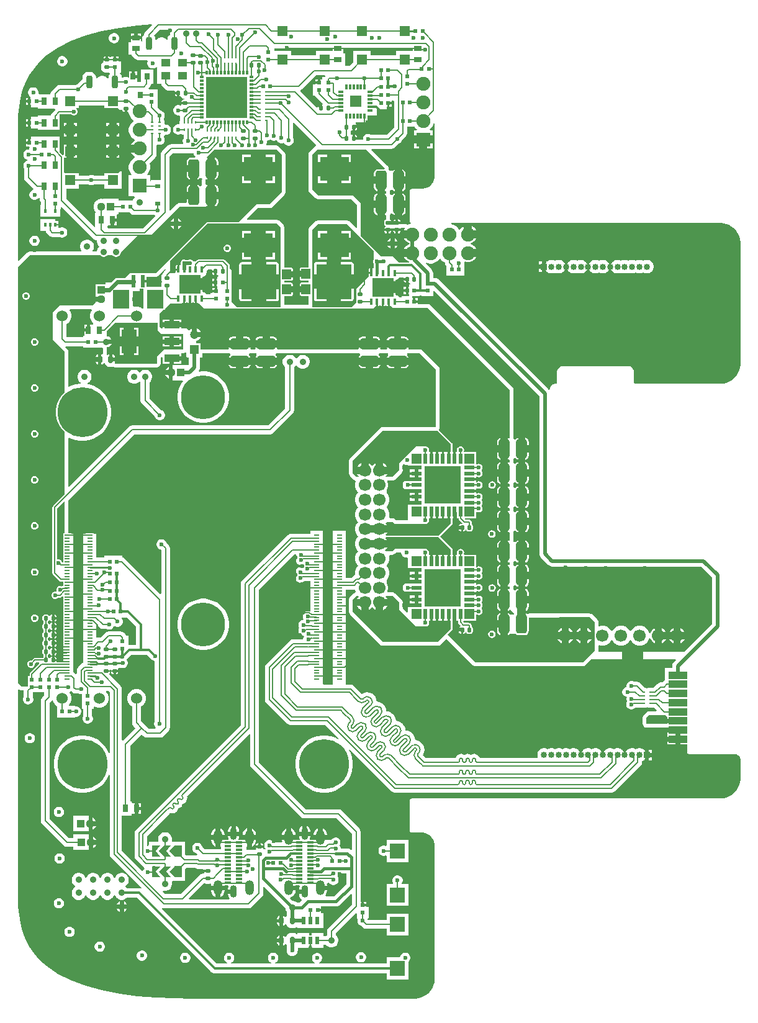
<source format=gtl>
G04*
G04 #@! TF.GenerationSoftware,Altium Limited,Altium Designer,24.8.2 (39)*
G04*
G04 Layer_Physical_Order=1*
G04 Layer_Color=255*
%FSLAX43Y43*%
%MOMM*%
G71*
G04*
G04 #@! TF.SameCoordinates,7EB9D47B-AFC8-475C-A275-96F075C7C5C9*
G04*
G04*
G04 #@! TF.FilePolarity,Positive*
G04*
G01*
G75*
%ADD11C,0.200*%
%ADD13C,0.250*%
%ADD14C,0.400*%
%ADD15C,0.300*%
%ADD58R,0.600X1.400*%
%ADD59R,1.400X1.400*%
%ADD60R,1.400X0.600*%
%ADD61R,1.400X1.400*%
%ADD62R,5.000X5.200*%
%ADD94C,0.184*%
%ADD95C,0.184*%
%ADD96R,0.950X0.300*%
%ADD97R,0.711X0.229*%
G04:AMPARAMS|DCode=98|XSize=0.5mm|YSize=0.6mm|CornerRadius=0.125mm|HoleSize=0mm|Usage=FLASHONLY|Rotation=180.000|XOffset=0mm|YOffset=0mm|HoleType=Round|Shape=RoundedRectangle|*
%AMROUNDEDRECTD98*
21,1,0.500,0.350,0,0,180.0*
21,1,0.250,0.600,0,0,180.0*
1,1,0.250,-0.125,0.175*
1,1,0.250,0.125,0.175*
1,1,0.250,0.125,-0.175*
1,1,0.250,-0.125,-0.175*
%
%ADD98ROUNDEDRECTD98*%
G04:AMPARAMS|DCode=99|XSize=1.5mm|YSize=2.6mm|CornerRadius=0.375mm|HoleSize=0mm|Usage=FLASHONLY|Rotation=180.000|XOffset=0mm|YOffset=0mm|HoleType=Round|Shape=RoundedRectangle|*
%AMROUNDEDRECTD99*
21,1,1.500,1.850,0,0,180.0*
21,1,0.750,2.600,0,0,180.0*
1,1,0.750,-0.375,0.925*
1,1,0.750,0.375,0.925*
1,1,0.750,0.375,-0.925*
1,1,0.750,-0.375,-0.925*
%
%ADD99ROUNDEDRECTD99*%
G04:AMPARAMS|DCode=100|XSize=0.5mm|YSize=0.6mm|CornerRadius=0.125mm|HoleSize=0mm|Usage=FLASHONLY|Rotation=90.000|XOffset=0mm|YOffset=0mm|HoleType=Round|Shape=RoundedRectangle|*
%AMROUNDEDRECTD100*
21,1,0.500,0.350,0,0,90.0*
21,1,0.250,0.600,0,0,90.0*
1,1,0.250,0.175,0.125*
1,1,0.250,0.175,-0.125*
1,1,0.250,-0.175,-0.125*
1,1,0.250,-0.175,0.125*
%
%ADD100ROUNDEDRECTD100*%
G04:AMPARAMS|DCode=101|XSize=0.7mm|YSize=1mm|CornerRadius=0.175mm|HoleSize=0mm|Usage=FLASHONLY|Rotation=0.000|XOffset=0mm|YOffset=0mm|HoleType=Round|Shape=RoundedRectangle|*
%AMROUNDEDRECTD101*
21,1,0.700,0.650,0,0,0.0*
21,1,0.350,1.000,0,0,0.0*
1,1,0.350,0.175,-0.325*
1,1,0.350,-0.175,-0.325*
1,1,0.350,-0.175,0.325*
1,1,0.350,0.175,0.325*
%
%ADD101ROUNDEDRECTD101*%
G04:AMPARAMS|DCode=102|XSize=1.5mm|YSize=2.6mm|CornerRadius=0.375mm|HoleSize=0mm|Usage=FLASHONLY|Rotation=90.000|XOffset=0mm|YOffset=0mm|HoleType=Round|Shape=RoundedRectangle|*
%AMROUNDEDRECTD102*
21,1,1.500,1.850,0,0,90.0*
21,1,0.750,2.600,0,0,90.0*
1,1,0.750,0.925,0.375*
1,1,0.750,0.925,-0.375*
1,1,0.750,-0.925,-0.375*
1,1,0.750,-0.925,0.375*
%
%ADD102ROUNDEDRECTD102*%
%ADD103R,1.300X1.100*%
%ADD104R,2.500X1.000*%
%ADD105R,2.200X2.500*%
%ADD106R,0.600X1.700*%
%ADD107R,1.000X1.500*%
%ADD108R,0.250X1.500*%
%ADD109R,0.450X1.500*%
%ADD110R,0.650X0.950*%
%ADD111R,0.700X1.000*%
%ADD112R,1.000X0.700*%
%ADD113R,0.800X0.600*%
G04:AMPARAMS|DCode=114|XSize=1.7mm|YSize=0.8mm|CornerRadius=0.2mm|HoleSize=0mm|Usage=FLASHONLY|Rotation=90.000|XOffset=0mm|YOffset=0mm|HoleType=Round|Shape=RoundedRectangle|*
%AMROUNDEDRECTD114*
21,1,1.700,0.400,0,0,90.0*
21,1,1.300,0.800,0,0,90.0*
1,1,0.400,0.200,0.650*
1,1,0.400,0.200,-0.650*
1,1,0.400,-0.200,-0.650*
1,1,0.400,-0.200,0.650*
%
%ADD114ROUNDEDRECTD114*%
%ADD115R,2.000X2.000*%
%ADD116R,0.500X0.600*%
%ADD117R,0.600X0.500*%
G04:AMPARAMS|DCode=118|XSize=0.25mm|YSize=0.4mm|CornerRadius=0.063mm|HoleSize=0mm|Usage=FLASHONLY|Rotation=90.000|XOffset=0mm|YOffset=0mm|HoleType=Round|Shape=RoundedRectangle|*
%AMROUNDEDRECTD118*
21,1,0.250,0.275,0,0,90.0*
21,1,0.125,0.400,0,0,90.0*
1,1,0.125,0.138,0.063*
1,1,0.125,0.138,-0.063*
1,1,0.125,-0.138,-0.063*
1,1,0.125,-0.138,0.063*
%
%ADD118ROUNDEDRECTD118*%
G04:AMPARAMS|DCode=119|XSize=0.25mm|YSize=0.4mm|CornerRadius=0.063mm|HoleSize=0mm|Usage=FLASHONLY|Rotation=0.000|XOffset=0mm|YOffset=0mm|HoleType=Round|Shape=RoundedRectangle|*
%AMROUNDEDRECTD119*
21,1,0.250,0.275,0,0,0.0*
21,1,0.125,0.400,0,0,0.0*
1,1,0.125,0.063,-0.138*
1,1,0.125,-0.063,-0.138*
1,1,0.125,-0.063,0.138*
1,1,0.125,0.063,0.138*
%
%ADD119ROUNDEDRECTD119*%
%ADD120R,3.900X3.300*%
%ADD121R,1.500X1.500*%
%ADD122R,0.800X0.300*%
%ADD123R,0.300X0.800*%
%ADD124R,2.150X3.300*%
%ADD125R,2.150X1.000*%
%ADD126R,5.600X5.600*%
G04:AMPARAMS|DCode=127|XSize=0.3mm|YSize=0.55mm|CornerRadius=0.075mm|HoleSize=0mm|Usage=FLASHONLY|Rotation=90.000|XOffset=0mm|YOffset=0mm|HoleType=Round|Shape=RoundedRectangle|*
%AMROUNDEDRECTD127*
21,1,0.300,0.400,0,0,90.0*
21,1,0.150,0.550,0,0,90.0*
1,1,0.150,0.200,0.075*
1,1,0.150,0.200,-0.075*
1,1,0.150,-0.200,-0.075*
1,1,0.150,-0.200,0.075*
%
%ADD127ROUNDEDRECTD127*%
%ADD128R,0.300X0.550*%
%ADD129R,0.550X0.300*%
%ADD130R,0.600X1.000*%
G04:AMPARAMS|DCode=131|XSize=4.8mm|YSize=4.72mm|CornerRadius=0.024mm|HoleSize=0mm|Usage=FLASHONLY|Rotation=0.000|XOffset=0mm|YOffset=0mm|HoleType=Round|Shape=RoundedRectangle|*
%AMROUNDEDRECTD131*
21,1,4.800,4.673,0,0,0.0*
21,1,4.753,4.720,0,0,0.0*
1,1,0.047,2.376,-2.336*
1,1,0.047,-2.376,-2.336*
1,1,0.047,-2.376,2.336*
1,1,0.047,2.376,2.336*
%
%ADD131ROUNDEDRECTD131*%
G04:AMPARAMS|DCode=132|XSize=1.4mm|YSize=1.27mm|CornerRadius=0.006mm|HoleSize=0mm|Usage=FLASHONLY|Rotation=90.000|XOffset=0mm|YOffset=0mm|HoleType=Round|Shape=RoundedRectangle|*
%AMROUNDEDRECTD132*
21,1,1.400,1.257,0,0,90.0*
21,1,1.387,1.270,0,0,90.0*
1,1,0.013,0.629,0.694*
1,1,0.013,0.629,-0.694*
1,1,0.013,-0.629,-0.694*
1,1,0.013,-0.629,0.694*
%
%ADD132ROUNDEDRECTD132*%
G04:AMPARAMS|DCode=133|XSize=0.35mm|YSize=0.85mm|CornerRadius=0.044mm|HoleSize=0mm|Usage=FLASHONLY|Rotation=180.000|XOffset=0mm|YOffset=0mm|HoleType=Round|Shape=RoundedRectangle|*
%AMROUNDEDRECTD133*
21,1,0.350,0.763,0,0,180.0*
21,1,0.263,0.850,0,0,180.0*
1,1,0.088,-0.131,0.381*
1,1,0.088,0.131,0.381*
1,1,0.088,0.131,-0.381*
1,1,0.088,-0.131,-0.381*
%
%ADD133ROUNDEDRECTD133*%
%ADD134R,0.350X0.850*%
%ADD135R,3.000X2.600*%
%ADD136R,0.420X0.600*%
%ADD137C,0.500*%
%ADD138C,0.600*%
%ADD139C,0.700*%
%ADD140C,1.200*%
%ADD141C,1.000*%
%ADD142O,0.900X1.700*%
%ADD143O,1.200X2.000*%
%ADD144C,6.800*%
%ADD145C,1.900*%
%ADD146R,1.900X1.900*%
%ADD147C,1.700*%
%ADD148C,0.850*%
%ADD149R,0.850X0.850*%
%ADD150C,1.200*%
%ADD151R,1.200X1.200*%
%ADD152C,0.900*%
%ADD153C,1.120*%
%ADD154R,1.120X1.120*%
%ADD155C,1.524*%
%ADD156R,1.120X1.120*%
%ADD157C,6.000*%
%ADD158C,0.600*%
G36*
X21061Y132311D02*
X21010Y132234D01*
X20963Y132000D01*
Y131741D01*
X20876Y131674D01*
X20764Y131528D01*
X20693Y131358D01*
X20669Y131175D01*
Y131067D01*
X20542Y131033D01*
X20525Y131062D01*
X20362Y131225D01*
X20163Y131340D01*
X19940Y131400D01*
X19710D01*
X19487Y131340D01*
X19288Y131225D01*
X19125Y131062D01*
X19108Y131033D01*
X18981Y131067D01*
Y131175D01*
X18957Y131358D01*
X18886Y131528D01*
X18824Y131609D01*
X19653Y132438D01*
X20993D01*
X21061Y132311D01*
D02*
G37*
G36*
X18531Y133046D02*
X17642Y132158D01*
X17510Y131959D01*
X17467Y131744D01*
X17376Y131674D01*
X17264Y131528D01*
X17193Y131358D01*
X17169Y131175D01*
Y130787D01*
X17152Y130782D01*
X17025Y130876D01*
Y131095D01*
X16325D01*
X15625D01*
Y130775D01*
X15560Y130675D01*
X15325D01*
Y128975D01*
X15758D01*
X15760Y128966D01*
X15892Y128767D01*
X16217Y128442D01*
X16416Y128310D01*
X16650Y128263D01*
X17898D01*
X17971Y128136D01*
X17948Y128095D01*
X17900Y127917D01*
Y127733D01*
X17948Y127555D01*
X18040Y127395D01*
X18170Y127265D01*
X18330Y127173D01*
X18508Y127125D01*
X18692D01*
X18870Y127173D01*
X19030Y127265D01*
X19123Y127358D01*
X19250Y127306D01*
Y126850D01*
Y125050D01*
X19793D01*
X19835Y124841D01*
X19967Y124642D01*
X20292Y124317D01*
X20491Y124185D01*
X20725Y124138D01*
X21577D01*
X21676Y124011D01*
X21669Y123975D01*
Y123965D01*
X22125D01*
Y123800D01*
X22290D01*
Y123302D01*
X22377Y123319D01*
X22429Y123354D01*
X22549Y123174D01*
X22756Y123036D01*
X22896Y123008D01*
X22884Y122881D01*
X22830D01*
X22703Y122856D01*
X22596Y122784D01*
X22524Y122677D01*
X22507Y122590D01*
X23005D01*
Y122290D01*
X22975Y122260D01*
X22507D01*
X22524Y122173D01*
X22559Y122121D01*
X22448Y122047D01*
X22395Y122077D01*
X22217Y122125D01*
X22033D01*
X21855Y122077D01*
X21695Y121985D01*
X21565Y121855D01*
X21473Y121695D01*
X21425Y121517D01*
Y121333D01*
X21473Y121155D01*
X21565Y120995D01*
X21695Y120865D01*
X21855Y120773D01*
X22033Y120725D01*
X22217D01*
X22258Y120736D01*
X22297Y120706D01*
X22354Y120630D01*
X22313Y120425D01*
Y120059D01*
X22289Y119938D01*
Y119662D01*
X22306Y119579D01*
X22213Y119493D01*
X22192Y119498D01*
X22008D01*
X21830Y119450D01*
X21670Y119358D01*
X21540Y119228D01*
X21448Y119068D01*
X21400Y118890D01*
Y118706D01*
X21448Y118528D01*
X21540Y118368D01*
X21670Y118238D01*
X21830Y118146D01*
X22008Y118098D01*
X22192D01*
X22370Y118146D01*
X22440Y118186D01*
X22560D01*
X22643Y118131D01*
X22813Y118097D01*
Y117590D01*
X22773Y117520D01*
X22725Y117342D01*
Y117158D01*
X22773Y116980D01*
X22796Y116939D01*
X22723Y116812D01*
X21125D01*
X20891Y116765D01*
X20692Y116633D01*
X19867Y115808D01*
X19735Y115609D01*
X19688Y115375D01*
Y111875D01*
X18400D01*
Y111712D01*
X18250D01*
Y112570D01*
X17927D01*
X17878Y112687D01*
X17960Y112770D01*
X18151Y113100D01*
X18250Y113469D01*
Y113851D01*
X18167Y114162D01*
X18981Y114976D01*
X19113Y115174D01*
X19160Y115408D01*
Y116678D01*
X19263Y116749D01*
X19287Y116746D01*
X19458Y116700D01*
X19642D01*
X19820Y116748D01*
X19980Y116840D01*
X20110Y116970D01*
X20202Y117130D01*
X20250Y117308D01*
Y117492D01*
X20202Y117670D01*
X20162Y117740D01*
Y117910D01*
X20217Y117993D01*
X20221Y118010D01*
X20314Y118068D01*
X20499D01*
X20677Y118116D01*
X20836Y118208D01*
X20967Y118339D01*
X21059Y118498D01*
X21107Y118676D01*
Y118861D01*
X21059Y119039D01*
X20967Y119198D01*
X20836Y119329D01*
X20677Y119421D01*
X20499Y119468D01*
X20327D01*
X20285Y119509D01*
X20234Y119578D01*
X20261Y119713D01*
Y119838D01*
X20217Y120057D01*
X20162Y120140D01*
Y120360D01*
X20202Y120430D01*
X20250Y120608D01*
Y120792D01*
X20202Y120970D01*
X20110Y121130D01*
X19980Y121260D01*
X19820Y121352D01*
X19742Y121373D01*
X19275Y121840D01*
Y122800D01*
Y124300D01*
X18081D01*
X18032Y124417D01*
X18245Y124630D01*
X18377Y124828D01*
X18420Y125045D01*
X18675D01*
Y126995D01*
X17025D01*
Y125262D01*
X16568D01*
X16475Y125345D01*
Y125790D01*
X15950D01*
Y126020D01*
X15720D01*
Y126695D01*
X15425D01*
Y125956D01*
X15298Y125882D01*
X15220Y125927D01*
X15042Y125975D01*
X14858D01*
X14680Y125927D01*
X14610Y125887D01*
X14381D01*
Y125925D01*
X14357Y126108D01*
X14286Y126278D01*
X14174Y126424D01*
X14143Y126448D01*
X14186Y126575D01*
X14275D01*
Y128075D01*
X13975D01*
Y128160D01*
X13475D01*
Y128325D01*
X13310D01*
Y128775D01*
X12975D01*
Y128675D01*
X12954Y128659D01*
X12784Y128684D01*
X12677Y128756D01*
X12550Y128781D01*
X12540D01*
Y128325D01*
X12375D01*
Y128160D01*
X11877D01*
X11894Y128073D01*
X11929Y128021D01*
X11749Y127901D01*
X11611Y127694D01*
X11563Y127450D01*
Y127200D01*
X11611Y126956D01*
X11749Y126749D01*
X11956Y126611D01*
X12200Y126563D01*
X12550D01*
X12557Y126564D01*
X12675Y126575D01*
X12729Y126549D01*
X12752Y126489D01*
X12763Y126408D01*
X12664Y126278D01*
X12593Y126108D01*
X12569Y125925D01*
Y125817D01*
X12442Y125783D01*
X12425Y125812D01*
X12262Y125975D01*
X12063Y126090D01*
X11840Y126150D01*
X11610D01*
X11387Y126090D01*
X11188Y125975D01*
X11025Y125812D01*
X11008Y125783D01*
X10881Y125817D01*
Y125925D01*
X10857Y126108D01*
X10786Y126278D01*
X10674Y126424D01*
X10528Y126536D01*
X10358Y126607D01*
X10175Y126631D01*
X9775D01*
X9592Y126607D01*
X9422Y126536D01*
X9276Y126424D01*
X9164Y126278D01*
X9093Y126108D01*
X9069Y125925D01*
Y125691D01*
X9067Y125691D01*
X8868Y125558D01*
X8258Y124948D01*
X8180Y124927D01*
X8110Y124887D01*
X5925D01*
X5691Y124840D01*
X5492Y124708D01*
X4867Y124083D01*
X4735Y123884D01*
X4688Y123650D01*
Y123625D01*
X3094D01*
X3016Y123726D01*
X3025Y123758D01*
Y123942D01*
X2977Y124120D01*
X2885Y124280D01*
X2755Y124410D01*
X2595Y124502D01*
X2417Y124550D01*
X2233D01*
X2055Y124502D01*
X1895Y124410D01*
X1765Y124280D01*
X1673Y124120D01*
X1625Y123942D01*
Y123758D01*
X1673Y123580D01*
X1765Y123420D01*
X1895Y123290D01*
X1961Y123252D01*
X1940Y123174D01*
Y122625D01*
X1775D01*
D01*
X1940D01*
Y122125D01*
X2025D01*
Y121825D01*
X2950D01*
Y121625D01*
X5244D01*
X5293Y121508D01*
X4867Y121083D01*
X4735Y120884D01*
X4703Y120725D01*
X2950D01*
Y120525D01*
X2025D01*
Y120225D01*
X1940D01*
Y119725D01*
Y119225D01*
X2025D01*
Y118925D01*
X2950D01*
Y118725D01*
X5962D01*
Y120879D01*
X6002Y120919D01*
X7474D01*
X7592Y120801D01*
X7776Y120725D01*
X7974D01*
X8158Y120801D01*
X8299Y120942D01*
X8375Y121126D01*
Y121324D01*
X8299Y121508D01*
X8169Y121638D01*
X8174Y121687D01*
X8207Y121763D01*
X8575D01*
Y122063D01*
X11975D01*
Y121763D01*
X13862D01*
X14150Y121475D01*
X14375D01*
X14375Y121475D01*
Y121475D01*
X14375Y121475D01*
X14490Y121445D01*
X14494Y121423D01*
X14566Y121316D01*
X14673Y121244D01*
X14800Y121219D01*
X14810D01*
Y121675D01*
X15140D01*
Y121219D01*
X15150D01*
X15223Y121233D01*
X15350Y121152D01*
Y121089D01*
X15449Y120720D01*
X15640Y120390D01*
X15910Y120120D01*
X15990Y120074D01*
Y119947D01*
X15910Y119900D01*
X15640Y119630D01*
X15449Y119300D01*
X15350Y118931D01*
Y118549D01*
X15449Y118180D01*
X15640Y117850D01*
X15910Y117580D01*
X16173Y117428D01*
Y117281D01*
X16032Y117200D01*
X15800Y116968D01*
X15674Y116750D01*
X16800D01*
Y115650D01*
X15674D01*
X15800Y115432D01*
X16032Y115200D01*
X16173Y115119D01*
Y114972D01*
X15910Y114820D01*
X15640Y114550D01*
X15449Y114220D01*
X15350Y113851D01*
Y113469D01*
X15449Y113100D01*
X15640Y112770D01*
X15722Y112687D01*
X15673Y112570D01*
X15350D01*
Y109670D01*
X16097D01*
X16150Y109543D01*
X16040Y109433D01*
X15915Y109217D01*
X15877Y109075D01*
X13960D01*
Y109335D01*
X11840D01*
Y109335D01*
X11822Y109321D01*
X11770Y109335D01*
X11490D01*
X11221Y109263D01*
X10979Y109123D01*
X10782Y108926D01*
X10642Y108684D01*
X10570Y108415D01*
Y108135D01*
X10642Y107866D01*
X10782Y107624D01*
X10839Y107567D01*
X10790Y107450D01*
X10775D01*
Y105545D01*
X10648Y105492D01*
X6812Y109328D01*
Y110725D01*
X8575D01*
Y111313D01*
X9935D01*
X10005Y111273D01*
X10183Y111225D01*
X10367D01*
X10545Y111273D01*
X10615Y111313D01*
X11975D01*
Y110725D01*
X14375D01*
Y113125D01*
X14175D01*
X13875Y112825D01*
X11975D01*
Y112537D01*
X10615D01*
X10545Y112577D01*
X10367Y112625D01*
X10183D01*
X10005Y112577D01*
X9935Y112537D01*
X8575D01*
Y112825D01*
X6675D01*
X6506Y112994D01*
Y114925D01*
X6875D01*
Y115825D01*
Y116725D01*
X6475D01*
Y115384D01*
X6350Y115333D01*
X5962Y115721D01*
Y117825D01*
X2950D01*
Y117800D01*
X2025D01*
Y117500D01*
X1940D01*
Y117000D01*
X1775D01*
Y116835D01*
X1325D01*
Y116500D01*
X1740D01*
X1828Y116373D01*
X1800Y116270D01*
Y116198D01*
X1769Y116083D01*
X1680Y116075D01*
X1583D01*
X1405Y116027D01*
X1245Y115935D01*
X1115Y115805D01*
X1023Y115645D01*
X975Y115467D01*
Y115283D01*
X1023Y115105D01*
X1115Y114945D01*
X1245Y114815D01*
X1405Y114723D01*
X1524Y114691D01*
Y114559D01*
X1405Y114527D01*
X1245Y114435D01*
X1115Y114305D01*
X1023Y114145D01*
X975Y113967D01*
Y113783D01*
X1023Y113605D01*
X1063Y113535D01*
Y112250D01*
X1110Y112016D01*
X1242Y111817D01*
X2344Y110716D01*
X2306Y110575D01*
X2230Y110554D01*
X2070Y110462D01*
X1940Y110332D01*
X1848Y110172D01*
X1800Y109994D01*
Y109810D01*
X1848Y109632D01*
X1940Y109472D01*
X2070Y109342D01*
X2230Y109250D01*
X2408Y109202D01*
X2592D01*
X2770Y109250D01*
X2930Y109342D01*
X3060Y109472D01*
X3061Y109474D01*
X3188Y109440D01*
Y109375D01*
X3235Y109141D01*
X3367Y108942D01*
X3388Y108922D01*
Y108500D01*
X3290D01*
Y106900D01*
X6010D01*
Y107950D01*
X6100D01*
Y108144D01*
X6217Y108193D01*
X10492Y103917D01*
X10691Y103785D01*
X10925Y103738D01*
X10929D01*
X11000Y103725D01*
Y103475D01*
X11065Y103233D01*
X11190Y103017D01*
X11285Y102921D01*
X11364Y102837D01*
X11285Y102754D01*
X11190Y102658D01*
X11065Y102442D01*
X11000Y102200D01*
Y102135D01*
X10457D01*
X10432Y102195D01*
X10415Y102262D01*
X10535Y102471D01*
X10600Y102712D01*
Y102963D01*
X10535Y103204D01*
X10410Y103421D01*
X10233Y103598D01*
X10017Y103723D01*
X9775Y103787D01*
X9525D01*
X9283Y103723D01*
X9067Y103598D01*
X8890Y103421D01*
X8765Y103204D01*
X8700Y102963D01*
Y102712D01*
X8765Y102471D01*
X8885Y102262D01*
X8868Y102195D01*
X8843Y102135D01*
X1850D01*
X1655Y102096D01*
X1490Y101985D01*
X372Y100868D01*
X255Y100916D01*
Y119562D01*
X285Y120745D01*
X387Y121913D01*
X577Y123055D01*
X869Y124162D01*
X1274Y125226D01*
X1797Y126232D01*
X3246Y128094D01*
X4161Y128916D01*
X5689Y129965D01*
X7472Y130867D01*
X9491Y131620D01*
X11713Y132224D01*
X14096Y132683D01*
X16585Y133008D01*
X18478Y133162D01*
X18531Y133046D01*
D02*
G37*
G36*
X54075Y129535D02*
X51775D01*
Y128947D01*
X48375D01*
Y129535D01*
X45975D01*
Y128000D01*
X45437Y127462D01*
X44992D01*
X44875Y127485D01*
Y129185D01*
X44640D01*
X44575Y129285D01*
Y129888D01*
X54075D01*
Y129535D01*
D02*
G37*
G36*
X43175D02*
X40875D01*
Y128947D01*
X37475D01*
Y129535D01*
X35200D01*
Y129847D01*
X35250Y129888D01*
X43175D01*
Y129535D01*
D02*
G37*
G36*
X42163Y126111D02*
X42142Y126090D01*
X42049Y125950D01*
X41775D01*
Y125650D01*
X41465D01*
Y125200D01*
X41300D01*
Y125035D01*
X40800D01*
Y124950D01*
X40500D01*
Y123450D01*
X40745D01*
X40867Y123267D01*
X41792Y122342D01*
X41740Y122244D01*
Y121725D01*
X41410D01*
Y122223D01*
X41323Y122206D01*
X41216Y122134D01*
X41144Y122027D01*
X41119Y121900D01*
Y121837D01*
X41001Y121789D01*
X38766Y124024D01*
X38790Y124180D01*
X38920Y124267D01*
X40891Y126238D01*
X42111D01*
X42163Y126111D01*
D02*
G37*
G36*
X51500Y122725D02*
X51513Y122603D01*
Y119078D01*
X50547Y118112D01*
X48340D01*
X48270Y118152D01*
X48092Y118200D01*
X47908D01*
X47730Y118152D01*
X47570Y118060D01*
X47440Y117930D01*
X47348Y117770D01*
X47300Y117592D01*
Y117408D01*
X47284Y117387D01*
X46513D01*
X46481Y117425D01*
Y117435D01*
X46025D01*
Y117600D01*
X45860D01*
Y118098D01*
X45773Y118081D01*
X45751Y118066D01*
X45656Y118155D01*
Y118590D01*
X45751Y118679D01*
X45773Y118664D01*
X45860Y118647D01*
Y119145D01*
X46025D01*
Y119310D01*
X46481D01*
Y119320D01*
X46456Y119447D01*
X46384Y119554D01*
X46282Y119623D01*
X46280Y119633D01*
X46307Y119750D01*
X47675D01*
Y120050D01*
X47875D01*
Y120750D01*
X49175D01*
Y121600D01*
X50500D01*
Y121900D01*
X50585D01*
Y122400D01*
X50750D01*
Y122565D01*
X51200D01*
Y122725D01*
X51500D01*
D02*
G37*
G36*
X57068Y119646D02*
Y112451D01*
Y112279D01*
X57001Y111940D01*
X56869Y111621D01*
X56677Y111334D01*
X56433Y111090D01*
X56146Y110899D01*
X55827Y110767D01*
X55489Y110699D01*
X53918D01*
X53821Y110680D01*
X53738Y110625D01*
X53683Y110542D01*
X53663Y110444D01*
Y106308D01*
X53683Y106210D01*
X53738Y106128D01*
X53814Y106077D01*
X53818Y106048D01*
X53809Y105950D01*
X53440Y105851D01*
X53308Y105775D01*
X53164Y105871D01*
X52969Y105910D01*
X52548D01*
X52503Y105935D01*
X51925D01*
X51416D01*
X51412Y105924D01*
X51397Y105897D01*
X51368Y105869D01*
X51317Y105837D01*
X51278D01*
X51227Y105869D01*
X51198Y105897D01*
X51183Y105924D01*
X51173Y105956D01*
X51176Y105975D01*
Y106225D01*
X51151Y106352D01*
X51079Y106459D01*
X50980Y106526D01*
X50985Y106552D01*
Y107085D01*
X50970Y107158D01*
X50969Y107173D01*
X51051Y107288D01*
X51070Y107299D01*
X51071Y107300D01*
X51334D01*
X51360Y107260D01*
X51551Y107133D01*
X51650Y107114D01*
Y108600D01*
Y110086D01*
X51551Y110067D01*
X51360Y109940D01*
X51334Y109900D01*
X51071D01*
X51070Y109901D01*
X51051Y109912D01*
X50969Y110027D01*
X50970Y110042D01*
X50985Y110115D01*
Y110360D01*
X50970Y110433D01*
X50969Y110448D01*
X51051Y110563D01*
X51070Y110574D01*
X51071Y110575D01*
X51334D01*
X51360Y110535D01*
X51551Y110408D01*
X51650Y110389D01*
Y111875D01*
Y113361D01*
X51551Y113342D01*
X51360Y113215D01*
X51334Y113175D01*
X50917D01*
X50889Y113241D01*
X50786Y113376D01*
X50802Y113430D01*
X50800Y113455D01*
X50805Y113480D01*
X50790Y113553D01*
X50783Y113628D01*
X50771Y113650D01*
X50766Y113675D01*
X50724Y113737D01*
X50689Y113803D01*
X50670Y113819D01*
X50656Y113840D01*
X48450Y116046D01*
X48499Y116163D01*
X51175D01*
X51409Y116210D01*
X51608Y116342D01*
X52129Y116864D01*
X52208Y116885D01*
X52367Y116977D01*
X52498Y117108D01*
X52590Y117267D01*
X52611Y117346D01*
X53133Y117867D01*
X53265Y118066D01*
X53312Y118300D01*
Y119180D01*
X54313D01*
X54365Y119090D01*
X54635Y118820D01*
X54647Y118813D01*
X54614Y118690D01*
X54275D01*
Y117990D01*
X55525D01*
X56775D01*
Y118690D01*
X56436D01*
X56403Y118813D01*
X56415Y118820D01*
X56685Y119090D01*
X56876Y119420D01*
X56941Y119663D01*
X57068Y119646D01*
D02*
G37*
G36*
X40913Y116697D02*
X40886Y116595D01*
X40868Y116563D01*
X40715Y116460D01*
X39990Y115735D01*
X39879Y115570D01*
X39840Y115375D01*
Y110600D01*
X39879Y110405D01*
X39990Y110240D01*
X40790Y109440D01*
X40955Y109329D01*
X41150Y109290D01*
X45714D01*
X46490Y108514D01*
Y105422D01*
X46373Y105373D01*
X45510Y106235D01*
X45345Y106346D01*
X45150Y106385D01*
X41100D01*
X40905Y106346D01*
X40740Y106235D01*
X40040Y105535D01*
X39929Y105370D01*
X39890Y105175D01*
Y100475D01*
Y100004D01*
X38921D01*
X38841Y99988D01*
X38773Y99942D01*
X38727Y99874D01*
X38711Y99794D01*
Y99530D01*
X39550D01*
Y98670D01*
X38711D01*
Y98406D01*
X38727Y98326D01*
X38773Y98258D01*
X38841Y98212D01*
X38921Y98196D01*
X39890D01*
Y97924D01*
X38921D01*
X38841Y97908D01*
X38773Y97862D01*
X38727Y97794D01*
X38711Y97714D01*
Y97450D01*
X39550D01*
Y96590D01*
X38711D01*
Y96326D01*
X38727Y96246D01*
X38773Y96178D01*
X38841Y96132D01*
X38921Y96116D01*
X39890D01*
Y94860D01*
X36535D01*
Y96091D01*
X37504D01*
X37584Y96107D01*
X37652Y96153D01*
X37698Y96221D01*
X37714Y96301D01*
Y96565D01*
X36875D01*
Y97425D01*
X37714D01*
Y97689D01*
X37698Y97769D01*
X37652Y97837D01*
X37584Y97883D01*
X37504Y97899D01*
X36535D01*
Y98171D01*
X37504D01*
X37584Y98187D01*
X37652Y98233D01*
X37698Y98301D01*
X37714Y98381D01*
Y98645D01*
X36875D01*
Y99505D01*
X37714D01*
Y99769D01*
X37698Y99849D01*
X37652Y99917D01*
X37584Y99963D01*
X37504Y99979D01*
X36535D01*
Y105500D01*
X36496Y105695D01*
X36385Y105860D01*
X35935Y106310D01*
X35770Y106421D01*
X35575Y106460D01*
X31497D01*
X31448Y106577D01*
X32961Y108090D01*
X34575D01*
X34770Y108129D01*
X34935Y108240D01*
X36560Y109865D01*
X36671Y110030D01*
X36710Y110225D01*
X36710Y115375D01*
X36671Y115570D01*
X36560Y115735D01*
X35835Y116460D01*
X35670Y116571D01*
X35475Y116610D01*
X34147D01*
X34074Y116737D01*
X34127Y116830D01*
X34175Y117008D01*
Y117192D01*
X34173Y117199D01*
X34250Y117300D01*
X34292D01*
X34470Y117348D01*
X34630Y117440D01*
X34638Y117448D01*
X34695Y117390D01*
X34855Y117298D01*
X35033Y117250D01*
X35217D01*
X35395Y117298D01*
X35506Y117362D01*
X35523Y117355D01*
X35615Y117195D01*
X35745Y117065D01*
X35905Y116973D01*
X36083Y116925D01*
X36267D01*
X36445Y116973D01*
X36509Y117010D01*
X36590Y116870D01*
X36720Y116740D01*
X36880Y116648D01*
X37058Y116600D01*
X37242D01*
X37420Y116648D01*
X37580Y116740D01*
X37710Y116870D01*
X37802Y117030D01*
X37850Y117208D01*
Y117392D01*
X37802Y117570D01*
X37762Y117640D01*
Y119682D01*
X37879Y119731D01*
X40913Y116697D01*
D02*
G37*
G36*
X50295Y113480D02*
X50234Y113365D01*
X50125Y113386D01*
X49375D01*
X49151Y113342D01*
X48960Y113215D01*
X48833Y113024D01*
X48789Y112800D01*
Y112375D01*
X49750D01*
Y111875D01*
X50250D01*
Y110389D01*
X50349Y110408D01*
X50365Y110419D01*
X50475Y110360D01*
Y110115D01*
X50365Y110056D01*
X50349Y110067D01*
X50250Y110086D01*
Y108600D01*
Y107114D01*
X50349Y107133D01*
X50365Y107144D01*
X50475Y107085D01*
Y106552D01*
X50368Y106531D01*
X50261Y106459D01*
X50189Y106352D01*
X50164Y106225D01*
Y105975D01*
X50189Y105848D01*
X50261Y105741D01*
X50368Y105669D01*
X50394Y105664D01*
Y105536D01*
X50368Y105531D01*
X50261Y105459D01*
X50189Y105352D01*
X50172Y105265D01*
X50670D01*
X51209D01*
X51260Y105327D01*
X51335D01*
X51386Y105265D01*
X51925D01*
X52423D01*
X52421Y105275D01*
X52512Y105399D01*
X52514Y105400D01*
X52969D01*
X53017Y105285D01*
X53000Y105268D01*
X52874Y105050D01*
X54000D01*
Y103950D01*
X52874D01*
X53000Y103732D01*
X53232Y103500D01*
X53518Y103335D01*
X53669Y103295D01*
Y103165D01*
X53518Y103125D01*
X53232Y102960D01*
X53000Y102728D01*
X52874Y102510D01*
X54000D01*
Y101410D01*
X52874D01*
X53000Y101192D01*
X53232Y100960D01*
X53518Y100795D01*
X53567Y100782D01*
X53551Y100657D01*
X52268D01*
X51400Y101525D01*
X49775D01*
X47000Y104300D01*
Y108725D01*
X45925Y109800D01*
X41150D01*
X40350Y110600D01*
Y115375D01*
X41075Y116100D01*
X47675Y116100D01*
X50295Y113480D01*
D02*
G37*
G36*
X35475Y116100D02*
X36200Y115375D01*
X36200Y110225D01*
X34575Y108600D01*
X32750D01*
X30304Y106154D01*
X26050D01*
X26030Y106150D01*
X25950D01*
X19050Y99250D01*
X18975Y99175D01*
X15525D01*
X14910Y98560D01*
X13799D01*
X13604Y98521D01*
X13438Y98410D01*
X12957Y97929D01*
X12184D01*
Y97700D01*
X10840D01*
Y96180D01*
X10840D01*
X10871Y96127D01*
X10799Y96002D01*
X10798Y96000D01*
X11600D01*
Y95340D01*
X10798D01*
X10799Y95338D01*
X10868Y95218D01*
X10425Y94775D01*
X5925D01*
X5000Y93850D01*
X5000Y90100D01*
X6600Y88500D01*
Y82923D01*
X6272Y82595D01*
X5939Y82137D01*
X5682Y81632D01*
X5507Y81093D01*
X5418Y80533D01*
Y79967D01*
X5507Y79407D01*
X5682Y78868D01*
X5939Y78363D01*
X6272Y77905D01*
X6600Y77577D01*
Y69044D01*
X5034Y67478D01*
X4967Y67379D01*
X4944Y67262D01*
X4944Y67262D01*
Y58300D01*
X4944Y58300D01*
X4967Y58183D01*
X5034Y58084D01*
X5891Y57226D01*
X5891Y57226D01*
X5990Y57160D01*
X6108Y57137D01*
X6395D01*
Y56534D01*
X6314D01*
X6197Y56511D01*
X6139Y56472D01*
X6076Y56499D01*
X5877D01*
X5693Y56423D01*
X5552Y56282D01*
X5476Y56098D01*
Y55899D01*
X5487Y55874D01*
X5399Y55775D01*
X5201D01*
X5017Y55699D01*
X4876Y55558D01*
X4800Y55374D01*
Y55176D01*
X4876Y54992D01*
X5017Y54851D01*
X5201Y54775D01*
X5399D01*
X5583Y54851D01*
X5701Y54969D01*
X5995D01*
X5995Y54969D01*
X6112Y54992D01*
X6211Y55059D01*
X6270Y55117D01*
X6395Y55066D01*
Y54328D01*
Y53128D01*
Y51928D01*
Y50728D01*
Y49528D01*
Y48328D01*
Y48328D01*
X6950D01*
Y48143D01*
X6395D01*
Y47943D01*
X6950D01*
Y47743D01*
X6395D01*
Y47543D01*
X6950D01*
Y47343D01*
X6395D01*
Y47143D01*
X6950D01*
Y46943D01*
X6395D01*
Y46743D01*
X6950D01*
Y46543D01*
X6395D01*
Y46148D01*
X5574D01*
X5494Y46245D01*
Y46255D01*
X5038D01*
Y46420D01*
X4873D01*
Y46918D01*
X4786Y46901D01*
X4679Y46829D01*
X4607Y46722D01*
X4602Y46696D01*
X4474D01*
X4469Y46722D01*
X4397Y46829D01*
X4344Y46865D01*
Y47125D01*
X4397Y47161D01*
X4469Y47268D01*
X4474Y47294D01*
X4602D01*
X4607Y47268D01*
X4679Y47161D01*
X4786Y47089D01*
X4873Y47071D01*
Y47570D01*
Y48068D01*
X4786Y48051D01*
X4679Y47979D01*
X4607Y47872D01*
X4602Y47846D01*
X4474D01*
X4469Y47872D01*
X4397Y47979D01*
X4344Y48015D01*
Y48275D01*
X4397Y48311D01*
X4469Y48418D01*
X4474Y48444D01*
X4602D01*
X4607Y48418D01*
X4679Y48311D01*
X4786Y48239D01*
X4873Y48221D01*
Y48720D01*
Y49218D01*
X4786Y49201D01*
X4679Y49129D01*
X4607Y49022D01*
X4602Y48996D01*
X4474D01*
X4469Y49022D01*
X4397Y49129D01*
X4344Y49165D01*
Y49425D01*
X4397Y49461D01*
X4469Y49568D01*
X4474Y49594D01*
X4602D01*
X4607Y49568D01*
X4679Y49461D01*
X4786Y49389D01*
X4873Y49371D01*
Y49870D01*
Y50368D01*
X4786Y50351D01*
X4679Y50279D01*
X4607Y50172D01*
X4602Y50146D01*
X4474D01*
X4469Y50172D01*
X4397Y50279D01*
X4344Y50315D01*
Y50575D01*
X4397Y50611D01*
X4469Y50718D01*
X4474Y50744D01*
X4602D01*
X4607Y50718D01*
X4679Y50611D01*
X4786Y50539D01*
X4873Y50521D01*
Y51020D01*
Y51518D01*
X4786Y51501D01*
X4679Y51429D01*
X4607Y51322D01*
X4602Y51296D01*
X4474D01*
X4469Y51322D01*
X4397Y51429D01*
X4344Y51465D01*
Y51725D01*
X4397Y51761D01*
X4469Y51868D01*
X4474Y51894D01*
X4602D01*
X4607Y51868D01*
X4679Y51761D01*
X4786Y51689D01*
X4873Y51671D01*
Y52170D01*
Y52668D01*
X4786Y52651D01*
X4679Y52579D01*
X4607Y52472D01*
X4602Y52446D01*
X4474D01*
X4469Y52472D01*
X4397Y52579D01*
X4290Y52651D01*
X4163Y52676D01*
X3913D01*
X3786Y52651D01*
X3679Y52579D01*
X3607Y52472D01*
X3582Y52345D01*
Y51995D01*
X3607Y51868D01*
X3679Y51761D01*
X3732Y51725D01*
Y51465D01*
X3679Y51429D01*
X3607Y51322D01*
X3582Y51195D01*
Y50845D01*
X3607Y50718D01*
X3679Y50611D01*
X3732Y50575D01*
Y50315D01*
X3679Y50279D01*
X3607Y50172D01*
X3582Y50045D01*
Y49695D01*
X3607Y49568D01*
X3679Y49461D01*
X3732Y49425D01*
Y49165D01*
X3679Y49129D01*
X3607Y49022D01*
X3582Y48895D01*
Y48545D01*
X3607Y48418D01*
X3679Y48311D01*
X3732Y48275D01*
Y48015D01*
X3679Y47979D01*
X3607Y47872D01*
X3582Y47745D01*
Y47395D01*
X3607Y47268D01*
X3679Y47161D01*
X3732Y47125D01*
Y46865D01*
X3679Y46829D01*
X3610Y46726D01*
X2570D01*
X2453Y46702D01*
X2354Y46636D01*
X2354Y46636D01*
X2117Y46400D01*
X1951D01*
X1767Y46324D01*
X1626Y46183D01*
X1550Y45999D01*
Y45801D01*
X1626Y45617D01*
X1767Y45476D01*
X1951Y45400D01*
X2149D01*
X2333Y45476D01*
X2474Y45617D01*
X2550Y45801D01*
Y45967D01*
X2697Y46114D01*
X3105D01*
X3156Y45989D01*
X1909Y44741D01*
X1842Y44642D01*
X1819Y44525D01*
X1819Y44525D01*
Y44225D01*
X1625D01*
Y43325D01*
X1625D01*
Y43225D01*
X1625D01*
Y42800D01*
X775D01*
X255Y43320D01*
X255Y100030D01*
X1850Y101625D01*
X11481D01*
X11551Y101555D01*
X11699Y101469D01*
X11864Y101425D01*
X12036D01*
X12201Y101469D01*
X12349Y101555D01*
X12419Y101625D01*
X13156D01*
X13226Y101555D01*
X13374Y101469D01*
X13539Y101425D01*
X13711D01*
X13876Y101469D01*
X14024Y101555D01*
X14145Y101676D01*
X14231Y101824D01*
X14275Y101989D01*
Y102000D01*
X16694Y104419D01*
X17500D01*
X17500Y104419D01*
X17586Y104436D01*
X18411D01*
X22250Y108275D01*
X25850Y108275D01*
Y108301D01*
X25960Y108360D01*
X26001Y108333D01*
X26100Y108314D01*
Y109800D01*
Y111286D01*
X26001Y111267D01*
X25960Y111240D01*
X25850Y111299D01*
Y111976D01*
X25960Y112035D01*
X26001Y112008D01*
X26100Y111989D01*
Y113475D01*
Y114961D01*
X26085Y114958D01*
X26024Y115074D01*
X27050Y116100D01*
X35475Y116100D01*
D02*
G37*
G36*
X24175Y115558D02*
X24223Y115380D01*
X24315Y115220D01*
X24422Y115113D01*
X24396Y115016D01*
X24377Y114986D01*
X23825D01*
X23601Y114942D01*
X23410Y114815D01*
X23283Y114624D01*
X23239Y114400D01*
Y113975D01*
X24200D01*
Y113475D01*
X24700D01*
Y111989D01*
X24799Y112008D01*
X24990Y112135D01*
X25016Y112175D01*
X25249D01*
X25260Y112170D01*
X25355Y112050D01*
X25340Y111976D01*
Y111299D01*
X25355Y111225D01*
X25260Y111105D01*
X25249Y111100D01*
X25016D01*
X24990Y111140D01*
X24799Y111267D01*
X24700Y111286D01*
Y109800D01*
X24200D01*
Y109300D01*
X23239D01*
Y108912D01*
X23150Y108785D01*
X22250Y108785D01*
X22055Y108746D01*
X21890Y108635D01*
X21029Y107775D01*
X20912Y107824D01*
Y115122D01*
X21378Y115588D01*
X24175D01*
Y115558D01*
D02*
G37*
G36*
X15622Y107342D02*
X15821Y107210D01*
X16055Y107163D01*
X18893D01*
X18941Y107047D01*
X18939Y107029D01*
X17247Y105337D01*
X12508D01*
X12475Y105450D01*
X12475D01*
Y105685D01*
X12575Y105750D01*
X12895D01*
Y106450D01*
X13125D01*
Y106680D01*
X13675D01*
Y107150D01*
X13775Y107215D01*
X13960D01*
Y107475D01*
X15490D01*
X15622Y107342D01*
D02*
G37*
G36*
X96006Y106053D02*
X96187Y106053D01*
X96544Y106006D01*
X96893Y105912D01*
X97226Y105774D01*
X97538Y105594D01*
X97825Y105374D01*
X98080Y105119D01*
X98299Y104833D01*
X98480Y104521D01*
X98618Y104188D01*
X98711Y103839D01*
X98758Y103481D01*
X98758Y103301D01*
X98758Y86870D01*
Y86689D01*
X98711Y86332D01*
X98618Y85983D01*
X98480Y85650D01*
X98299Y85338D01*
X98080Y85051D01*
X97825Y84796D01*
X97538Y84577D01*
X97226Y84396D01*
X96893Y84258D01*
X96544Y84165D01*
X96187Y84118D01*
X96006D01*
X84506Y84118D01*
X84456D01*
X84364Y84156D01*
X84293Y84227D01*
X84255Y84320D01*
X84255Y85752D01*
X84252Y85765D01*
X84253Y85777D01*
X84244Y85874D01*
X84233Y85910D01*
X84226Y85946D01*
X84152Y86124D01*
X84097Y86207D01*
X83961Y86343D01*
X83878Y86398D01*
X83700Y86472D01*
X83663Y86479D01*
X83628Y86490D01*
X83531Y86499D01*
X83519Y86498D01*
X83506Y86501D01*
X74506Y86501D01*
X74494Y86498D01*
X74481Y86499D01*
X74385Y86490D01*
X74349Y86479D01*
X74313Y86472D01*
X74135Y86398D01*
X74052Y86343D01*
X73916Y86207D01*
X73916Y86207D01*
X73861Y86124D01*
X73787Y85946D01*
X73780Y85910D01*
X73769Y85874D01*
X73759Y85777D01*
X73761Y85765D01*
X73758Y85752D01*
X73758Y84320D01*
X73720Y84227D01*
X73649Y84156D01*
X73556Y84118D01*
X73506Y84118D01*
X73494Y84115D01*
X73481Y84117D01*
X73385Y84107D01*
X73349Y84096D01*
X73313Y84089D01*
X73135Y84015D01*
X73052Y83960D01*
X72916Y83824D01*
X72916Y83824D01*
X72861Y83741D01*
X72787Y83564D01*
X72780Y83527D01*
X72769Y83491D01*
X72759Y83395D01*
X72761Y83382D01*
X72758Y83370D01*
Y83358D01*
X72646Y83314D01*
X72631Y83314D01*
X57612Y98332D01*
X57456Y98453D01*
X57273Y98528D01*
X57077Y98554D01*
X56856D01*
Y99223D01*
X56856Y99223D01*
X56831Y99419D01*
X56755Y99601D01*
X56635Y99758D01*
X56635Y99758D01*
X55863Y100530D01*
X55941Y100631D01*
X55980Y100609D01*
X56349Y100510D01*
X56731D01*
X57100Y100609D01*
X57430Y100800D01*
X57700Y101070D01*
X57746Y101150D01*
X57874D01*
X57920Y101070D01*
X58190Y100800D01*
X58470Y100638D01*
X58515Y100411D01*
X58647Y100212D01*
X58650Y100210D01*
Y98875D01*
X61150D01*
Y100475D01*
X61106D01*
X61100Y100483D01*
Y100667D01*
X61097Y100678D01*
X61202Y100778D01*
X61455Y100710D01*
X61785D01*
X62102Y100795D01*
X62388Y100960D01*
X62620Y101192D01*
X62746Y101410D01*
X61620D01*
Y102510D01*
X62746D01*
X62620Y102728D01*
X62388Y102960D01*
X62102Y103125D01*
X61955Y103164D01*
Y103296D01*
X62102Y103335D01*
X62388Y103500D01*
X62620Y103732D01*
X62746Y103950D01*
X61620D01*
Y104500D01*
X61070D01*
Y105626D01*
X60852Y105500D01*
X60620Y105268D01*
X60539Y105127D01*
X60392D01*
X60240Y105390D01*
X59970Y105660D01*
X59640Y105851D01*
X59361Y105926D01*
X59377Y106053D01*
X96006Y106053D01*
D02*
G37*
G36*
X46829Y104196D02*
X46856Y104156D01*
X48775Y102237D01*
Y101081D01*
X48700Y100899D01*
Y100701D01*
X48775Y100519D01*
X48775Y99929D01*
X48651Y99861D01*
X48556Y99880D01*
X48555D01*
Y99250D01*
X48425D01*
Y99120D01*
X48045D01*
Y98869D01*
X48054Y98825D01*
X48050Y98700D01*
X46425Y97075D01*
Y96457D01*
X46419Y96425D01*
Y96175D01*
X46425Y96143D01*
Y95457D01*
X46419Y95425D01*
Y95194D01*
X45775Y94550D01*
X40400D01*
Y100475D01*
Y105175D01*
X41100Y105875D01*
X45150D01*
X46829Y104196D01*
D02*
G37*
G36*
X20421Y99721D02*
X20427Y99692D01*
X20142Y99408D01*
X20010Y99209D01*
X19994Y99131D01*
X19949Y99101D01*
X19811Y98894D01*
X19763Y98650D01*
Y98400D01*
X19811Y98156D01*
X19899Y98025D01*
X19811Y97894D01*
X19763Y97650D01*
Y97400D01*
X19742Y97375D01*
X17775D01*
Y97960D01*
X17275D01*
Y98290D01*
X17775D01*
Y98665D01*
X18975D01*
X19170Y98704D01*
X19335Y98815D01*
X20283Y99762D01*
X20421Y99721D01*
D02*
G37*
G36*
X26744Y99600D02*
Y99590D01*
X27200D01*
Y99425D01*
X27365D01*
Y98927D01*
X27452Y98944D01*
X27504Y98979D01*
X27589Y98852D01*
X27525Y98725D01*
X27450D01*
Y98425D01*
X27365D01*
Y97925D01*
Y97425D01*
X27450D01*
Y97175D01*
X27430D01*
Y96725D01*
X27265D01*
Y96560D01*
X26765D01*
Y96475D01*
X26465D01*
Y96337D01*
X25931D01*
X25823Y96498D01*
X25643Y96618D01*
X25431Y96661D01*
X25400D01*
Y96900D01*
X23700D01*
Y98500D01*
X25400D01*
Y98739D01*
X25431D01*
X25643Y98782D01*
X25823Y98902D01*
X25943Y99082D01*
X25986Y99294D01*
Y99495D01*
X26178Y99688D01*
X26671D01*
X26744Y99600D01*
D02*
G37*
G36*
X71344Y82462D02*
Y60958D01*
X71369Y60763D01*
X71445Y60580D01*
X71565Y60424D01*
X72565Y59424D01*
X72565Y59424D01*
X72722Y59303D01*
X72904Y59228D01*
X73100Y59202D01*
X93428D01*
X94894Y57737D01*
Y51363D01*
X91060Y47530D01*
X85500D01*
Y46540D01*
X89904D01*
X89953Y46423D01*
X89715Y46185D01*
X89595Y46028D01*
X89519Y45846D01*
X89494Y45650D01*
Y45375D01*
X88500D01*
Y44125D01*
Y43689D01*
X88469Y43683D01*
X88273Y43552D01*
X88273Y43552D01*
X88100Y43379D01*
X87842D01*
X87611Y43333D01*
X87416Y43202D01*
X86867Y42654D01*
X86852D01*
X86689Y42686D01*
X86414D01*
X86195Y42642D01*
X86051Y42546D01*
X85907Y42642D01*
X85708Y42682D01*
X85083Y43308D01*
X84884Y43440D01*
X84650Y43487D01*
X84280D01*
X84209Y43527D01*
X84031Y43575D01*
X83847D01*
X83669Y43527D01*
X83509Y43435D01*
X83379Y43305D01*
X83287Y43145D01*
X83239Y42967D01*
Y42783D01*
X83241Y42774D01*
X83097Y42735D01*
X82937Y42643D01*
X82807Y42513D01*
X82715Y42353D01*
X82667Y42175D01*
Y41991D01*
X82715Y41813D01*
X82807Y41653D01*
X82937Y41523D01*
X83097Y41431D01*
X83275Y41383D01*
X83276Y41381D01*
X83232Y41216D01*
Y41032D01*
X83280Y40854D01*
X83323Y40779D01*
X83258Y40667D01*
X83211Y40488D01*
Y40304D01*
X83258Y40126D01*
X83350Y39966D01*
X83481Y39836D01*
X83640Y39744D01*
X83818Y39696D01*
X84003D01*
X84181Y39744D01*
X84340Y39836D01*
X84450Y39946D01*
X85250D01*
X85412Y39914D01*
X85688D01*
X85907Y39958D01*
X86051Y40054D01*
X86195Y39958D01*
X86414Y39914D01*
X86689D01*
X86811Y39938D01*
X86997D01*
X87362Y39573D01*
X87313Y39456D01*
X86321D01*
X86126Y39417D01*
X85961Y39307D01*
X85590Y38935D01*
X85479Y38770D01*
X85440Y38575D01*
Y37725D01*
X85479Y37530D01*
X85590Y37365D01*
X85755Y37254D01*
X85950Y37215D01*
X88500D01*
Y37125D01*
X88800D01*
Y36175D01*
Y35925D01*
X90250D01*
Y35625D01*
X90550D01*
Y34925D01*
X91508D01*
Y33888D01*
X91528Y33791D01*
X91583Y33708D01*
X91666Y33653D01*
X91763Y33633D01*
X98006Y33633D01*
X98080D01*
X98226Y33604D01*
X98362Y33548D01*
X98486Y33465D01*
X98590Y33361D01*
X98673Y33237D01*
X98729Y33101D01*
X98758Y32955D01*
X98758Y32881D01*
X98758Y30301D01*
Y30121D01*
X98711Y29763D01*
X98618Y29415D01*
X98480Y29081D01*
X98299Y28769D01*
X98080Y28483D01*
X97825Y28228D01*
X97538Y28008D01*
X97226Y27828D01*
X96893Y27690D01*
X96544Y27596D01*
X96187Y27549D01*
X96006Y27549D01*
X53918Y27549D01*
X53821Y27530D01*
X53738Y27475D01*
X53683Y27392D01*
X53663Y27294D01*
Y23158D01*
X53683Y23060D01*
X53738Y22978D01*
X53821Y22922D01*
X53918Y22903D01*
X55317Y22903D01*
X55489Y22903D01*
X55827Y22836D01*
X56146Y22704D01*
X56433Y22512D01*
X56677Y22268D01*
X56869Y21981D01*
X57001Y21662D01*
X57068Y21324D01*
X57068Y21151D01*
X57068Y3006D01*
Y2826D01*
X57021Y2468D01*
X56928Y2120D01*
X56790Y1787D01*
X56609Y1474D01*
X56390Y1188D01*
X56135Y933D01*
X55848Y713D01*
X55536Y533D01*
X55203Y395D01*
X54854Y302D01*
X54497Y255D01*
X24008D01*
X21619Y283D01*
X19117Y389D01*
X16585Y594D01*
X14095Y919D01*
X11712Y1379D01*
X9490Y1982D01*
X7471Y2735D01*
X5688Y3638D01*
X4160Y4687D01*
X3240Y5514D01*
X2453Y6409D01*
X1800Y7365D01*
X1274Y8377D01*
X869Y9441D01*
X577Y10548D01*
X387Y11690D01*
X285Y12858D01*
X255Y14040D01*
X255Y42434D01*
X372Y42482D01*
X415Y42440D01*
X580Y42329D01*
X775Y42290D01*
X1001D01*
X1013Y42275D01*
Y41415D01*
X973Y41345D01*
X925Y41167D01*
Y40983D01*
X973Y40805D01*
X1065Y40645D01*
X1195Y40515D01*
X1355Y40423D01*
X1533Y40375D01*
X1717D01*
X1895Y40423D01*
X2055Y40515D01*
X2185Y40645D01*
X2277Y40805D01*
X2325Y40983D01*
Y41167D01*
X2277Y41345D01*
X2237Y41415D01*
Y42022D01*
X2240Y42025D01*
X2925D01*
Y42025D01*
X3642D01*
Y42025D01*
X3830D01*
Y41645D01*
X3517Y41333D01*
X3385Y41134D01*
X3338Y40900D01*
Y24550D01*
X3385Y24316D01*
X3517Y24117D01*
X6492Y21142D01*
X6691Y21010D01*
X6925Y20963D01*
X7795D01*
Y20515D01*
X9915D01*
Y20641D01*
X9915Y20641D01*
Y21575D01*
Y22509D01*
X9915Y22509D01*
Y22635D01*
X7795D01*
Y22187D01*
X7178D01*
X4562Y24803D01*
Y40647D01*
X4874Y40959D01*
X4889Y40981D01*
X5027Y40959D01*
X5094Y40708D01*
X5260Y40420D01*
X5495Y40185D01*
X5550Y40153D01*
Y38600D01*
X8050D01*
Y38675D01*
X8083Y38700D01*
X8267D01*
X8445Y38748D01*
X8605Y38840D01*
X8735Y38970D01*
X8827Y39130D01*
X8875Y39308D01*
Y39492D01*
X8827Y39670D01*
X8735Y39830D01*
X8605Y39960D01*
X8445Y40052D01*
X8267Y40100D01*
X8083D01*
X8050Y40125D01*
Y40200D01*
X7226D01*
X7177Y40317D01*
X7280Y40420D01*
X7446Y40708D01*
X7532Y41029D01*
Y41361D01*
X7446Y41682D01*
X7280Y41970D01*
X7320Y42109D01*
X7370Y42123D01*
X7507Y42201D01*
X7666Y42042D01*
X7864Y41910D01*
X8098Y41863D01*
X8510D01*
X8580Y41823D01*
X8758Y41775D01*
X8942D01*
X8950Y41769D01*
Y40775D01*
Y39775D01*
X9138D01*
Y38790D01*
X9098Y38720D01*
X9050Y38542D01*
Y38358D01*
X9098Y38180D01*
X9190Y38020D01*
X9320Y37890D01*
X9480Y37798D01*
X9658Y37750D01*
X9842D01*
X10020Y37798D01*
X10180Y37890D01*
X10310Y38020D01*
X10402Y38180D01*
X10450Y38358D01*
Y38542D01*
X10402Y38720D01*
X10362Y38790D01*
Y39775D01*
X10550D01*
Y40053D01*
X10677Y40126D01*
X10863Y40019D01*
X11184Y39933D01*
X11516D01*
X11837Y40019D01*
X12125Y40185D01*
X12360Y40420D01*
X12526Y40708D01*
X12612Y41029D01*
Y41361D01*
X12526Y41682D01*
X12360Y41970D01*
X12243Y42086D01*
X12296Y42213D01*
X12572D01*
X12763Y42022D01*
Y33750D01*
X12638Y33730D01*
X12632Y33747D01*
X12354Y34294D01*
X11993Y34791D01*
X11559Y35225D01*
X11062Y35586D01*
X10515Y35864D01*
X9931Y36054D01*
X9325Y36150D01*
X8711D01*
X8105Y36054D01*
X7521Y35864D01*
X6974Y35586D01*
X6477Y35225D01*
X6043Y34791D01*
X5682Y34294D01*
X5404Y33747D01*
X5214Y33163D01*
X5118Y32557D01*
Y31943D01*
X5214Y31337D01*
X5404Y30753D01*
X5682Y30206D01*
X6043Y29709D01*
X6477Y29275D01*
X6974Y28914D01*
X7521Y28636D01*
X8105Y28446D01*
X8711Y28350D01*
X9325D01*
X9931Y28446D01*
X10515Y28636D01*
X11062Y28914D01*
X11559Y29275D01*
X11993Y29709D01*
X12354Y30206D01*
X12632Y30753D01*
X12638Y30770D01*
X12763Y30750D01*
Y19975D01*
X12810Y19741D01*
X12942Y19542D01*
X17106Y15379D01*
X17034Y15271D01*
X16945Y15308D01*
X16775Y15331D01*
X15088D01*
X14983Y15435D01*
X14890Y15489D01*
Y15636D01*
X14983Y15690D01*
X15160Y15867D01*
X15285Y16083D01*
X15350Y16325D01*
Y16575D01*
X15285Y16817D01*
X15160Y17033D01*
X14983Y17210D01*
X14767Y17335D01*
X14525Y17400D01*
X14275D01*
X14033Y17335D01*
X13817Y17210D01*
X13640Y17033D01*
X13515Y16817D01*
X13487Y16712D01*
X13355D01*
X13327Y16817D01*
X13202Y17033D01*
X13025Y17210D01*
X12808Y17335D01*
X12567Y17400D01*
X12317D01*
X12075Y17335D01*
X11858Y17210D01*
X11681Y17033D01*
X11556Y16817D01*
X11528Y16712D01*
X11397D01*
X11369Y16817D01*
X11244Y17033D01*
X11067Y17210D01*
X10850Y17335D01*
X10608Y17400D01*
X10358D01*
X10117Y17335D01*
X9900Y17210D01*
X9723Y17033D01*
X9598Y16817D01*
X9570Y16712D01*
X9438D01*
X9410Y16817D01*
X9285Y17033D01*
X9108Y17210D01*
X8892Y17335D01*
X8650Y17400D01*
X8400D01*
X8158Y17335D01*
X7942Y17210D01*
X7765Y17033D01*
X7640Y16817D01*
X7575Y16575D01*
Y16325D01*
X7640Y16083D01*
X7765Y15867D01*
X7942Y15690D01*
X8035Y15636D01*
Y15489D01*
X7942Y15435D01*
X7765Y15258D01*
X7640Y15042D01*
X7575Y14800D01*
Y14550D01*
X7640Y14308D01*
X7765Y14092D01*
X7942Y13915D01*
X8158Y13790D01*
X8400Y13725D01*
X8650D01*
X8892Y13790D01*
X9108Y13915D01*
X9285Y14092D01*
X9410Y14308D01*
X9438Y14413D01*
X9570D01*
X9598Y14308D01*
X9723Y14092D01*
X9900Y13915D01*
X10117Y13790D01*
X10358Y13725D01*
X10608D01*
X10850Y13790D01*
X11067Y13915D01*
X11244Y14092D01*
X11369Y14308D01*
X11397Y14413D01*
X11528D01*
X11556Y14308D01*
X11681Y14092D01*
X11858Y13915D01*
X12075Y13790D01*
X12317Y13725D01*
X12567D01*
X12808Y13790D01*
X13025Y13915D01*
X13202Y14092D01*
X13327Y14308D01*
X13355Y14413D01*
X13487D01*
X13515Y14308D01*
X13640Y14092D01*
X13817Y13915D01*
X14033Y13790D01*
X14275Y13725D01*
X14525D01*
X14767Y13790D01*
X14983Y13915D01*
X15088Y14019D01*
X16503D01*
X26611Y3911D01*
X26747Y3807D01*
X26905Y3742D01*
X27075Y3719D01*
X50500D01*
Y2875D01*
X53500D01*
Y5285D01*
X53610Y5395D01*
X53702Y5555D01*
X53750Y5733D01*
Y5917D01*
X53702Y6095D01*
X53610Y6255D01*
X53480Y6385D01*
X53320Y6477D01*
X53142Y6525D01*
X52958D01*
X52780Y6477D01*
X52620Y6385D01*
X52490Y6255D01*
X52398Y6095D01*
X52350Y5917D01*
Y5875D01*
X50500D01*
Y5031D01*
X41380D01*
X41346Y5158D01*
X41469Y5228D01*
X41599Y5358D01*
X41691Y5518D01*
X41739Y5696D01*
Y5880D01*
X41691Y6058D01*
X41599Y6218D01*
X41469Y6348D01*
X41309Y6441D01*
X41131Y6488D01*
X40947D01*
X40769Y6441D01*
X40609Y6348D01*
X40479Y6218D01*
X40386Y6058D01*
X40339Y5880D01*
Y5696D01*
X40386Y5518D01*
X40479Y5358D01*
X40609Y5228D01*
X40731Y5158D01*
X40697Y5031D01*
X35291D01*
X35274Y5158D01*
X35316Y5169D01*
X35476Y5261D01*
X35606Y5391D01*
X35699Y5551D01*
X35746Y5729D01*
Y5913D01*
X35699Y6091D01*
X35606Y6251D01*
X35476Y6381D01*
X35316Y6474D01*
X35138Y6521D01*
X34954D01*
X34776Y6474D01*
X34616Y6381D01*
X34486Y6251D01*
X34394Y6091D01*
X34346Y5913D01*
Y5729D01*
X34394Y5551D01*
X34486Y5391D01*
X34616Y5261D01*
X34776Y5169D01*
X34818Y5158D01*
X34802Y5031D01*
X29291D01*
X29274Y5158D01*
X29316Y5169D01*
X29476Y5261D01*
X29606Y5391D01*
X29699Y5551D01*
X29746Y5729D01*
Y5913D01*
X29699Y6091D01*
X29606Y6251D01*
X29476Y6381D01*
X29316Y6474D01*
X29138Y6521D01*
X28954D01*
X28776Y6474D01*
X28616Y6381D01*
X28486Y6251D01*
X28394Y6091D01*
X28346Y5913D01*
Y5729D01*
X28394Y5551D01*
X28486Y5391D01*
X28616Y5261D01*
X28776Y5169D01*
X28818Y5158D01*
X28802Y5031D01*
X27347D01*
X19869Y12509D01*
X19916Y12628D01*
X19923Y12633D01*
X20150Y12588D01*
X31675D01*
X31909Y12635D01*
X32108Y12767D01*
X33533Y14192D01*
X33665Y14391D01*
X33712Y14625D01*
Y15449D01*
X33829Y15497D01*
X36700Y12627D01*
Y12550D01*
X36765Y12308D01*
X36890Y12092D01*
X36894Y12088D01*
Y11551D01*
X36885Y11540D01*
X36817Y11376D01*
X36817Y11375D01*
X36659D01*
X36595Y11470D01*
X36471Y11553D01*
X36380Y11571D01*
Y10875D01*
Y10179D01*
X36471Y10197D01*
X36595Y10280D01*
X36659Y10375D01*
X36817D01*
X36817Y10374D01*
X36885Y10210D01*
X36994Y10069D01*
X37135Y9960D01*
X37299Y9892D01*
X37475Y9869D01*
X37825D01*
X38001Y9892D01*
X38165Y9960D01*
X38248Y10024D01*
X38375Y9961D01*
Y9900D01*
X41875D01*
Y11900D01*
X41575D01*
Y12160D01*
X41125D01*
Y12490D01*
X41575D01*
Y12819D01*
X43625D01*
X43808Y12843D01*
X43978Y12914D01*
X44124Y13026D01*
X45646Y14547D01*
X45763Y14499D01*
Y13078D01*
X42567Y9883D01*
X42435Y9684D01*
X42388Y9450D01*
Y8957D01*
X42243Y8812D01*
X41875D01*
Y9200D01*
X40275D01*
Y8900D01*
X39975D01*
Y9200D01*
X38375D01*
Y9114D01*
X38248Y9051D01*
X38165Y9115D01*
X38001Y9183D01*
X37825Y9206D01*
X37475D01*
X37299Y9183D01*
X37135Y9115D01*
X36994Y9006D01*
X36885Y8865D01*
X36817Y8701D01*
X36817Y8700D01*
X36659D01*
X36595Y8795D01*
X36471Y8878D01*
X36380Y8896D01*
Y8200D01*
Y7504D01*
X36471Y7522D01*
X36595Y7605D01*
X36659Y7700D01*
X36817D01*
X36817Y7699D01*
X36885Y7535D01*
X36894Y7524D01*
Y6825D01*
X36894Y6825D01*
X36919Y6629D01*
X36995Y6447D01*
X37115Y6290D01*
X37272Y6170D01*
X37454Y6094D01*
X37650Y6069D01*
X37846Y6094D01*
X38028Y6170D01*
X38185Y6290D01*
X38305Y6447D01*
X38381Y6629D01*
X38406Y6825D01*
Y7200D01*
X39975D01*
Y7500D01*
X40275D01*
Y7200D01*
X41875D01*
Y7588D01*
X42243D01*
X42392Y7440D01*
X42608Y7315D01*
X42850Y7250D01*
X43100D01*
X43342Y7315D01*
X43558Y7440D01*
X43735Y7617D01*
X43860Y7833D01*
X43925Y8075D01*
Y8325D01*
X43860Y8567D01*
X43735Y8783D01*
X43612Y8907D01*
Y9197D01*
X46333Y11918D01*
X46450Y11869D01*
Y11236D01*
X46467D01*
X46553Y11109D01*
X46525Y11003D01*
Y10819D01*
X46573Y10641D01*
X46665Y10481D01*
X46795Y10351D01*
X46955Y10259D01*
X47033Y10238D01*
X47328Y9942D01*
X47527Y9810D01*
X47761Y9763D01*
X50500D01*
Y8875D01*
X53500D01*
Y11875D01*
X50500D01*
Y10987D01*
X48014D01*
X47898Y11103D01*
X47897Y11109D01*
X47983Y11236D01*
X48050D01*
Y12736D01*
X47750D01*
Y12821D01*
X47250D01*
Y12986D01*
X47085D01*
Y13436D01*
X46987D01*
Y23050D01*
X46940Y23284D01*
X46808Y23483D01*
X44408Y25883D01*
X44209Y26015D01*
X43975Y26062D01*
X39528D01*
X33112Y32478D01*
Y56047D01*
X37896Y60831D01*
X38150D01*
Y60708D01*
X38198Y60530D01*
X38251Y60438D01*
X38198Y60345D01*
X38150Y60167D01*
Y59983D01*
X38198Y59805D01*
X38290Y59645D01*
X38420Y59515D01*
X38580Y59423D01*
X38758Y59375D01*
X38942D01*
X39006Y59392D01*
X39023Y59330D01*
X39076Y59237D01*
X39023Y59145D01*
X38999Y59058D01*
X38842Y59100D01*
X38658D01*
X38480Y59052D01*
X38320Y58960D01*
X38190Y58830D01*
X38098Y58670D01*
X38050Y58492D01*
Y58308D01*
X38098Y58130D01*
X38162Y58018D01*
X38120Y57945D01*
X38073Y57767D01*
Y57583D01*
X38120Y57405D01*
X38212Y57245D01*
X38343Y57115D01*
X38502Y57023D01*
X38680Y56975D01*
X38865D01*
X39043Y57023D01*
X39202Y57115D01*
X39326Y57239D01*
X40132D01*
Y56428D01*
Y55228D01*
Y54428D01*
Y53138D01*
X40005Y53068D01*
X39867Y53105D01*
X39683D01*
X39505Y53057D01*
X39345Y52965D01*
X39215Y52834D01*
X39123Y52675D01*
X39075Y52497D01*
Y52312D01*
X39123Y52134D01*
X39176Y52042D01*
X39123Y51950D01*
X39111Y51905D01*
X39083D01*
X38905Y51857D01*
X38745Y51765D01*
X38615Y51634D01*
X38523Y51475D01*
X38475Y51297D01*
Y51112D01*
X38523Y50934D01*
X38576Y50842D01*
X38523Y50750D01*
X38475Y50572D01*
Y50387D01*
X38523Y50209D01*
X38615Y50050D01*
X38745Y49919D01*
X38905Y49827D01*
X39083Y49780D01*
X39186D01*
X39198Y49734D01*
X39251Y49642D01*
X39198Y49550D01*
X39150Y49372D01*
Y49296D01*
X37783D01*
X37783Y49296D01*
X37552Y49250D01*
X37356Y49119D01*
X37356Y49119D01*
X34089Y45852D01*
X33958Y45657D01*
X33912Y45426D01*
Y41059D01*
X33958Y40828D01*
X34089Y40632D01*
X36973Y37748D01*
X37169Y37617D01*
X37400Y37571D01*
X42165D01*
X43971Y35765D01*
X43896Y35661D01*
X43497Y35864D01*
X42913Y36054D01*
X42307Y36150D01*
X41693D01*
X41087Y36054D01*
X40503Y35864D01*
X39956Y35586D01*
X39459Y35225D01*
X39025Y34791D01*
X38664Y34294D01*
X38386Y33747D01*
X38196Y33163D01*
X38100Y32557D01*
Y31943D01*
X38196Y31337D01*
X38386Y30753D01*
X38664Y30206D01*
X39025Y29709D01*
X39459Y29275D01*
X39956Y28914D01*
X40503Y28636D01*
X41087Y28446D01*
X41693Y28350D01*
X42307D01*
X42913Y28446D01*
X43497Y28636D01*
X44044Y28914D01*
X44541Y29275D01*
X44975Y29709D01*
X45336Y30206D01*
X45614Y30753D01*
X45804Y31337D01*
X45900Y31943D01*
Y32557D01*
X45804Y33163D01*
X45614Y33747D01*
X45411Y34146D01*
X45515Y34221D01*
X51198Y28539D01*
X51393Y28408D01*
X51624Y28362D01*
X51624Y28362D01*
X81201D01*
X81432Y28408D01*
X81627Y28539D01*
X85169Y32081D01*
X85300Y32276D01*
X85346Y32507D01*
Y32635D01*
X85357Y32638D01*
X85568Y32760D01*
X85583Y32775D01*
X85700D01*
Y32892D01*
X85740Y32932D01*
X85862Y33143D01*
X85925Y33378D01*
Y33500D01*
Y33622D01*
X85862Y33857D01*
X85740Y34068D01*
X85700Y34108D01*
Y34225D01*
X85583D01*
X85568Y34240D01*
X85357Y34362D01*
X85122Y34425D01*
X84878D01*
X84643Y34362D01*
X84500Y34279D01*
X84357Y34362D01*
X84122Y34425D01*
X83878D01*
X83643Y34362D01*
X83432Y34240D01*
X83335Y34144D01*
X83300Y34164D01*
Y34108D01*
X83260Y34068D01*
X83138Y33857D01*
X83075Y33622D01*
Y33500D01*
X82925D01*
Y33622D01*
X82862Y33857D01*
X82740Y34068D01*
X82700Y34108D01*
Y34164D01*
X82665Y34144D01*
X82568Y34240D01*
X82357Y34362D01*
X82122Y34425D01*
X81878D01*
X81643Y34362D01*
X81500Y34279D01*
X81357Y34362D01*
X81122Y34425D01*
X80878D01*
X80643Y34362D01*
X80432Y34240D01*
X80335Y34144D01*
X80300Y34164D01*
Y34108D01*
X80260Y34068D01*
X80138Y33857D01*
X80075Y33622D01*
Y33500D01*
X79925D01*
Y33622D01*
X79862Y33857D01*
X79740Y34068D01*
X79700Y34108D01*
Y34164D01*
X79665Y34144D01*
X79568Y34240D01*
X79357Y34362D01*
X79122Y34425D01*
X78878D01*
X78643Y34362D01*
X78500Y34279D01*
X78357Y34362D01*
X78122Y34425D01*
X77878D01*
X77643Y34362D01*
X77432Y34240D01*
X77335Y34144D01*
X77300Y34164D01*
Y34108D01*
X77260Y34068D01*
X77138Y33857D01*
X77075Y33622D01*
Y33500D01*
X76925D01*
Y33622D01*
X76862Y33857D01*
X76740Y34068D01*
X76700Y34108D01*
Y34164D01*
X76665Y34144D01*
X76568Y34240D01*
X76357Y34362D01*
X76122Y34425D01*
X75878D01*
X75643Y34362D01*
X75500Y34279D01*
X75357Y34362D01*
X75122Y34425D01*
X74878D01*
X74643Y34362D01*
X74500Y34279D01*
X74357Y34362D01*
X74122Y34425D01*
X73878D01*
X73643Y34362D01*
X73500Y34279D01*
X73357Y34362D01*
X73122Y34425D01*
X72878D01*
X72643Y34362D01*
X72500Y34279D01*
X72357Y34362D01*
X72122Y34425D01*
X71878D01*
X71643Y34362D01*
X71432Y34240D01*
X71260Y34068D01*
X71138Y33857D01*
X71075Y33622D01*
Y33378D01*
X71121Y33206D01*
X71039Y33079D01*
X63223D01*
X63152Y33248D01*
X63022Y33418D01*
X62853Y33548D01*
X62656Y33629D01*
X62444Y33657D01*
X62232Y33629D01*
X62035Y33548D01*
X62006Y33525D01*
X61977Y33548D01*
X61779Y33629D01*
X61567Y33657D01*
X61356Y33629D01*
X61158Y33548D01*
X61129Y33525D01*
X61100Y33548D01*
X60903Y33629D01*
X60691Y33657D01*
X60479Y33629D01*
X60282Y33548D01*
X60113Y33418D01*
X59983Y33248D01*
X59912Y33079D01*
X55910D01*
X55796Y33193D01*
X55796Y33193D01*
X55478Y33511D01*
X55524Y33572D01*
X55655Y33887D01*
X55699Y34225D01*
X55655Y34563D01*
X55524Y34878D01*
X55391Y35052D01*
X55320Y35144D01*
X55317Y35149D01*
X55312Y35153D01*
X55220Y35223D01*
X55046Y35356D01*
X54731Y35487D01*
X54395Y35531D01*
X54350Y35867D01*
X54220Y36182D01*
X54086Y36357D01*
X54016Y36448D01*
X54012Y36453D01*
X54007Y36457D01*
X53916Y36527D01*
X53742Y36661D01*
X53426Y36791D01*
X53090Y36835D01*
X53046Y37172D01*
X52915Y37487D01*
X52782Y37661D01*
X52712Y37752D01*
X52708Y37758D01*
X52703Y37761D01*
X52611Y37831D01*
X52437Y37965D01*
X52122Y38096D01*
X51786Y38140D01*
X51742Y38476D01*
X51611Y38791D01*
X51589Y38819D01*
X51475Y38991D01*
X51475Y38991D01*
X51404Y39061D01*
X51404Y39062D01*
X51403Y39063D01*
X51333Y39133D01*
X51161Y39248D01*
X51133Y39269D01*
X50818Y39400D01*
X50481Y39444D01*
X50437Y39780D01*
X50307Y40096D01*
X50285Y40124D01*
X50170Y40296D01*
X50170Y40296D01*
X50100Y40366D01*
X50099Y40366D01*
X50099Y40367D01*
X50028Y40437D01*
X49857Y40552D01*
X49828Y40574D01*
X49513Y40704D01*
X49177Y40749D01*
X49133Y41085D01*
X49002Y41400D01*
X48981Y41428D01*
X48866Y41600D01*
X48866Y41600D01*
X48796Y41670D01*
X48795Y41671D01*
X48794Y41671D01*
X48724Y41742D01*
X48552Y41856D01*
X48524Y41878D01*
X48209Y42009D01*
X47871Y42053D01*
X47533Y42009D01*
X47218Y41878D01*
X47157Y41832D01*
X46052Y42937D01*
X45856Y43067D01*
X45625Y43113D01*
X44953D01*
X44923Y43228D01*
X44923D01*
Y44428D01*
Y45628D01*
Y46857D01*
Y47628D01*
Y48828D01*
Y50028D01*
Y51228D01*
Y52457D01*
Y52828D01*
Y54028D01*
Y54828D01*
Y56039D01*
X46113D01*
X46219Y56060D01*
X46285Y55812D01*
X46255Y55726D01*
X46211Y55668D01*
X46205Y55667D01*
X46040Y55556D01*
X45540Y55056D01*
X45429Y54891D01*
X45390Y54696D01*
Y52996D01*
X45429Y52801D01*
X45540Y52636D01*
X49640Y48536D01*
X49805Y48425D01*
X50000Y48386D01*
X57500Y48386D01*
X57695Y48425D01*
X57860Y48536D01*
X58677Y49352D01*
X62290Y45740D01*
X62455Y45629D01*
X62650Y45590D01*
X77275D01*
X77470Y45629D01*
X77635Y45740D01*
X78436Y46540D01*
X82600D01*
Y47530D01*
X79471D01*
X79391Y47628D01*
X79410Y47725D01*
Y48393D01*
X79537Y48491D01*
X79782Y48425D01*
X80138D01*
X80481Y48517D01*
X80789Y48695D01*
X81040Y48946D01*
X81157Y49148D01*
X81303D01*
X81420Y48946D01*
X81671Y48695D01*
X81979Y48517D01*
X82322Y48425D01*
X82678D01*
X83021Y48517D01*
X83329Y48695D01*
X83580Y48946D01*
X83697Y49148D01*
X83843D01*
X83960Y48946D01*
X84211Y48695D01*
X84519Y48517D01*
X84862Y48425D01*
X85218D01*
X85561Y48517D01*
X85869Y48695D01*
X86120Y48946D01*
X86298Y49254D01*
X86348Y49440D01*
X86479D01*
X86508Y49331D01*
X86660Y49069D01*
X86874Y48855D01*
X87080Y48736D01*
Y49775D01*
Y50814D01*
X86874Y50695D01*
X86660Y50481D01*
X86508Y50219D01*
X86479Y50110D01*
X86348D01*
X86298Y50296D01*
X86120Y50604D01*
X85869Y50855D01*
X85561Y51033D01*
X85218Y51125D01*
X84862D01*
X84519Y51033D01*
X84211Y50855D01*
X83960Y50604D01*
X83843Y50402D01*
X83697D01*
X83580Y50604D01*
X83329Y50855D01*
X83021Y51033D01*
X82678Y51125D01*
X82322D01*
X81979Y51033D01*
X81671Y50855D01*
X81420Y50604D01*
X81303Y50402D01*
X81157D01*
X81040Y50604D01*
X80789Y50855D01*
X80481Y51033D01*
X80138Y51125D01*
X79782D01*
X79537Y51059D01*
X79410Y51157D01*
Y51625D01*
X79371Y51820D01*
X79260Y51985D01*
X78610Y52636D01*
X78609Y52637D01*
X78609Y52637D01*
X78527Y52692D01*
X78444Y52747D01*
X78444Y52747D01*
X78443Y52747D01*
X78346Y52766D01*
X78249Y52786D01*
X78249Y52786D01*
X78248Y52786D01*
X69910Y52771D01*
X69813Y52752D01*
X69716Y52732D01*
X69716Y52732D01*
X69715Y52732D01*
X69696Y52719D01*
X69549Y52817D01*
X69325Y52861D01*
X68575D01*
X68497Y52846D01*
X68382Y52952D01*
X68381Y52961D01*
X68306Y53072D01*
X68390Y53176D01*
X68450Y53164D01*
Y54650D01*
Y56136D01*
X68351Y56117D01*
X68160Y55990D01*
X68134Y55950D01*
X67901D01*
X67890Y55955D01*
X67795Y56075D01*
X67810Y56149D01*
Y56451D01*
X67795Y56525D01*
X67890Y56645D01*
X67901Y56650D01*
X68134D01*
X68160Y56610D01*
X68351Y56483D01*
X68450Y56464D01*
Y57950D01*
Y59436D01*
X68351Y59417D01*
X68160Y59290D01*
X68134Y59250D01*
X67901D01*
X67890Y59255D01*
X67795Y59375D01*
X67810Y59449D01*
Y59751D01*
X67795Y59825D01*
X67890Y59945D01*
X67901Y59950D01*
X68134D01*
X68160Y59910D01*
X68351Y59783D01*
X68450Y59764D01*
Y61250D01*
Y62736D01*
X68351Y62717D01*
X68160Y62590D01*
X68134Y62550D01*
X67901D01*
X67890Y62555D01*
X67795Y62675D01*
X67810Y62749D01*
Y63851D01*
X67795Y63925D01*
X67890Y64045D01*
X67901Y64050D01*
X68134D01*
X68160Y64010D01*
X68351Y63883D01*
X68450Y63864D01*
Y65350D01*
Y66836D01*
X68351Y66817D01*
X68160Y66690D01*
X68134Y66650D01*
X67901D01*
X67890Y66655D01*
X67795Y66775D01*
X67810Y66849D01*
Y67151D01*
X67795Y67225D01*
X67890Y67345D01*
X67901Y67350D01*
X68134D01*
X68160Y67310D01*
X68351Y67183D01*
X68450Y67164D01*
Y68650D01*
Y70136D01*
X68351Y70117D01*
X68160Y69990D01*
X68134Y69950D01*
X67901D01*
X67890Y69955D01*
X67795Y70075D01*
X67810Y70149D01*
Y70451D01*
X67795Y70525D01*
X67890Y70645D01*
X67901Y70650D01*
X68134D01*
X68160Y70610D01*
X68351Y70483D01*
X68450Y70464D01*
Y71950D01*
Y73436D01*
X68351Y73417D01*
X68160Y73290D01*
X68134Y73250D01*
X67901D01*
X67890Y73255D01*
X67795Y73375D01*
X67810Y73449D01*
Y73751D01*
X67795Y73825D01*
X67890Y73945D01*
X67901Y73950D01*
X68134D01*
X68160Y73910D01*
X68351Y73783D01*
X68450Y73764D01*
Y75250D01*
Y76736D01*
X68351Y76717D01*
X68160Y76590D01*
X68134Y76550D01*
X67901D01*
X67890Y76555D01*
X67795Y76675D01*
X67810Y76749D01*
Y83325D01*
X67771Y83520D01*
X67660Y83685D01*
X64985Y86360D01*
X56510Y94835D01*
X56345Y94946D01*
X56150Y94985D01*
X54750D01*
Y95135D01*
X54300D01*
Y95300D01*
X54135D01*
Y95800D01*
X54050D01*
Y96048D01*
X55050D01*
Y96167D01*
X55300D01*
Y96048D01*
X56900D01*
Y96739D01*
X57017Y96788D01*
X71344Y82462D01*
D02*
G37*
G36*
X52844Y98575D02*
Y98565D01*
X53300D01*
Y98400D01*
X53465D01*
Y97902D01*
X53552Y97919D01*
X53604Y97954D01*
X53724Y97774D01*
X53732Y97769D01*
X53696Y97647D01*
X53550D01*
Y97347D01*
X53465D01*
Y96847D01*
Y96348D01*
X53550D01*
Y96100D01*
X52550D01*
Y95912D01*
X52256D01*
X52148Y96073D01*
X51968Y96193D01*
X51756Y96236D01*
X51725D01*
Y96475D01*
X50025D01*
Y98075D01*
X51725D01*
Y98314D01*
X51756D01*
X51968Y98357D01*
X52148Y98477D01*
X52256Y98638D01*
X52792D01*
X52844Y98575D01*
D02*
G37*
G36*
X23030Y95095D02*
X23031D01*
X23126Y95114D01*
X23207Y95168D01*
X23230Y95203D01*
X23370D01*
X23393Y95168D01*
X23474Y95114D01*
X23569Y95095D01*
X23570D01*
Y95725D01*
X23830D01*
Y95095D01*
X23831D01*
X23926Y95114D01*
X24007Y95168D01*
X24030Y95203D01*
X24170D01*
X24193Y95168D01*
X24274Y95114D01*
X24369Y95095D01*
X24370D01*
Y95725D01*
X24630D01*
Y95095D01*
X24631D01*
X24726Y95114D01*
X24775Y95147D01*
X24896Y95101D01*
X24905Y95095D01*
X25650Y94350D01*
X30080D01*
X30100Y94346D01*
X36025D01*
X36045Y94350D01*
X40380D01*
X40400Y94346D01*
X45775D01*
X45795Y94350D01*
X48675D01*
X49000Y94675D01*
X49014Y94686D01*
X49094Y94670D01*
X49095D01*
Y95300D01*
X49355D01*
Y94670D01*
X49356D01*
X49451Y94689D01*
X49532Y94743D01*
X49555Y94778D01*
X49695D01*
X49718Y94743D01*
X49799Y94689D01*
X49894Y94670D01*
X49895D01*
Y95300D01*
X50155D01*
Y94670D01*
X50156D01*
X50251Y94689D01*
X50332Y94743D01*
X50355Y94778D01*
X50495D01*
X50518Y94743D01*
X50599Y94689D01*
X50694Y94670D01*
X50695D01*
Y95300D01*
X50955D01*
Y94670D01*
X50956D01*
X51051Y94689D01*
X51132Y94743D01*
X51155Y94745D01*
X51425Y94475D01*
X56150D01*
X64625Y86000D01*
X67300Y83325D01*
Y76749D01*
X67190Y76690D01*
X67149Y76717D01*
X67050Y76736D01*
Y75250D01*
Y73764D01*
X67149Y73783D01*
X67190Y73810D01*
X67300Y73751D01*
Y73449D01*
X67190Y73390D01*
X67149Y73417D01*
X67050Y73436D01*
Y71950D01*
Y70464D01*
X67149Y70483D01*
X67190Y70510D01*
X67300Y70451D01*
Y70149D01*
X67190Y70090D01*
X67149Y70117D01*
X67050Y70136D01*
Y68650D01*
Y67164D01*
X67149Y67183D01*
X67190Y67210D01*
X67300Y67151D01*
Y66849D01*
X67190Y66790D01*
X67149Y66817D01*
X67050Y66836D01*
Y65350D01*
Y63864D01*
X67149Y63883D01*
X67190Y63910D01*
X67300Y63851D01*
Y62749D01*
X67190Y62690D01*
X67149Y62717D01*
X67050Y62736D01*
Y61250D01*
Y59764D01*
X67149Y59783D01*
X67190Y59810D01*
X67300Y59751D01*
Y59449D01*
X67190Y59390D01*
X67149Y59417D01*
X67050Y59436D01*
Y57950D01*
Y56464D01*
X67149Y56483D01*
X67190Y56510D01*
X67300Y56451D01*
Y56149D01*
X67190Y56090D01*
X67149Y56117D01*
X67050Y56136D01*
Y54650D01*
Y53164D01*
X67149Y53183D01*
X67340Y53310D01*
X67362Y53313D01*
X67910Y52765D01*
X67862Y52650D01*
X67366D01*
X67340Y52690D01*
X67149Y52817D01*
X67050Y52836D01*
Y51350D01*
Y49864D01*
X67149Y49883D01*
X67340Y50010D01*
X67366Y50050D01*
X68134D01*
X68160Y50010D01*
X68351Y49883D01*
X68575Y49839D01*
X69325D01*
X69549Y49883D01*
X69740Y50010D01*
X69867Y50201D01*
X69911Y50425D01*
Y52261D01*
X78249Y52276D01*
X78900Y51625D01*
X78900Y47725D01*
X77275Y46100D01*
X62650D01*
X58821Y49929D01*
X59444Y50552D01*
X59444Y50552D01*
X59488Y50618D01*
X59504Y50696D01*
Y51798D01*
X59635D01*
Y52698D01*
X59965D01*
Y51798D01*
X60294D01*
Y51600D01*
X60294Y51600D01*
X60317Y51483D01*
X60384Y51384D01*
X60622Y51146D01*
X60581Y51010D01*
X60576Y51009D01*
X60468Y50937D01*
X60396Y50830D01*
X60371Y50703D01*
Y50693D01*
X60827D01*
Y50528D01*
X60992D01*
Y50030D01*
X61079Y50047D01*
X61187Y50119D01*
X61259Y50226D01*
X61264Y50252D01*
X61391D01*
X61396Y50226D01*
X61468Y50119D01*
X61576Y50047D01*
X61702Y50022D01*
X61952D01*
X62079Y50047D01*
X62187Y50119D01*
X62259Y50226D01*
X62284Y50353D01*
Y50703D01*
X62259Y50830D01*
X62187Y50937D01*
X62133Y50973D01*
Y51092D01*
X62133Y51092D01*
X62110Y51209D01*
X62044Y51308D01*
X62044Y51308D01*
X61927Y51425D01*
X61827Y51491D01*
X61710Y51515D01*
X61710Y51515D01*
X61118D01*
X60960Y51673D01*
X61011Y51798D01*
X62700D01*
Y52616D01*
X62825Y52682D01*
X62905Y52629D01*
X63100Y52590D01*
X63295Y52629D01*
X63460Y52740D01*
X63571Y52905D01*
X63610Y53100D01*
X63571Y53295D01*
X63493Y53411D01*
X63471Y53500D01*
X63493Y53589D01*
X63571Y53705D01*
X63610Y53900D01*
X63571Y54095D01*
X63493Y54211D01*
X63471Y54300D01*
X63493Y54389D01*
X63571Y54505D01*
X63610Y54700D01*
X63571Y54895D01*
X63460Y55060D01*
X63295Y55171D01*
X63100Y55210D01*
X62905Y55171D01*
X62825Y55118D01*
X62700Y55184D01*
Y55333D01*
X61800D01*
Y55663D01*
X62700D01*
Y55816D01*
X62825Y55882D01*
X62905Y55829D01*
X63100Y55790D01*
X63295Y55829D01*
X63460Y55940D01*
X63571Y56105D01*
X63610Y56300D01*
X63571Y56495D01*
X63460Y56660D01*
X63295Y56771D01*
X63100Y56810D01*
X62905Y56771D01*
X62825Y56718D01*
X62700Y56784D01*
Y56933D01*
X61800D01*
Y57263D01*
X62700D01*
Y57416D01*
X62825Y57482D01*
X62905Y57429D01*
X63100Y57390D01*
X63295Y57429D01*
X63460Y57540D01*
X63571Y57705D01*
X63610Y57900D01*
X63571Y58095D01*
X63493Y58211D01*
X63471Y58300D01*
X63493Y58389D01*
X63571Y58505D01*
X63610Y58700D01*
X63571Y58895D01*
X63460Y59060D01*
X63295Y59171D01*
X63100Y59210D01*
X62905Y59171D01*
X62825Y59118D01*
X62700Y59184D01*
Y60798D01*
X61128D01*
X61117Y60819D01*
X61075Y60923D01*
X61110Y61100D01*
X61071Y61295D01*
X60960Y61460D01*
X60795Y61571D01*
X60600Y61610D01*
X60405Y61571D01*
X60240Y61460D01*
X60129Y61295D01*
X60090Y61100D01*
X60125Y60923D01*
X60083Y60819D01*
X60072Y60798D01*
X59965D01*
Y59898D01*
X59635D01*
Y60798D01*
X59504D01*
Y61500D01*
X59504Y61500D01*
X59488Y61578D01*
X59444Y61644D01*
X57790Y63298D01*
X59444Y64952D01*
X59488Y65018D01*
X59504Y65096D01*
Y65798D01*
X59635D01*
Y66698D01*
X59965D01*
Y65798D01*
X60237D01*
X60344Y65750D01*
X60367Y65633D01*
X60434Y65534D01*
X60842Y65125D01*
X60791Y65000D01*
X60702D01*
X60576Y64975D01*
X60468Y64903D01*
X60396Y64795D01*
X60371Y64669D01*
Y64659D01*
X60827D01*
Y64494D01*
X60992D01*
Y63995D01*
X61079Y64012D01*
X61187Y64084D01*
X61259Y64192D01*
X61264Y64218D01*
X61391D01*
X61396Y64192D01*
X61468Y64084D01*
X61576Y64012D01*
X61702Y63987D01*
X61952D01*
X62079Y64012D01*
X62187Y64084D01*
X62259Y64192D01*
X62284Y64319D01*
Y64669D01*
X62259Y64795D01*
X62187Y64903D01*
X62133Y64939D01*
Y65183D01*
X62133Y65183D01*
X62110Y65300D01*
X62044Y65399D01*
X62044Y65399D01*
X61927Y65516D01*
X61827Y65583D01*
X61710Y65606D01*
X61710Y65606D01*
X61237D01*
X61174Y65683D01*
X61225Y65798D01*
X62700D01*
Y66616D01*
X62825Y66682D01*
X62905Y66629D01*
X63100Y66590D01*
X63295Y66629D01*
X63460Y66740D01*
X63571Y66905D01*
X63610Y67100D01*
X63571Y67295D01*
X63493Y67411D01*
X63471Y67500D01*
X63493Y67589D01*
X63571Y67705D01*
X63610Y67900D01*
X63571Y68095D01*
X63493Y68211D01*
X63471Y68300D01*
X63493Y68389D01*
X63571Y68505D01*
X63610Y68700D01*
X63571Y68895D01*
X63460Y69060D01*
X63295Y69171D01*
X63100Y69210D01*
X62905Y69171D01*
X62825Y69118D01*
X62700Y69184D01*
Y69333D01*
X61800D01*
Y69663D01*
X62700D01*
Y69816D01*
X62825Y69882D01*
X62905Y69829D01*
X63100Y69790D01*
X63295Y69829D01*
X63460Y69940D01*
X63571Y70105D01*
X63610Y70300D01*
X63571Y70495D01*
X63460Y70660D01*
X63295Y70771D01*
X63100Y70810D01*
X62905Y70771D01*
X62825Y70718D01*
X62700Y70784D01*
Y70933D01*
X61800D01*
Y71263D01*
X62700D01*
Y71416D01*
X62825Y71482D01*
X62905Y71429D01*
X63100Y71390D01*
X63295Y71429D01*
X63460Y71540D01*
X63571Y71705D01*
X63610Y71900D01*
X63571Y72095D01*
X63493Y72211D01*
X63471Y72300D01*
X63493Y72389D01*
X63571Y72505D01*
X63610Y72700D01*
X63571Y72895D01*
X63460Y73060D01*
X63295Y73171D01*
X63100Y73210D01*
X62905Y73171D01*
X62825Y73118D01*
X62700Y73184D01*
Y74798D01*
X61128D01*
X61117Y74819D01*
X61075Y74923D01*
X61110Y75100D01*
X61071Y75295D01*
X60960Y75460D01*
X60795Y75571D01*
X60600Y75610D01*
X60405Y75571D01*
X60240Y75460D01*
X60129Y75295D01*
X60090Y75100D01*
X60125Y74923D01*
X60083Y74819D01*
X60072Y74798D01*
X59965D01*
Y73898D01*
X59635D01*
Y74798D01*
X59504D01*
Y75900D01*
X59504Y75900D01*
X59488Y75978D01*
X59444Y76044D01*
X57683Y77806D01*
X57662Y77962D01*
X57725Y78025D01*
X57725Y86300D01*
X55200Y88825D01*
X53524D01*
X53465Y88935D01*
X53492Y88976D01*
X53511Y89075D01*
X52025D01*
X50539D01*
X50558Y88976D01*
X50585Y88935D01*
X50526Y88825D01*
X49674Y88825D01*
X49615Y88935D01*
X49642Y88976D01*
X49661Y89075D01*
X48175D01*
X46689D01*
X46708Y88976D01*
X46735Y88935D01*
X46676Y88825D01*
X37663Y88825D01*
X35599D01*
X35540Y88935D01*
X35567Y88976D01*
X35586Y89075D01*
X34100D01*
X32614D01*
X32633Y88976D01*
X32651Y88950D01*
X32584Y88825D01*
X31974D01*
X31915Y88935D01*
X31942Y88976D01*
X31961Y89075D01*
X30475D01*
X28989D01*
X29008Y88976D01*
X29035Y88935D01*
X28976Y88825D01*
X25125D01*
Y89625D01*
X24575D01*
Y89954D01*
X24779Y90039D01*
X24967Y90183D01*
X25111Y90371D01*
X25162Y90495D01*
X24325D01*
Y90825D01*
X23995D01*
Y91662D01*
X23871Y91611D01*
X23683Y91467D01*
X23665Y91443D01*
X23540Y91435D01*
X23300Y91675D01*
X22500D01*
Y91885D01*
X21225D01*
X19950D01*
Y91675D01*
X19775D01*
X19550Y91900D01*
Y93675D01*
X20050Y94175D01*
X20275D01*
Y94400D01*
X20975Y95100D01*
X22525D01*
X22525Y95100D01*
X22650Y95130D01*
X22674Y95114D01*
X22769Y95095D01*
X22770D01*
Y95725D01*
X23030D01*
Y95095D01*
D02*
G37*
G36*
X36025Y105500D02*
Y94550D01*
X30100D01*
X29400Y95250D01*
Y99625D01*
X29106Y99919D01*
Y100225D01*
X29083Y100342D01*
X29016Y100441D01*
X28441Y101016D01*
X28342Y101083D01*
X28225Y101106D01*
X28225Y101106D01*
X24900D01*
X24783Y101083D01*
X24684Y101016D01*
X24684Y101016D01*
X24467Y100800D01*
X24158D01*
X24124Y100883D01*
X23983Y101024D01*
X23799Y101100D01*
X23601D01*
X23427Y101028D01*
X23053D01*
X22999Y101050D01*
X22801D01*
X22617Y100974D01*
X22476Y100833D01*
X22400Y100649D01*
Y100451D01*
X22436Y100363D01*
X22425Y100342D01*
X22333Y100290D01*
X22316Y100288D01*
X22231Y100305D01*
X22230D01*
Y99675D01*
X22100D01*
Y99545D01*
X21720D01*
Y99294D01*
X21616Y99175D01*
X21000D01*
X21000Y100900D01*
X26050Y105950D01*
X35575D01*
X36025Y105500D01*
D02*
G37*
G36*
X17375Y94401D02*
X17258Y94352D01*
X17205Y94405D01*
X16917Y94571D01*
X16596Y94657D01*
X16264D01*
X16052Y94600D01*
X15925Y94698D01*
Y96775D01*
X16825D01*
Y97075D01*
X17375D01*
Y94401D01*
D02*
G37*
G36*
X10284Y94233D02*
X10322Y94138D01*
X10174Y93882D01*
X10088Y93561D01*
Y93229D01*
X10174Y92908D01*
X10340Y92620D01*
X10422Y92539D01*
X10500Y92450D01*
X10500D01*
X10500Y92450D01*
Y92215D01*
X10400Y92150D01*
X10080D01*
Y91450D01*
X9850D01*
Y91220D01*
X9300D01*
Y90750D01*
X9235Y90650D01*
X9100D01*
Y90462D01*
X6903D01*
X6882Y90483D01*
Y92291D01*
X7045Y92385D01*
X7280Y92620D01*
X7446Y92908D01*
X7532Y93229D01*
Y93561D01*
X7446Y93882D01*
X7298Y94138D01*
X7348Y94265D01*
X10256D01*
X10284Y94233D01*
D02*
G37*
G36*
X19325Y91450D02*
X19825Y90950D01*
X22800D01*
Y88825D01*
X20175D01*
X19175Y87825D01*
Y86870D01*
X13508D01*
X13429Y86974D01*
X13431Y86976D01*
X13460Y87122D01*
Y87217D01*
X12903D01*
Y87447D01*
X12673D01*
Y88144D01*
X12581Y88126D01*
X12457Y88043D01*
X12452Y88035D01*
X12443Y88034D01*
X12325Y88070D01*
Y89100D01*
X12399D01*
X12589Y89151D01*
X12760Y89250D01*
X12900Y89389D01*
X12993Y89550D01*
X12300D01*
Y90150D01*
X12993D01*
X12900Y90311D01*
X12760Y90450D01*
X12589Y90549D01*
X12399Y90600D01*
X12325D01*
Y91300D01*
X13450Y92425D01*
X19325D01*
Y91450D01*
D02*
G37*
G36*
X9100Y89050D02*
X11600D01*
X11600Y89050D01*
X11707Y89079D01*
X11815Y89004D01*
Y88217D01*
X11788Y88190D01*
X11688Y88133D01*
X11633Y88144D01*
Y87447D01*
Y86751D01*
X11724Y86769D01*
X11848Y86852D01*
X11912Y86947D01*
X12070D01*
X12070Y86946D01*
X12138Y86782D01*
X12246Y86641D01*
X12387Y86533D01*
X12551Y86465D01*
X12728Y86442D01*
X13078D01*
X13217Y86460D01*
X13250Y86430D01*
X13284Y86418D01*
X13313Y86399D01*
X13377Y86386D01*
X13438Y86365D01*
X13473Y86367D01*
X13508Y86360D01*
X19175D01*
X19370Y86399D01*
X19535Y86509D01*
X19646Y86675D01*
X19685Y86870D01*
Y87614D01*
X19833Y87762D01*
X19950Y87713D01*
Y86885D01*
X20925D01*
Y87585D01*
X21225D01*
Y87885D01*
X22500D01*
Y88285D01*
X22614Y88315D01*
X22800D01*
X22995Y88354D01*
X23098Y88423D01*
X23225Y88355D01*
Y87725D01*
X23569D01*
Y86802D01*
X23485Y86710D01*
X21365D01*
Y86584D01*
X21365Y86584D01*
Y85650D01*
Y84716D01*
X21365Y84716D01*
Y84590D01*
X22689D01*
X22753Y84463D01*
X22516Y84136D01*
X22266Y83645D01*
X22096Y83121D01*
X22009Y82577D01*
Y82026D01*
X22096Y81482D01*
X22266Y80958D01*
X22516Y80467D01*
X22840Y80022D01*
X23229Y79632D01*
X23675Y79308D01*
X24166Y79058D01*
X24690Y78888D01*
X25234Y78802D01*
X25785D01*
X26329Y78888D01*
X26853Y79058D01*
X27344Y79308D01*
X27789Y79632D01*
X28179Y80022D01*
X28503Y80467D01*
X28753Y80958D01*
X28923Y81482D01*
X29009Y82026D01*
Y82577D01*
X28923Y83121D01*
X28753Y83645D01*
X28503Y84136D01*
X28179Y84582D01*
X27789Y84971D01*
X27344Y85295D01*
X26853Y85545D01*
X26329Y85715D01*
X25785Y85802D01*
X25234D01*
X24950Y85757D01*
X24887Y85875D01*
X24980Y85997D01*
X25056Y86179D01*
X25081Y86375D01*
Y87725D01*
X25425D01*
Y88315D01*
X28976D01*
X29050Y88330D01*
X29170Y88235D01*
X29175Y88224D01*
Y87991D01*
X29135Y87965D01*
X29008Y87774D01*
X28989Y87675D01*
X30475D01*
X31961D01*
X31942Y87774D01*
X31815Y87965D01*
X31775Y87991D01*
Y88224D01*
X31780Y88235D01*
X31900Y88330D01*
X31974Y88315D01*
X32584D01*
X32657Y88330D01*
X32673Y88331D01*
X32787Y88250D01*
X32799Y88231D01*
X32800Y88229D01*
Y87991D01*
X32760Y87965D01*
X32633Y87774D01*
X32614Y87675D01*
X34100D01*
X35586D01*
X35567Y87774D01*
X35440Y87965D01*
X35400Y87991D01*
Y88224D01*
X35405Y88235D01*
X35525Y88330D01*
X35599Y88315D01*
X37663D01*
X46676Y88315D01*
X46750Y88330D01*
X46870Y88235D01*
X46875Y88224D01*
Y87991D01*
X46835Y87965D01*
X46708Y87774D01*
X46689Y87675D01*
X48175D01*
X49661D01*
X49642Y87774D01*
X49515Y87965D01*
X49475Y87991D01*
Y88224D01*
X49480Y88235D01*
X49600Y88330D01*
X49674Y88315D01*
X50526Y88315D01*
X50600Y88330D01*
X50720Y88235D01*
X50725Y88224D01*
Y87991D01*
X50685Y87965D01*
X50558Y87774D01*
X50539Y87675D01*
X52025D01*
X53511D01*
X53492Y87774D01*
X53365Y87965D01*
X53325Y87991D01*
Y88224D01*
X53330Y88235D01*
X53450Y88330D01*
X53524Y88315D01*
X54989D01*
X57215Y86089D01*
X57215Y78210D01*
X50000Y78210D01*
X49805Y78171D01*
X49640Y78060D01*
X45540Y73960D01*
X45429Y73795D01*
X45390Y73600D01*
Y71900D01*
X45429Y71705D01*
X45540Y71540D01*
X46040Y71040D01*
X46205Y70929D01*
X46228Y70924D01*
X46285Y70783D01*
X46203Y70476D01*
Y70120D01*
X46295Y69777D01*
X46473Y69469D01*
X46644Y69298D01*
X46473Y69127D01*
X46295Y68819D01*
X46203Y68476D01*
Y68120D01*
X46295Y67777D01*
X46473Y67469D01*
X46644Y67298D01*
X46473Y67127D01*
X46295Y66819D01*
X46203Y66476D01*
Y66120D01*
X46295Y65777D01*
X46473Y65469D01*
X46644Y65298D01*
X46473Y65127D01*
X46295Y64819D01*
X46203Y64476D01*
Y64120D01*
X46295Y63777D01*
X46473Y63469D01*
X46644Y63298D01*
X46473Y63127D01*
X46295Y62819D01*
X46203Y62476D01*
Y62120D01*
X46295Y61777D01*
X46473Y61469D01*
X46644Y61298D01*
X46473Y61127D01*
X46295Y60819D01*
X46203Y60476D01*
Y60120D01*
X46295Y59777D01*
X46473Y59469D01*
X46644Y59298D01*
X46473Y59127D01*
X46295Y58819D01*
X46203Y58476D01*
Y58120D01*
X46139Y58017D01*
X46129Y58015D01*
X45933Y57884D01*
X45695Y57646D01*
X44923D01*
Y58828D01*
Y60028D01*
Y61228D01*
Y62457D01*
Y62828D01*
Y64057D01*
X43212D01*
Y62828D01*
Y62457D01*
Y61228D01*
Y60028D01*
Y58828D01*
Y57628D01*
Y56428D01*
Y55228D01*
Y54028D01*
Y52828D01*
Y52457D01*
Y51228D01*
Y50028D01*
Y49228D01*
Y48028D01*
Y46857D01*
Y45628D01*
Y44428D01*
Y43228D01*
X43212D01*
X43182Y43113D01*
X41873D01*
X41843Y43228D01*
X41843D01*
Y44428D01*
Y45657D01*
Y46428D01*
Y47628D01*
Y48028D01*
Y49228D01*
Y50428D01*
Y51628D01*
Y52828D01*
Y54028D01*
Y55228D01*
Y56428D01*
Y57628D01*
Y58828D01*
Y60028D01*
Y61228D01*
Y62428D01*
Y62828D01*
Y64057D01*
X40132D01*
Y63755D01*
X40050Y63688D01*
X37484D01*
X37253Y63642D01*
X37057Y63511D01*
X30814Y57268D01*
X30683Y57072D01*
X30637Y56841D01*
Y37601D01*
X16314Y23277D01*
X16183Y23082D01*
X16137Y22851D01*
Y19674D01*
X16183Y19443D01*
X16314Y19248D01*
X17268Y18294D01*
X17444Y18176D01*
X17472Y18085D01*
X17478Y18030D01*
X17402Y17955D01*
X17310Y17795D01*
X17297Y17747D01*
X17156Y17709D01*
X14412Y20453D01*
Y25200D01*
X15775D01*
Y25435D01*
X15875Y25500D01*
X16195D01*
Y26200D01*
Y26900D01*
X15875D01*
X15775Y26965D01*
Y27200D01*
X15537D01*
Y34717D01*
X17128Y36307D01*
X17392Y36042D01*
X17591Y35910D01*
X17825Y35863D01*
X19625D01*
X19859Y35910D01*
X20058Y36042D01*
X20808Y36792D01*
X20940Y36991D01*
X20987Y37225D01*
Y61677D01*
X20940Y61912D01*
X20808Y62110D01*
X20506Y62412D01*
X20485Y62490D01*
X20393Y62650D01*
X20263Y62780D01*
X20103Y62872D01*
X19925Y62920D01*
X19741D01*
X19562Y62872D01*
X19403Y62780D01*
X19273Y62650D01*
X19180Y62490D01*
X19133Y62312D01*
Y62128D01*
X19180Y61950D01*
X19273Y61790D01*
X19403Y61660D01*
X19562Y61567D01*
X19641Y61547D01*
X19763Y61424D01*
Y55493D01*
X19646Y55444D01*
X14808Y60283D01*
X14609Y60415D01*
X14500Y60437D01*
Y60650D01*
X12000D01*
Y60454D01*
X10886D01*
Y60828D01*
Y62028D01*
Y63257D01*
Y63657D01*
X10586D01*
Y63757D01*
X9475D01*
Y63657D01*
X9175D01*
Y63257D01*
Y62028D01*
Y60828D01*
Y59628D01*
Y58428D01*
Y57628D01*
Y56428D01*
Y55628D01*
Y54428D01*
Y53257D01*
Y52028D01*
Y50828D01*
Y49628D01*
Y48457D01*
Y47228D01*
Y46036D01*
X9033Y46008D01*
X8835Y45875D01*
X8442Y45483D01*
X8310Y45284D01*
X8263Y45050D01*
Y44568D01*
X8146Y44519D01*
X7990Y44675D01*
X7806Y44798D01*
Y45657D01*
Y46828D01*
Y48028D01*
Y49228D01*
Y49628D01*
Y50828D01*
Y52028D01*
Y53228D01*
Y54457D01*
Y55628D01*
Y56828D01*
Y57628D01*
Y58857D01*
Y60028D01*
Y61228D01*
Y62428D01*
Y63657D01*
X7506D01*
Y63757D01*
X7110D01*
Y68016D01*
X7071Y68211D01*
X7068Y68215D01*
X16092Y77238D01*
X34650D01*
X34884Y77285D01*
X35083Y77417D01*
X37733Y80067D01*
X37865Y80266D01*
X37912Y80500D01*
Y86393D01*
X38060Y86542D01*
X38114Y86635D01*
X38261D01*
X38315Y86542D01*
X38492Y86365D01*
X38708Y86240D01*
X38950Y86175D01*
X39200D01*
X39442Y86240D01*
X39658Y86365D01*
X39835Y86542D01*
X39960Y86758D01*
X40025Y87000D01*
Y87250D01*
X39960Y87492D01*
X39835Y87708D01*
X39658Y87885D01*
X39442Y88010D01*
X39200Y88075D01*
X38950D01*
X38708Y88010D01*
X38492Y87885D01*
X38315Y87708D01*
X38261Y87615D01*
X38114D01*
X38060Y87708D01*
X37883Y87885D01*
X37667Y88010D01*
X37425Y88075D01*
X37175D01*
X36933Y88010D01*
X36717Y87885D01*
X36540Y87708D01*
X36415Y87492D01*
X36350Y87250D01*
Y87000D01*
X36415Y86758D01*
X36540Y86542D01*
X36688Y86393D01*
Y80753D01*
X34397Y78462D01*
X15838D01*
X15604Y78415D01*
X15406Y78283D01*
X7227Y70104D01*
X7110Y70153D01*
Y76724D01*
X7218Y76790D01*
X7521Y76636D01*
X8105Y76446D01*
X8711Y76350D01*
X9325D01*
X9931Y76446D01*
X10515Y76636D01*
X11062Y76915D01*
X11559Y77275D01*
X11993Y77709D01*
X12354Y78206D01*
X12632Y78753D01*
X12822Y79337D01*
X12918Y79943D01*
Y80557D01*
X12822Y81163D01*
X12632Y81747D01*
X12354Y82294D01*
X11993Y82791D01*
X11559Y83225D01*
X11062Y83586D01*
X10515Y83864D01*
X9931Y84054D01*
X9758Y84081D01*
X9734Y84214D01*
X9908Y84315D01*
X10085Y84492D01*
X10210Y84708D01*
X10275Y84950D01*
Y85200D01*
X10210Y85442D01*
X10085Y85658D01*
X9908Y85835D01*
X9692Y85960D01*
X9450Y86025D01*
X9200D01*
X8958Y85960D01*
X8742Y85835D01*
X8565Y85658D01*
X8440Y85442D01*
X8375Y85200D01*
Y84950D01*
X8440Y84708D01*
X8565Y84492D01*
X8742Y84315D01*
X8807Y84277D01*
X8773Y84150D01*
X8711D01*
X8105Y84054D01*
X7521Y83864D01*
X7218Y83710D01*
X7110Y83776D01*
Y88500D01*
X7071Y88695D01*
X6960Y88860D01*
X6710Y89111D01*
X6762Y89238D01*
X9100D01*
Y89050D01*
D02*
G37*
G36*
X59300Y75900D02*
Y74798D01*
X59165D01*
Y73898D01*
X58835D01*
Y74798D01*
X58365D01*
Y73898D01*
X58035D01*
Y74798D01*
X57565D01*
Y73898D01*
X57235D01*
Y74798D01*
X56765D01*
Y73898D01*
X56435D01*
Y74798D01*
X56300D01*
Y75300D01*
X56229Y75371D01*
X56224Y75383D01*
X56083Y75524D01*
X56071Y75529D01*
X56000Y75600D01*
X54500Y75600D01*
X52200Y73300D01*
Y72300D01*
X51300Y71400D01*
X50445D01*
X50397Y71515D01*
X50473Y71592D01*
X50592Y71798D01*
X49553D01*
Y72298D01*
X49053D01*
Y73337D01*
X48847Y73218D01*
X48633Y73004D01*
X48616Y72974D01*
X48491D01*
X48473Y73004D01*
X48259Y73218D01*
X48053Y73337D01*
Y72298D01*
X47553D01*
Y71798D01*
X46514D01*
X46633Y71592D01*
X46709Y71515D01*
X46661Y71400D01*
X46400D01*
X45900Y71900D01*
Y73600D01*
X50000Y77700D01*
X57500Y77700D01*
X59300Y75900D01*
D02*
G37*
G36*
X59165Y65798D02*
X59300D01*
Y65096D01*
X57607Y63403D01*
X57600Y63404D01*
X50462D01*
X50426Y63455D01*
X50406Y63524D01*
X50473Y63592D01*
X50592Y63798D01*
X49553D01*
Y64798D01*
X50592D01*
X50473Y65004D01*
X50393Y65085D01*
X50441Y65200D01*
X50500D01*
Y65296D01*
X51300D01*
X51300Y65296D01*
X51600Y64996D01*
X56000D01*
X56078Y65074D01*
X56083Y65076D01*
X56224Y65217D01*
X56226Y65222D01*
X56300Y65296D01*
Y65798D01*
X56435D01*
Y66698D01*
X56765D01*
Y65798D01*
X57235D01*
Y66698D01*
X57565D01*
Y65798D01*
X58035D01*
Y66698D01*
X58365D01*
Y65798D01*
X58835D01*
Y66698D01*
X59165D01*
Y65798D01*
D02*
G37*
G36*
X52945Y73165D02*
X53105Y73073D01*
X53283Y73025D01*
X53400D01*
Y72698D01*
X53700D01*
Y72198D01*
Y72063D01*
X54600D01*
Y71733D01*
X53700D01*
Y71098D01*
X53400D01*
Y71000D01*
X53308D01*
X53130Y70952D01*
X52970Y70860D01*
X52840Y70730D01*
X52748Y70570D01*
X52700Y70392D01*
Y70208D01*
X52748Y70030D01*
X52840Y69870D01*
X52970Y69740D01*
X53130Y69648D01*
X53308Y69600D01*
X53400D01*
Y69498D01*
X53700D01*
Y68998D01*
Y68863D01*
X54600D01*
Y68533D01*
X53700D01*
Y67898D01*
X53400D01*
Y65506D01*
X51811D01*
X51660Y65656D01*
X51593Y65702D01*
X51528Y65752D01*
X51510Y65757D01*
X51495Y65767D01*
X51415Y65783D01*
X51336Y65805D01*
X51318Y65802D01*
X51300Y65806D01*
X50923D01*
X50846Y65907D01*
X50903Y66120D01*
Y66476D01*
X50811Y66819D01*
X50633Y67127D01*
X50500Y67260D01*
Y67336D01*
X50633Y67469D01*
X50811Y67777D01*
X50903Y68120D01*
Y68476D01*
X50811Y68819D01*
X50633Y69127D01*
X50500Y69260D01*
Y69638D01*
X50625Y69854D01*
X50703Y70147D01*
Y70449D01*
X50625Y70742D01*
X50602Y70780D01*
X50666Y70890D01*
X51300D01*
X51495Y70929D01*
X51660Y71040D01*
X52560Y71940D01*
X52671Y72105D01*
X52710Y72300D01*
Y73089D01*
X52866Y73245D01*
X52945Y73165D01*
D02*
G37*
G36*
X59300Y61500D02*
Y60798D01*
X59165D01*
Y59898D01*
X58835D01*
Y60798D01*
X58365D01*
Y59898D01*
X58035D01*
Y60798D01*
X57565D01*
Y59898D01*
X57235D01*
Y60798D01*
X56765D01*
Y59898D01*
X56435D01*
Y60798D01*
X56300D01*
Y61300D01*
X56229Y61371D01*
X56224Y61383D01*
X56083Y61524D01*
X56071Y61529D01*
X56000Y61600D01*
X51600D01*
X51300Y61300D01*
X50358D01*
X50306Y61425D01*
X50473Y61592D01*
X50592Y61798D01*
X49553D01*
Y62798D01*
X50592D01*
X50473Y63004D01*
X50393Y63085D01*
X50441Y63200D01*
X57600D01*
X59300Y61500D01*
D02*
G37*
G36*
X6600Y68016D02*
Y63757D01*
X6395D01*
Y63128D01*
Y61928D01*
Y60728D01*
Y59762D01*
X6275Y59749D01*
X6199Y59933D01*
X6058Y60074D01*
X5874Y60150D01*
X5676D01*
X5660Y60143D01*
X5556Y60213D01*
Y67135D01*
X6485Y68064D01*
X6600Y68016D01*
D02*
G37*
G36*
X52200Y54296D02*
Y53296D01*
X54500Y50996D01*
X56000Y50996D01*
X56078Y51074D01*
X56083Y51076D01*
X56224Y51217D01*
X56226Y51222D01*
X56300Y51296D01*
Y51798D01*
X56435D01*
Y52698D01*
X56765D01*
Y51798D01*
X57235D01*
Y52698D01*
X57565D01*
Y51798D01*
X58035D01*
Y52698D01*
X58365D01*
Y51798D01*
X58835D01*
Y52698D01*
X59165D01*
Y51798D01*
X59300D01*
Y50696D01*
X57500Y48896D01*
X50000Y48896D01*
X45900Y52996D01*
Y54696D01*
X46400Y55196D01*
X46661D01*
X46709Y55081D01*
X46633Y55004D01*
X46514Y54798D01*
X47553D01*
Y54298D01*
X48053D01*
Y53259D01*
X48259Y53378D01*
X48473Y53592D01*
X48491Y53622D01*
X48616D01*
X48633Y53592D01*
X48847Y53378D01*
X49053Y53259D01*
Y54298D01*
X49553D01*
Y54798D01*
X50592D01*
X50473Y55004D01*
X50397Y55081D01*
X50445Y55196D01*
X51300D01*
X52200Y54296D01*
D02*
G37*
G36*
X52525Y61008D02*
X52573Y60830D01*
X52665Y60670D01*
X52795Y60540D01*
X52955Y60448D01*
X53133Y60400D01*
X53317D01*
X53400Y60336D01*
Y58698D01*
X53700D01*
Y58198D01*
Y58063D01*
X54600D01*
Y57733D01*
X53700D01*
Y57098D01*
X53400D01*
Y57000D01*
X53308D01*
X53130Y56952D01*
X52970Y56860D01*
X52840Y56730D01*
X52748Y56570D01*
X52700Y56392D01*
Y56208D01*
X52748Y56030D01*
X52840Y55870D01*
X52970Y55740D01*
X53130Y55648D01*
X53308Y55600D01*
X53400D01*
Y55498D01*
X53700D01*
Y54998D01*
Y54863D01*
X54600D01*
Y54533D01*
X53700D01*
Y53898D01*
X53400D01*
Y52983D01*
X53283Y52934D01*
X52710Y53507D01*
Y54296D01*
X52671Y54491D01*
X52560Y54656D01*
X51660Y55556D01*
X51495Y55667D01*
X51300Y55706D01*
X50666D01*
X50603Y55816D01*
X50625Y55854D01*
X50703Y56147D01*
Y56449D01*
X50625Y56742D01*
X50500Y56958D01*
Y57336D01*
X50633Y57469D01*
X50811Y57777D01*
X50903Y58120D01*
Y58476D01*
X50811Y58819D01*
X50633Y59127D01*
X50500Y59260D01*
Y59336D01*
X50633Y59469D01*
X50811Y59777D01*
X50903Y60120D01*
Y60476D01*
X50846Y60689D01*
X50923Y60790D01*
X51300D01*
X51495Y60829D01*
X51660Y60940D01*
X51811Y61090D01*
X52525D01*
Y61008D01*
D02*
G37*
G36*
X16369Y51003D02*
Y48456D01*
X15400D01*
X15395Y48455D01*
X15300Y48539D01*
Y49750D01*
X15038D01*
X14933Y49908D01*
X14683Y50158D01*
X14484Y50290D01*
X14250Y50337D01*
X12625D01*
X12391Y50290D01*
X12192Y50158D01*
X11547Y49512D01*
X11200D01*
X11013Y49475D01*
X10886Y49553D01*
Y50828D01*
Y51183D01*
X11003Y51231D01*
X11392Y50842D01*
X11591Y50710D01*
X11825Y50663D01*
X12335D01*
X12405Y50623D01*
X12583Y50575D01*
X12767D01*
X12945Y50623D01*
X13105Y50715D01*
X13235Y50845D01*
X13327Y51005D01*
X13328Y51009D01*
X13476Y51068D01*
X13555Y51023D01*
X13733Y50975D01*
X13917D01*
X14095Y51023D01*
X14255Y51115D01*
X14385Y51245D01*
X14477Y51405D01*
X14525Y51583D01*
Y51767D01*
X14477Y51945D01*
X14385Y52105D01*
X14367Y52123D01*
X14420Y52250D01*
X15000D01*
Y52250D01*
X15087Y52286D01*
X16369Y51003D01*
D02*
G37*
G36*
X18304Y46719D02*
X18390Y46570D01*
X18520Y46440D01*
X18680Y46348D01*
X18858Y46300D01*
X18913D01*
Y38065D01*
X18873Y37995D01*
X18825Y37817D01*
Y37633D01*
X18873Y37455D01*
X18965Y37295D01*
X19046Y37214D01*
X18994Y37087D01*
X18078D01*
X17560Y37605D01*
X17042Y38123D01*
Y40091D01*
X17205Y40185D01*
X17440Y40420D01*
X17606Y40708D01*
X17692Y41029D01*
Y41361D01*
X17606Y41682D01*
X17440Y41970D01*
X17205Y42205D01*
X16917Y42371D01*
X16596Y42457D01*
X16264D01*
X15943Y42371D01*
X15655Y42205D01*
X15420Y41970D01*
X15254Y41682D01*
X15168Y41361D01*
Y41029D01*
X15254Y40708D01*
X15420Y40420D01*
X15655Y40185D01*
X15818Y40091D01*
Y37870D01*
X15865Y37636D01*
X15997Y37437D01*
X16262Y37173D01*
X14539Y35449D01*
X14412Y35502D01*
Y42500D01*
X14365Y42734D01*
X14233Y42933D01*
X12672Y44493D01*
X12684Y44616D01*
X12756Y44723D01*
X12781Y44850D01*
Y45100D01*
X12776Y45126D01*
X12847Y45213D01*
X12919Y45126D01*
X12914Y45100D01*
Y44850D01*
X12939Y44723D01*
X13011Y44616D01*
X13118Y44544D01*
X13245Y44519D01*
X13255D01*
Y44975D01*
X13420D01*
Y45140D01*
X13918D01*
X13901Y45227D01*
X13866Y45279D01*
X13991Y45363D01*
X14292D01*
X14433Y45325D01*
X14617D01*
X14795Y45373D01*
X14955Y45465D01*
X15085Y45595D01*
X15177Y45755D01*
X15225Y45933D01*
Y46117D01*
X15177Y46295D01*
X15085Y46455D01*
X15065Y46475D01*
X15073Y46483D01*
X15158Y46631D01*
X15672Y47144D01*
X17878D01*
X18304Y46719D01*
D02*
G37*
G36*
X88800Y38650D02*
Y38425D01*
X90250D01*
Y37825D01*
X88800D01*
Y37725D01*
X85950D01*
Y38575D01*
X86321Y38946D01*
X88504D01*
X88800Y38650D01*
D02*
G37*
G36*
X31888Y36294D02*
Y32225D01*
X31935Y31991D01*
X32067Y31792D01*
X38842Y25017D01*
X39041Y24885D01*
X39275Y24838D01*
X43722D01*
X45763Y22797D01*
Y20596D01*
X45713Y20576D01*
X45636Y20559D01*
X45503Y20661D01*
X45333Y20732D01*
X45150Y20756D01*
X44275D01*
Y20792D01*
X44227Y20970D01*
X44138Y21125D01*
X44227Y21280D01*
X44275Y21458D01*
Y21642D01*
X44227Y21820D01*
X44135Y21980D01*
X44005Y22110D01*
X43845Y22202D01*
X43667Y22250D01*
X43483D01*
X43305Y22202D01*
X43145Y22110D01*
X43015Y21980D01*
X42983Y21924D01*
X42980Y21921D01*
X42617D01*
X42486Y21895D01*
X42455Y21920D01*
X41480D01*
X40572D01*
Y21900D01*
X40079D01*
X40008Y22027D01*
X40061Y22154D01*
X40086Y22350D01*
Y22450D01*
X39330D01*
X38574D01*
Y22350D01*
X38599Y22154D01*
X38652Y22027D01*
X38581Y21900D01*
X38088D01*
Y21920D01*
X37180D01*
X36272D01*
Y21850D01*
X36291Y21705D01*
X36189Y21578D01*
X35126D01*
X35110Y21605D01*
X34980Y21735D01*
X34820Y21827D01*
X34642Y21875D01*
X34458D01*
X34280Y21827D01*
X34120Y21735D01*
X33990Y21605D01*
X33898Y21445D01*
X33850Y21267D01*
Y21083D01*
X33898Y20905D01*
X33987Y20750D01*
X33920Y20633D01*
X33891Y20619D01*
X33805Y20599D01*
X33768Y20601D01*
X33626Y20696D01*
X33661Y20748D01*
X33678Y20835D01*
X33180D01*
X32682D01*
X32699Y20748D01*
X32734Y20696D01*
X32554Y20576D01*
X32512Y20512D01*
X31385D01*
Y20936D01*
X31475Y20996D01*
Y21920D01*
X30897D01*
Y21900D01*
X30404D01*
X30333Y22027D01*
X30386Y22154D01*
X30411Y22350D01*
Y22450D01*
X29655D01*
X28899D01*
Y22350D01*
X28924Y22154D01*
X28977Y22027D01*
X28906Y21900D01*
X28413D01*
Y21920D01*
X27835D01*
Y20996D01*
X27925Y20936D01*
Y20662D01*
X25703D01*
X25373Y20992D01*
X25352Y21070D01*
X25260Y21230D01*
X25130Y21360D01*
X24970Y21452D01*
X24792Y21500D01*
X24608D01*
X24430Y21452D01*
X24270Y21360D01*
X24140Y21230D01*
X24048Y21070D01*
X24000Y20892D01*
Y20708D01*
X24048Y20530D01*
X24140Y20370D01*
X24270Y20240D01*
X24430Y20148D01*
X24508Y20127D01*
X24700Y19935D01*
X24647Y19808D01*
X23195D01*
X23062Y19942D01*
Y19967D01*
X23060Y19976D01*
Y21125D01*
X23050Y21174D01*
Y21625D01*
X22599D01*
X22550Y21635D01*
X21550D01*
X21527Y21630D01*
X21504Y21633D01*
X21478Y21625D01*
X21315D01*
X21217Y21752D01*
X21250Y21875D01*
Y22125D01*
X21185Y22367D01*
X21060Y22583D01*
X20883Y22760D01*
X20667Y22885D01*
X20425Y22950D01*
X20175D01*
X19933Y22885D01*
X19717Y22760D01*
X19540Y22583D01*
X19415Y22367D01*
X19350Y22125D01*
Y21875D01*
X19387Y21736D01*
X19310Y21635D01*
X18550D01*
X18501Y21625D01*
X18075D01*
Y21300D01*
X18040Y21125D01*
Y21075D01*
X17870D01*
X17829Y21107D01*
Y22400D01*
X20864Y25436D01*
X20864Y25436D01*
X21028Y25600D01*
X21096Y25572D01*
X21308Y25544D01*
X21519Y25572D01*
X21717Y25653D01*
X21790Y25709D01*
X21831Y25741D01*
X21889Y25780D01*
X21889Y25780D01*
X21928Y25838D01*
X21960Y25880D01*
X22016Y25953D01*
X22098Y26150D01*
X22105Y26204D01*
X22124Y26207D01*
X22321Y26289D01*
X22397Y26347D01*
X22468Y26397D01*
X22494Y26415D01*
X22566Y26518D01*
X22620Y26588D01*
X22702Y26785D01*
X22709Y26839D01*
X22728Y26841D01*
X22926Y26923D01*
X23002Y26982D01*
X23073Y27032D01*
X23098Y27050D01*
X23171Y27152D01*
X23225Y27223D01*
X23307Y27420D01*
X23335Y27632D01*
X23307Y27843D01*
X23297Y27868D01*
X28614Y33186D01*
X31771Y36342D01*
X31888Y36294D01*
D02*
G37*
G36*
X22550Y19625D02*
X21550D01*
X20925Y20375D01*
X21550Y21125D01*
X22550D01*
Y19625D01*
D02*
G37*
G36*
X20450Y20375D02*
X21050Y19625D01*
X20175D01*
X19450Y20375D01*
X20175Y21125D01*
X21050D01*
X20450Y20375D01*
D02*
G37*
G36*
X19025D02*
X19675Y19625D01*
X18550D01*
Y21125D01*
X19675D01*
X19025Y20375D01*
D02*
G37*
G36*
X22550Y16800D02*
X21550D01*
X20925Y17550D01*
X21550Y18300D01*
X22550D01*
Y16800D01*
D02*
G37*
G36*
X20450Y17550D02*
X21050Y16800D01*
X20175D01*
X19450Y17550D01*
X20175Y18300D01*
X21050D01*
X20450Y17550D01*
D02*
G37*
G36*
X19025D02*
X19675Y16800D01*
X18550D01*
Y18300D01*
X19675D01*
X19025Y17550D01*
D02*
G37*
G36*
X24531Y18013D02*
X24762Y17967D01*
X24762Y17967D01*
X25517D01*
X25601Y17865D01*
X26125D01*
Y17535D01*
X25627D01*
X25644Y17448D01*
X25679Y17396D01*
X25554Y17312D01*
X25450D01*
X25216Y17265D01*
X25017Y17133D01*
X22397Y14512D01*
X20353D01*
X20000Y14865D01*
X20065Y14979D01*
X20175Y14950D01*
X20425D01*
X20667Y15015D01*
X20883Y15140D01*
X21060Y15317D01*
X21185Y15533D01*
X21250Y15775D01*
Y16025D01*
X21210Y16173D01*
X21308Y16300D01*
X21478D01*
X21504Y16292D01*
X21527Y16295D01*
X21550Y16290D01*
X22550D01*
X22599Y16300D01*
X23050D01*
Y16751D01*
X23060Y16800D01*
Y17956D01*
X23220Y18117D01*
X24375D01*
X24531Y18013D01*
D02*
G37*
G36*
X44994Y15892D02*
X43333Y14231D01*
X42223D01*
X42160Y14358D01*
X42266Y14496D01*
X42357Y14715D01*
X42388Y14950D01*
Y15020D01*
X41480D01*
Y15680D01*
X42388D01*
Y15750D01*
X42368Y15902D01*
X42467Y16029D01*
X42693D01*
X42698Y16020D01*
X42828Y15890D01*
X42988Y15798D01*
X43166Y15750D01*
X43350D01*
X43528Y15798D01*
X43688Y15890D01*
X43818Y16020D01*
X43910Y16180D01*
X43958Y16358D01*
Y16542D01*
X43910Y16720D01*
X43818Y16880D01*
X43801Y16897D01*
X43877Y17030D01*
X43925Y17208D01*
Y17319D01*
X44994D01*
Y15892D01*
D02*
G37*
G36*
X25706Y15986D02*
X25950Y15938D01*
X26300D01*
X26499Y15977D01*
X26597Y15907D01*
X26614Y15881D01*
X26597Y15750D01*
Y15680D01*
X27505D01*
X28413D01*
Y15700D01*
X28906D01*
X28977Y15573D01*
X28924Y15446D01*
X28899Y15250D01*
Y15150D01*
X29655D01*
Y14550D01*
X28899D01*
Y14450D01*
X28924Y14254D01*
X29000Y14072D01*
X29102Y13939D01*
X29064Y13812D01*
X23593D01*
X23544Y13929D01*
X25643Y16028D01*
X25706Y15986D01*
D02*
G37*
G36*
X38652Y15573D02*
X38599Y15446D01*
X38574Y15250D01*
Y15150D01*
X39330D01*
Y14550D01*
X38574D01*
Y14450D01*
X38599Y14254D01*
X38675Y14072D01*
X38795Y13915D01*
X38932Y13810D01*
X38973Y13672D01*
X38683Y13381D01*
X38287D01*
X38233Y13435D01*
X38017Y13560D01*
X37775Y13625D01*
X37698D01*
X37371Y13953D01*
X37383Y13989D01*
X37426Y14078D01*
X37634Y14164D01*
X37822Y14308D01*
X37966Y14496D01*
X38057Y14715D01*
X38088Y14950D01*
Y15020D01*
X37180D01*
Y15680D01*
X38088D01*
Y15700D01*
X38581D01*
X38652Y15573D01*
D02*
G37*
%LPC*%
G36*
X17025Y131875D02*
X16555D01*
Y131555D01*
X17025D01*
Y131875D01*
D02*
G37*
G36*
X16095D02*
X15625D01*
Y131555D01*
X16095D01*
Y131875D01*
D02*
G37*
G36*
X13442Y131950D02*
X13258D01*
X13080Y131902D01*
X12920Y131810D01*
X12790Y131680D01*
X12698Y131520D01*
X12650Y131342D01*
Y131158D01*
X12698Y130980D01*
X12790Y130820D01*
X12920Y130690D01*
X13080Y130598D01*
X13258Y130550D01*
X13442D01*
X13620Y130598D01*
X13780Y130690D01*
X13910Y130820D01*
X14002Y130980D01*
X14050Y131158D01*
Y131342D01*
X14002Y131520D01*
X13910Y131680D01*
X13780Y131810D01*
X13620Y131902D01*
X13442Y131950D01*
D02*
G37*
G36*
X13975Y128775D02*
X13640D01*
Y128490D01*
X13975D01*
Y128775D01*
D02*
G37*
G36*
X12210Y128781D02*
X12200D01*
X12073Y128756D01*
X11966Y128684D01*
X11894Y128577D01*
X11877Y128490D01*
X12210D01*
Y128781D01*
D02*
G37*
G36*
X6380Y128805D02*
X6196D01*
X6018Y128758D01*
X5858Y128665D01*
X5728Y128535D01*
X5635Y128376D01*
X5588Y128198D01*
Y128013D01*
X5635Y127835D01*
X5728Y127676D01*
X5858Y127545D01*
X6018Y127453D01*
X6196Y127405D01*
X6380D01*
X6558Y127453D01*
X6718Y127545D01*
X6848Y127676D01*
X6940Y127835D01*
X6988Y128013D01*
Y128198D01*
X6940Y128376D01*
X6848Y128535D01*
X6718Y128665D01*
X6558Y128758D01*
X6380Y128805D01*
D02*
G37*
G36*
X16475Y126695D02*
X16180D01*
Y126250D01*
X16475D01*
Y126695D01*
D02*
G37*
G36*
X21960Y123635D02*
X21669D01*
Y123625D01*
X21694Y123498D01*
X21766Y123391D01*
X21873Y123319D01*
X21960Y123302D01*
Y123635D01*
D02*
G37*
G36*
X1610Y123125D02*
X1325D01*
Y122790D01*
X1610D01*
Y123125D01*
D02*
G37*
G36*
Y122460D02*
X1325D01*
Y122125D01*
X1610D01*
Y122460D01*
D02*
G37*
G36*
Y120225D02*
X1325D01*
Y119890D01*
X1610D01*
Y120225D01*
D02*
G37*
G36*
X8275Y119675D02*
X7875D01*
Y119275D01*
X8275D01*
Y119675D01*
D02*
G37*
G36*
X14075D02*
X13675D01*
Y119275D01*
X14075D01*
Y119675D01*
D02*
G37*
G36*
X6875D02*
X6475D01*
Y119275D01*
X6875D01*
Y119675D01*
D02*
G37*
G36*
X12675D02*
X12275D01*
Y119275D01*
X12675D01*
Y119675D01*
D02*
G37*
G36*
X1610Y119560D02*
X1325D01*
Y119225D01*
X1610D01*
Y119560D01*
D02*
G37*
G36*
X14075Y118275D02*
X13675D01*
Y117875D01*
X14075D01*
Y118275D01*
D02*
G37*
G36*
X12675D02*
X12275D01*
Y117875D01*
X12675D01*
Y118275D01*
D02*
G37*
G36*
X8275D02*
X7875D01*
Y117875D01*
X8275D01*
Y118275D01*
D02*
G37*
G36*
X6875D02*
X6475D01*
Y117875D01*
X6875D01*
Y118275D01*
D02*
G37*
G36*
X1610Y117500D02*
X1325D01*
Y117165D01*
X1610D01*
Y117500D01*
D02*
G37*
G36*
X8275Y116725D02*
X7875D01*
Y116325D01*
X8275D01*
Y116725D01*
D02*
G37*
G36*
X14075D02*
X13675D01*
Y116325D01*
X14075D01*
Y116725D01*
D02*
G37*
G36*
X12675D02*
X12275D01*
Y116325D01*
X12675D01*
Y116725D01*
D02*
G37*
G36*
X14075Y115325D02*
X13675D01*
Y114925D01*
X14075D01*
Y115325D01*
D02*
G37*
G36*
X12675D02*
X12275D01*
Y114925D01*
X12675D01*
Y115325D01*
D02*
G37*
G36*
X8275D02*
X7875D01*
Y114925D01*
X8275D01*
Y115325D01*
D02*
G37*
G36*
X5360Y106600D02*
X3290D01*
Y105000D01*
X4047D01*
X4085Y104808D01*
X4217Y104610D01*
X4510Y104317D01*
X4708Y104185D01*
X4942Y104138D01*
X5935D01*
X6005Y104098D01*
X6183Y104050D01*
X6367D01*
X6545Y104098D01*
X6705Y104190D01*
X6835Y104320D01*
X6927Y104480D01*
X6975Y104658D01*
Y104842D01*
X6927Y105020D01*
X6835Y105180D01*
X6705Y105310D01*
X6545Y105402D01*
X6367Y105450D01*
X6183D01*
X6005Y105402D01*
X5935Y105362D01*
X5710D01*
Y106300D01*
X5360D01*
Y106600D01*
D02*
G37*
G36*
X2592Y104326D02*
X2408D01*
X2230Y104278D01*
X2070Y104186D01*
X1940Y104056D01*
X1848Y103896D01*
X1800Y103718D01*
Y103534D01*
X1848Y103356D01*
X1940Y103196D01*
X2070Y103066D01*
X2230Y102974D01*
X2408Y102926D01*
X2592D01*
X2770Y102974D01*
X2930Y103066D01*
X3060Y103196D01*
X3152Y103356D01*
X3200Y103534D01*
Y103718D01*
X3152Y103896D01*
X3060Y104056D01*
X2930Y104186D01*
X2770Y104278D01*
X2592Y104326D01*
D02*
G37*
G36*
X41135Y125650D02*
X40800D01*
Y125365D01*
X41135D01*
Y125650D01*
D02*
G37*
G36*
X51200Y122235D02*
X50915D01*
Y121900D01*
X51200D01*
Y122235D01*
D02*
G37*
G36*
X46481Y118980D02*
X46190D01*
Y118647D01*
X46277Y118664D01*
X46384Y118736D01*
X46456Y118843D01*
X46481Y118970D01*
Y118980D01*
D02*
G37*
G36*
X46190Y118098D02*
Y117765D01*
X46481D01*
Y117775D01*
X46456Y117902D01*
X46384Y118009D01*
X46277Y118081D01*
X46190Y118098D01*
D02*
G37*
G36*
X56775Y116890D02*
X56075D01*
Y116190D01*
X56775D01*
Y116890D01*
D02*
G37*
G36*
X54975D02*
X54275D01*
Y116190D01*
X54975D01*
Y116890D01*
D02*
G37*
G36*
X52650Y113361D02*
Y112375D01*
X53111D01*
Y112800D01*
X53067Y113024D01*
X52940Y113215D01*
X52749Y113342D01*
X52650Y113361D01*
D02*
G37*
G36*
X53111Y111375D02*
X52650D01*
Y110389D01*
X52749Y110408D01*
X52940Y110535D01*
X53067Y110726D01*
X53111Y110950D01*
Y111375D01*
D02*
G37*
G36*
X52650Y110086D02*
Y109100D01*
X53111D01*
Y109525D01*
X53067Y109749D01*
X52940Y109940D01*
X52749Y110067D01*
X52650Y110086D01*
D02*
G37*
G36*
X53111Y108100D02*
X52650D01*
Y107114D01*
X52749Y107133D01*
X52940Y107260D01*
X53067Y107451D01*
X53111Y107675D01*
Y108100D01*
D02*
G37*
G36*
X52100Y106556D02*
X52090D01*
Y106265D01*
X52423D01*
X52406Y106352D01*
X52334Y106459D01*
X52227Y106531D01*
X52100Y106556D01*
D02*
G37*
G36*
X51760D02*
X51750D01*
X51623Y106531D01*
X51516Y106459D01*
X51444Y106352D01*
X51427Y106265D01*
X51760D01*
Y106556D01*
D02*
G37*
G36*
X45650Y115350D02*
X44400D01*
Y114400D01*
X45650D01*
Y115350D01*
D02*
G37*
G36*
X42400D02*
X41150D01*
Y114400D01*
X42400D01*
Y115350D01*
D02*
G37*
G36*
X45650Y112400D02*
X44400D01*
Y111450D01*
X45650D01*
Y112400D01*
D02*
G37*
G36*
X42400D02*
X41150D01*
Y111450D01*
X42400D01*
Y112400D01*
D02*
G37*
G36*
X49250Y111375D02*
X48789D01*
Y110950D01*
X48833Y110726D01*
X48960Y110535D01*
X49151Y110408D01*
X49250Y110389D01*
Y111375D01*
D02*
G37*
G36*
Y110086D02*
X49151Y110067D01*
X48960Y109940D01*
X48833Y109749D01*
X48789Y109525D01*
Y109100D01*
X49250D01*
Y110086D01*
D02*
G37*
G36*
Y108100D02*
X48789D01*
Y107675D01*
X48833Y107451D01*
X48960Y107260D01*
X49151Y107133D01*
X49250Y107114D01*
Y108100D01*
D02*
G37*
G36*
X52423Y104935D02*
X52090D01*
Y104644D01*
X52100D01*
X52227Y104669D01*
X52334Y104741D01*
X52406Y104848D01*
X52423Y104935D01*
D02*
G37*
G36*
X51760D02*
X51427D01*
X51444Y104848D01*
X51516Y104741D01*
X51623Y104669D01*
X51750Y104644D01*
X51760D01*
Y104935D01*
D02*
G37*
G36*
X51168Y104935D02*
X50835D01*
Y104644D01*
X50845D01*
X50972Y104669D01*
X51079Y104741D01*
X51151Y104848D01*
X51168Y104935D01*
D02*
G37*
G36*
X50505D02*
X50172D01*
X50189Y104848D01*
X50261Y104741D01*
X50368Y104669D01*
X50495Y104644D01*
X50505D01*
Y104935D01*
D02*
G37*
G36*
X51625Y103943D02*
Y103550D01*
X52018D01*
X51925Y103711D01*
X51786Y103850D01*
X51625Y103943D01*
D02*
G37*
G36*
X51025Y103943D02*
X50864Y103850D01*
X50725Y103711D01*
X50632Y103550D01*
X51025D01*
Y103943D01*
D02*
G37*
G36*
X52018Y102950D02*
X51625D01*
Y102557D01*
X51786Y102650D01*
X51925Y102789D01*
X52018Y102950D01*
D02*
G37*
G36*
X51025D02*
X50632D01*
X50725Y102789D01*
X50864Y102650D01*
X51025Y102557D01*
Y102950D01*
D02*
G37*
G36*
X35275Y115350D02*
X34025D01*
Y114400D01*
X35275D01*
Y115350D01*
D02*
G37*
G36*
X32025D02*
X30775D01*
Y114400D01*
X32025D01*
Y115350D01*
D02*
G37*
G36*
X27100Y114961D02*
Y113975D01*
X27561D01*
Y114400D01*
X27517Y114624D01*
X27390Y114815D01*
X27199Y114942D01*
X27100Y114961D01*
D02*
G37*
G36*
X27561Y112975D02*
X27100D01*
Y111989D01*
X27199Y112008D01*
X27390Y112135D01*
X27517Y112326D01*
X27561Y112550D01*
Y112975D01*
D02*
G37*
G36*
X35275Y112400D02*
X34025D01*
Y111450D01*
X35275D01*
Y112400D01*
D02*
G37*
G36*
X32025D02*
X30775D01*
Y111450D01*
X32025D01*
Y112400D01*
D02*
G37*
G36*
X27100Y111286D02*
Y110300D01*
X27561D01*
Y110725D01*
X27517Y110949D01*
X27390Y111140D01*
X27199Y111267D01*
X27100Y111286D01*
D02*
G37*
G36*
X27561Y109300D02*
X27100D01*
Y108314D01*
X27199Y108333D01*
X27390Y108460D01*
X27517Y108651D01*
X27561Y108875D01*
Y109300D01*
D02*
G37*
G36*
X22100Y106643D02*
Y106250D01*
X22493D01*
X22400Y106411D01*
X22261Y106550D01*
X22100Y106643D01*
D02*
G37*
G36*
X21500Y106643D02*
X21339Y106550D01*
X21200Y106411D01*
X21107Y106250D01*
X21500D01*
Y106643D01*
D02*
G37*
G36*
X22493Y105650D02*
X22100D01*
Y105257D01*
X22261Y105350D01*
X22400Y105489D01*
X22493Y105650D01*
D02*
G37*
G36*
X21500D02*
X21107D01*
X21200Y105489D01*
X21339Y105350D01*
X21500Y105257D01*
Y105650D01*
D02*
G37*
G36*
X1449Y96600D02*
X1251D01*
X1067Y96524D01*
X926Y96383D01*
X850Y96199D01*
Y96001D01*
X926Y95817D01*
X1067Y95676D01*
X1251Y95600D01*
X1449D01*
X1633Y95676D01*
X1774Y95817D01*
X1850Y96001D01*
Y96199D01*
X1774Y96383D01*
X1633Y96524D01*
X1449Y96600D01*
D02*
G37*
G36*
X2599Y90322D02*
X2401D01*
X2217Y90246D01*
X2076Y90105D01*
X2000Y89921D01*
Y89723D01*
X2076Y89539D01*
X2217Y89398D01*
X2401Y89322D01*
X2599D01*
X2783Y89398D01*
X2924Y89539D01*
X3000Y89723D01*
Y89921D01*
X2924Y90105D01*
X2783Y90246D01*
X2599Y90322D01*
D02*
G37*
G36*
Y84046D02*
X2401D01*
X2217Y83970D01*
X2076Y83829D01*
X2000Y83645D01*
Y83447D01*
X2076Y83263D01*
X2217Y83122D01*
X2401Y83046D01*
X2599D01*
X2783Y83122D01*
X2924Y83263D01*
X3000Y83447D01*
Y83645D01*
X2924Y83829D01*
X2783Y83970D01*
X2599Y84046D01*
D02*
G37*
G36*
Y77770D02*
X2401D01*
X2217Y77694D01*
X2076Y77553D01*
X2000Y77369D01*
Y77171D01*
X2076Y76987D01*
X2217Y76846D01*
X2401Y76770D01*
X2599D01*
X2783Y76846D01*
X2924Y76987D01*
X3000Y77171D01*
Y77369D01*
X2924Y77553D01*
X2783Y77694D01*
X2599Y77770D01*
D02*
G37*
G36*
Y71494D02*
X2401D01*
X2217Y71418D01*
X2076Y71277D01*
X2000Y71093D01*
Y70895D01*
X2076Y70711D01*
X2217Y70570D01*
X2401Y70494D01*
X2599D01*
X2783Y70570D01*
X2924Y70711D01*
X3000Y70895D01*
Y71093D01*
X2924Y71277D01*
X2783Y71418D01*
X2599Y71494D01*
D02*
G37*
G36*
Y65218D02*
X2401D01*
X2217Y65142D01*
X2076Y65001D01*
X2000Y64817D01*
Y64619D01*
X2076Y64435D01*
X2217Y64294D01*
X2401Y64218D01*
X2599D01*
X2783Y64294D01*
X2924Y64435D01*
X3000Y64619D01*
Y64817D01*
X2924Y65001D01*
X2783Y65142D01*
X2599Y65218D01*
D02*
G37*
G36*
X2599Y58942D02*
X2401D01*
X2217Y58866D01*
X2076Y58725D01*
X2000Y58541D01*
Y58343D01*
X2076Y58159D01*
X2217Y58018D01*
X2401Y57942D01*
X2599D01*
X2783Y58018D01*
X2924Y58159D01*
X3000Y58343D01*
Y58541D01*
X2924Y58725D01*
X2783Y58866D01*
X2599Y58942D01*
D02*
G37*
G36*
X5203Y52668D02*
Y52335D01*
X5494D01*
Y52345D01*
X5469Y52472D01*
X5397Y52579D01*
X5290Y52651D01*
X5203Y52668D01*
D02*
G37*
G36*
X5494Y52005D02*
X5203D01*
Y51671D01*
X5290Y51689D01*
X5397Y51761D01*
X5469Y51868D01*
X5494Y51995D01*
Y52005D01*
D02*
G37*
G36*
X2599Y52666D02*
X2401D01*
X2217Y52590D01*
X2076Y52449D01*
X2000Y52265D01*
Y52067D01*
X2076Y51883D01*
X2217Y51742D01*
X2401Y51666D01*
X2599D01*
X2783Y51742D01*
X2924Y51883D01*
X3000Y52067D01*
Y52265D01*
X2924Y52449D01*
X2783Y52590D01*
X2599Y52666D01*
D02*
G37*
G36*
X5203Y51518D02*
Y51185D01*
X5494D01*
Y51195D01*
X5469Y51322D01*
X5397Y51429D01*
X5290Y51501D01*
X5203Y51518D01*
D02*
G37*
G36*
X5494Y50855D02*
X5203D01*
Y50521D01*
X5290Y50539D01*
X5397Y50611D01*
X5469Y50718D01*
X5494Y50845D01*
Y50855D01*
D02*
G37*
G36*
X5203Y50368D02*
Y50035D01*
X5494D01*
Y50045D01*
X5469Y50172D01*
X5397Y50279D01*
X5290Y50351D01*
X5203Y50368D01*
D02*
G37*
G36*
X5494Y49705D02*
X5203D01*
Y49371D01*
X5290Y49389D01*
X5397Y49461D01*
X5469Y49568D01*
X5494Y49695D01*
Y49705D01*
D02*
G37*
G36*
X5203Y49218D02*
Y48885D01*
X5494D01*
Y48895D01*
X5469Y49022D01*
X5397Y49129D01*
X5290Y49201D01*
X5203Y49218D01*
D02*
G37*
G36*
X5494Y48555D02*
X5203D01*
Y48221D01*
X5290Y48239D01*
X5397Y48311D01*
X5469Y48418D01*
X5494Y48545D01*
Y48555D01*
D02*
G37*
G36*
X5203Y48068D02*
Y47735D01*
X5494D01*
Y47745D01*
X5469Y47872D01*
X5397Y47979D01*
X5290Y48051D01*
X5203Y48068D01*
D02*
G37*
G36*
X5494Y47405D02*
X5203D01*
Y47071D01*
X5290Y47089D01*
X5397Y47161D01*
X5469Y47268D01*
X5494Y47395D01*
Y47405D01*
D02*
G37*
G36*
X5203Y46918D02*
Y46585D01*
X5494D01*
Y46595D01*
X5469Y46722D01*
X5397Y46829D01*
X5290Y46901D01*
X5203Y46918D01*
D02*
G37*
G36*
X23700Y112975D02*
X23239D01*
Y112550D01*
X23283Y112326D01*
X23410Y112135D01*
X23601Y112008D01*
X23700Y111989D01*
Y112975D01*
D02*
G37*
G36*
Y111286D02*
X23601Y111267D01*
X23410Y111140D01*
X23283Y110949D01*
X23239Y110725D01*
Y110300D01*
X23700D01*
Y111286D01*
D02*
G37*
G36*
X13675Y106220D02*
X13355D01*
Y105750D01*
X13675D01*
Y106220D01*
D02*
G37*
G36*
X62170Y105626D02*
Y105050D01*
X62746D01*
X62620Y105268D01*
X62388Y105500D01*
X62170Y105626D01*
D02*
G37*
G36*
X80122Y101021D02*
X79878D01*
X79643Y100958D01*
X79500Y100875D01*
X79357Y100958D01*
X79122Y101021D01*
X78878D01*
X78643Y100958D01*
X78432Y100836D01*
X78335Y100740D01*
X78300Y100760D01*
Y100704D01*
X78260Y100664D01*
X78138Y100453D01*
X78075Y100218D01*
Y100096D01*
Y99974D01*
X78138Y99739D01*
X78260Y99528D01*
X78300Y99488D01*
Y99432D01*
X78335Y99452D01*
X78432Y99356D01*
X78643Y99234D01*
X78878Y99171D01*
X79122D01*
X79357Y99234D01*
X79500Y99317D01*
X79643Y99234D01*
X79878Y99171D01*
X80122D01*
X80357Y99234D01*
X80568Y99356D01*
X80665Y99452D01*
X80700Y99432D01*
Y99488D01*
X80740Y99528D01*
X80862Y99739D01*
X80925Y99974D01*
Y100096D01*
Y100218D01*
X80862Y100453D01*
X80740Y100664D01*
X80700Y100704D01*
Y100760D01*
X80665Y100740D01*
X80568Y100836D01*
X80357Y100958D01*
X80122Y101021D01*
D02*
G37*
G36*
X86122D02*
X85878D01*
X85643Y100958D01*
X85500Y100875D01*
X85357Y100958D01*
X85122Y101021D01*
X84878D01*
X84643Y100958D01*
X84500Y100875D01*
X84357Y100958D01*
X84122Y101021D01*
X83878D01*
X83643Y100958D01*
X83500Y100875D01*
X83357Y100958D01*
X83122Y101021D01*
X82878D01*
X82643Y100958D01*
X82500Y100875D01*
X82357Y100958D01*
X82122Y101021D01*
X81878D01*
X81643Y100958D01*
X81432Y100836D01*
X81335Y100740D01*
X81300Y100760D01*
Y100704D01*
X81260Y100664D01*
X81138Y100453D01*
X81075Y100218D01*
Y100096D01*
Y99974D01*
X81138Y99739D01*
X81260Y99528D01*
X81300Y99488D01*
Y99432D01*
X81335Y99452D01*
X81432Y99356D01*
X81643Y99234D01*
X81878Y99171D01*
X82122D01*
X82357Y99234D01*
X82500Y99317D01*
X82643Y99234D01*
X82878Y99171D01*
X83122D01*
X83357Y99234D01*
X83500Y99317D01*
X83643Y99234D01*
X83878Y99171D01*
X84122D01*
X84357Y99234D01*
X84500Y99317D01*
X84643Y99234D01*
X84878Y99171D01*
X85122D01*
X85357Y99234D01*
X85500Y99317D01*
X85643Y99234D01*
X85878Y99171D01*
X86122D01*
X86357Y99234D01*
X86568Y99356D01*
X86740Y99528D01*
X86862Y99739D01*
X86925Y99974D01*
Y100218D01*
X86862Y100453D01*
X86740Y100664D01*
X86568Y100836D01*
X86357Y100958D01*
X86122Y101021D01*
D02*
G37*
G36*
X77122D02*
X76878D01*
X76643Y100958D01*
X76500Y100875D01*
X76357Y100958D01*
X76122Y101021D01*
X75878D01*
X75643Y100958D01*
X75432Y100836D01*
X75335Y100740D01*
X75300Y100760D01*
Y100704D01*
X75260Y100664D01*
X75138Y100453D01*
X75075Y100218D01*
Y100096D01*
Y99974D01*
X75138Y99739D01*
X75260Y99528D01*
X75300Y99488D01*
Y99432D01*
X75335Y99452D01*
X75432Y99356D01*
X75643Y99234D01*
X75878Y99171D01*
X76122D01*
X76357Y99234D01*
X76500Y99317D01*
X76643Y99234D01*
X76878Y99171D01*
X77122D01*
X77357Y99234D01*
X77568Y99356D01*
X77665Y99452D01*
X77700Y99432D01*
Y99488D01*
X77740Y99528D01*
X77862Y99739D01*
X77925Y99974D01*
Y100096D01*
Y100218D01*
X77862Y100453D01*
X77740Y100664D01*
X77700Y100704D01*
Y100760D01*
X77665Y100740D01*
X77568Y100836D01*
X77357Y100958D01*
X77122Y101021D01*
D02*
G37*
G36*
X74122D02*
X73878D01*
X73643Y100958D01*
X73500Y100875D01*
X73357Y100958D01*
X73122Y101021D01*
X72878D01*
X72643Y100958D01*
X72432Y100836D01*
X72417Y100821D01*
X72300D01*
Y100704D01*
X72260Y100664D01*
X72138Y100453D01*
X72075Y100218D01*
Y100096D01*
Y99974D01*
X72138Y99739D01*
X72260Y99528D01*
X72300Y99488D01*
Y99371D01*
X72417D01*
X72432Y99356D01*
X72643Y99234D01*
X72878Y99171D01*
X73122D01*
X73357Y99234D01*
X73500Y99317D01*
X73643Y99234D01*
X73878Y99171D01*
X74122D01*
X74357Y99234D01*
X74568Y99356D01*
X74665Y99452D01*
X74700Y99432D01*
Y99488D01*
X74740Y99528D01*
X74862Y99739D01*
X74925Y99974D01*
Y100096D01*
Y100218D01*
X74862Y100453D01*
X74740Y100664D01*
X74700Y100704D01*
Y100760D01*
X74665Y100740D01*
X74568Y100836D01*
X74357Y100958D01*
X74122Y101021D01*
D02*
G37*
G36*
X71700Y100821D02*
X71275D01*
Y100396D01*
X71700D01*
Y100821D01*
D02*
G37*
G36*
Y99796D02*
X71275D01*
Y99371D01*
X71700D01*
Y99796D01*
D02*
G37*
G36*
X45650Y104950D02*
X44400D01*
Y104000D01*
X45650D01*
Y104950D01*
D02*
G37*
G36*
X42400D02*
X41150D01*
Y104000D01*
X42400D01*
Y104950D01*
D02*
G37*
G36*
X45650Y102000D02*
X44400D01*
Y101050D01*
X45650D01*
Y102000D01*
D02*
G37*
G36*
X42400D02*
X41150D01*
Y101050D01*
X42400D01*
Y102000D01*
D02*
G37*
G36*
X48295Y99880D02*
X48294D01*
X48199Y99861D01*
X48118Y99807D01*
X48064Y99726D01*
X48045Y99631D01*
Y99380D01*
X48295D01*
Y99880D01*
D02*
G37*
G36*
X45686Y100726D02*
X44310D01*
Y99060D01*
X46016D01*
Y100396D01*
X45991Y100523D01*
X45920Y100630D01*
X45813Y100701D01*
X45686Y100726D01*
D02*
G37*
G36*
X42310D02*
X40934D01*
X40807Y100701D01*
X40700Y100630D01*
X40629Y100523D01*
X40604Y100396D01*
Y99060D01*
X42310D01*
Y100726D01*
D02*
G37*
G36*
X46016Y97060D02*
X44310D01*
Y95394D01*
X45686D01*
X45813Y95419D01*
X45920Y95490D01*
X45991Y95597D01*
X46016Y95724D01*
Y97060D01*
D02*
G37*
G36*
X42310D02*
X40604D01*
Y95724D01*
X40629Y95597D01*
X40700Y95490D01*
X40807Y95419D01*
X40934Y95394D01*
X42310D01*
Y97060D01*
D02*
G37*
G36*
X27035Y99260D02*
X26744D01*
Y99250D01*
X26769Y99123D01*
X26841Y99016D01*
X26948Y98944D01*
X27035Y98927D01*
Y99260D01*
D02*
G37*
G36*
X27035Y98425D02*
X26750D01*
Y98090D01*
X27035D01*
Y98425D01*
D02*
G37*
G36*
Y97760D02*
X26750D01*
Y97425D01*
X27035D01*
Y97760D01*
D02*
G37*
G36*
X27100Y97175D02*
X26765D01*
Y96890D01*
X27100D01*
Y97175D01*
D02*
G37*
G36*
X54750Y95800D02*
X54465D01*
Y95465D01*
X54750D01*
Y95800D01*
D02*
G37*
G36*
X69450Y76736D02*
Y75750D01*
X69911D01*
Y76175D01*
X69867Y76399D01*
X69740Y76590D01*
X69549Y76717D01*
X69450Y76736D01*
D02*
G37*
G36*
X69911Y74750D02*
X69450D01*
Y73764D01*
X69549Y73783D01*
X69740Y73910D01*
X69867Y74101D01*
X69911Y74325D01*
Y74750D01*
D02*
G37*
G36*
X69450Y73436D02*
Y72450D01*
X69911D01*
Y72875D01*
X69867Y73099D01*
X69740Y73290D01*
X69549Y73417D01*
X69450Y73436D01*
D02*
G37*
G36*
X69911Y71450D02*
X69450D01*
Y70464D01*
X69549Y70483D01*
X69740Y70610D01*
X69867Y70801D01*
X69911Y71025D01*
Y71450D01*
D02*
G37*
G36*
X69450Y70136D02*
Y69150D01*
X69911D01*
Y69575D01*
X69867Y69799D01*
X69740Y69990D01*
X69549Y70117D01*
X69450Y70136D01*
D02*
G37*
G36*
X69911Y68150D02*
X69450D01*
Y67164D01*
X69549Y67183D01*
X69740Y67310D01*
X69867Y67501D01*
X69911Y67725D01*
Y68150D01*
D02*
G37*
G36*
X69450Y66836D02*
Y65850D01*
X69911D01*
Y66275D01*
X69867Y66499D01*
X69740Y66690D01*
X69549Y66817D01*
X69450Y66836D01*
D02*
G37*
G36*
X69911Y64850D02*
X69450D01*
Y63864D01*
X69549Y63883D01*
X69740Y64010D01*
X69867Y64201D01*
X69911Y64425D01*
Y64850D01*
D02*
G37*
G36*
X69450Y62736D02*
Y61750D01*
X69911D01*
Y62175D01*
X69867Y62399D01*
X69740Y62590D01*
X69549Y62717D01*
X69450Y62736D01*
D02*
G37*
G36*
X69911Y60750D02*
X69450D01*
Y59764D01*
X69549Y59783D01*
X69740Y59910D01*
X69867Y60101D01*
X69911Y60325D01*
Y60750D01*
D02*
G37*
G36*
X69450Y59436D02*
Y58450D01*
X69911D01*
Y58875D01*
X69867Y59099D01*
X69740Y59290D01*
X69549Y59417D01*
X69450Y59436D01*
D02*
G37*
G36*
X69911Y57450D02*
X69450D01*
Y56464D01*
X69549Y56483D01*
X69740Y56610D01*
X69867Y56801D01*
X69911Y57025D01*
Y57450D01*
D02*
G37*
G36*
X69450Y56136D02*
Y55150D01*
X69911D01*
Y55575D01*
X69867Y55799D01*
X69740Y55990D01*
X69549Y56117D01*
X69450Y56136D01*
D02*
G37*
G36*
X69911Y54150D02*
X69450D01*
Y53164D01*
X69549Y53183D01*
X69740Y53310D01*
X69867Y53501D01*
X69911Y53725D01*
Y54150D01*
D02*
G37*
G36*
X90620Y50814D02*
Y50275D01*
X91159D01*
X91040Y50481D01*
X90826Y50695D01*
X90620Y50814D01*
D02*
G37*
G36*
X88080D02*
Y50275D01*
X88619D01*
X88500Y50481D01*
X88286Y50695D01*
X88080Y50814D01*
D02*
G37*
G36*
X89620D02*
X89414Y50695D01*
X89200Y50481D01*
X89081Y50275D01*
X89620D01*
Y50814D01*
D02*
G37*
G36*
X91159Y49275D02*
X90620D01*
Y48736D01*
X90826Y48855D01*
X91040Y49069D01*
X91159Y49275D01*
D02*
G37*
G36*
X88619D02*
X88080D01*
Y48736D01*
X88286Y48855D01*
X88500Y49069D01*
X88619Y49275D01*
D02*
G37*
G36*
X89620D02*
X89081D01*
X89200Y49069D01*
X89414Y48855D01*
X89620Y48736D01*
Y49275D01*
D02*
G37*
G36*
X1942Y36475D02*
X1758D01*
X1580Y36427D01*
X1420Y36335D01*
X1290Y36205D01*
X1198Y36045D01*
X1150Y35867D01*
Y35683D01*
X1198Y35505D01*
X1290Y35345D01*
X1420Y35215D01*
X1580Y35123D01*
X1758Y35075D01*
X1942D01*
X2120Y35123D01*
X2280Y35215D01*
X2410Y35345D01*
X2502Y35505D01*
X2550Y35683D01*
Y35867D01*
X2502Y36045D01*
X2410Y36205D01*
X2280Y36335D01*
X2120Y36427D01*
X1942Y36475D01*
D02*
G37*
G36*
X89950Y35325D02*
X88800D01*
Y34925D01*
X89950D01*
Y35325D01*
D02*
G37*
G36*
X86725Y34225D02*
X86300D01*
Y33800D01*
X86725D01*
Y34225D01*
D02*
G37*
G36*
Y33200D02*
X86300D01*
Y32775D01*
X86725D01*
Y33200D01*
D02*
G37*
G36*
X5913Y26411D02*
X5729D01*
X5551Y26363D01*
X5391Y26271D01*
X5261Y26141D01*
X5169Y25981D01*
X5121Y25803D01*
Y25619D01*
X5169Y25441D01*
X5261Y25281D01*
X5391Y25151D01*
X5551Y25058D01*
X5729Y25011D01*
X5913D01*
X6091Y25058D01*
X6251Y25151D01*
X6381Y25281D01*
X6474Y25441D01*
X6521Y25619D01*
Y25803D01*
X6474Y25981D01*
X6381Y26141D01*
X6251Y26271D01*
X6091Y26363D01*
X5913Y26411D01*
D02*
G37*
G36*
X10430Y24927D02*
Y24455D01*
X10902D01*
X10901Y24457D01*
X10788Y24653D01*
X10628Y24813D01*
X10432Y24926D01*
X10430Y24927D01*
D02*
G37*
G36*
X10902Y23795D02*
X10430D01*
Y23323D01*
X10432Y23324D01*
X10628Y23437D01*
X10788Y23597D01*
X10901Y23793D01*
X10902Y23795D01*
D02*
G37*
G36*
X9890Y25185D02*
X7770D01*
Y23065D01*
X9890D01*
Y23191D01*
X9890Y23191D01*
Y24125D01*
Y25059D01*
X9890Y25059D01*
Y25185D01*
D02*
G37*
G36*
X10455Y22377D02*
Y21905D01*
X10927D01*
X10926Y21907D01*
X10813Y22103D01*
X10653Y22263D01*
X10457Y22376D01*
X10455Y22377D01*
D02*
G37*
G36*
X53500Y21900D02*
X50500D01*
Y21149D01*
X50373Y21076D01*
X50370Y21077D01*
X50192Y21125D01*
X50008D01*
X49830Y21077D01*
X49670Y20985D01*
X49540Y20855D01*
X49448Y20695D01*
X49400Y20517D01*
Y20333D01*
X49448Y20155D01*
X49540Y19995D01*
X49670Y19865D01*
X49830Y19773D01*
X50008Y19725D01*
X50192D01*
X50370Y19773D01*
X50373Y19774D01*
X50500Y19701D01*
Y18900D01*
X53500D01*
Y21900D01*
D02*
G37*
G36*
X10927Y21245D02*
X10455D01*
Y20773D01*
X10457Y20774D01*
X10653Y20887D01*
X10813Y21047D01*
X10926Y21243D01*
X10927Y21245D01*
D02*
G37*
G36*
X6014Y20079D02*
X5829D01*
X5651Y20032D01*
X5492Y19940D01*
X5361Y19809D01*
X5269Y19650D01*
X5222Y19472D01*
Y19287D01*
X5269Y19109D01*
X5361Y18950D01*
X5492Y18819D01*
X5651Y18727D01*
X5829Y18679D01*
X6014D01*
X6192Y18727D01*
X6351Y18819D01*
X6482Y18950D01*
X6574Y19109D01*
X6622Y19287D01*
Y19472D01*
X6574Y19650D01*
X6482Y19809D01*
X6351Y19940D01*
X6192Y20032D01*
X6014Y20079D01*
D02*
G37*
G36*
X47750Y13436D02*
X47415D01*
Y13151D01*
X47750D01*
Y13436D01*
D02*
G37*
G36*
X14700Y13493D02*
Y13100D01*
X15093D01*
X15000Y13261D01*
X14861Y13400D01*
X14700Y13493D01*
D02*
G37*
G36*
X14100D02*
X13939Y13400D01*
X13800Y13261D01*
X13707Y13100D01*
X14100D01*
Y13493D01*
D02*
G37*
G36*
X52092Y17075D02*
X51908D01*
X51730Y17027D01*
X51570Y16935D01*
X51440Y16805D01*
X51348Y16645D01*
X51300Y16467D01*
Y16283D01*
X51348Y16105D01*
X51388Y16035D01*
Y15900D01*
X50500D01*
Y12900D01*
X53500D01*
Y15900D01*
X52612D01*
Y16035D01*
X52652Y16105D01*
X52700Y16283D01*
Y16467D01*
X52652Y16645D01*
X52560Y16805D01*
X52430Y16935D01*
X52270Y17027D01*
X52092Y17075D01*
D02*
G37*
G36*
X5913Y13959D02*
X5729D01*
X5551Y13911D01*
X5391Y13819D01*
X5261Y13689D01*
X5169Y13529D01*
X5121Y13351D01*
Y13167D01*
X5169Y12989D01*
X5261Y12829D01*
X5391Y12699D01*
X5551Y12606D01*
X5729Y12559D01*
X5913D01*
X6091Y12606D01*
X6251Y12699D01*
X6381Y12829D01*
X6474Y12989D01*
X6521Y13167D01*
Y13351D01*
X6474Y13529D01*
X6381Y13689D01*
X6251Y13819D01*
X6091Y13911D01*
X5913Y13959D01*
D02*
G37*
G36*
X15093Y12500D02*
X14700D01*
Y12107D01*
X14861Y12200D01*
X15000Y12339D01*
X15093Y12500D01*
D02*
G37*
G36*
X14100D02*
X13707D01*
X13800Y12339D01*
X13939Y12200D01*
X14100Y12107D01*
Y12500D01*
D02*
G37*
G36*
X35920Y11571D02*
X35829Y11553D01*
X35705Y11470D01*
X35622Y11346D01*
X35593Y11200D01*
Y11105D01*
X35920D01*
Y11571D01*
D02*
G37*
G36*
Y10645D02*
X35593D01*
Y10550D01*
X35622Y10404D01*
X35705Y10280D01*
X35829Y10197D01*
X35920Y10179D01*
Y10645D01*
D02*
G37*
G36*
X7363Y10064D02*
X7179D01*
X7001Y10016D01*
X6841Y9924D01*
X6711Y9794D01*
X6619Y9634D01*
X6571Y9456D01*
Y9272D01*
X6619Y9094D01*
X6711Y8934D01*
X6841Y8804D01*
X7001Y8711D01*
X7179Y8664D01*
X7363D01*
X7541Y8711D01*
X7701Y8804D01*
X7831Y8934D01*
X7924Y9094D01*
X7971Y9272D01*
Y9456D01*
X7924Y9634D01*
X7831Y9794D01*
X7701Y9924D01*
X7541Y10016D01*
X7363Y10064D01*
D02*
G37*
G36*
X35920Y8896D02*
X35829Y8878D01*
X35705Y8795D01*
X35622Y8671D01*
X35593Y8525D01*
Y8430D01*
X35920D01*
Y8896D01*
D02*
G37*
G36*
Y7970D02*
X35593D01*
Y7875D01*
X35622Y7729D01*
X35705Y7605D01*
X35829Y7522D01*
X35920Y7504D01*
Y7970D01*
D02*
G37*
G36*
X11485Y8057D02*
X11300D01*
X11122Y8009D01*
X10963Y7917D01*
X10832Y7787D01*
X10740Y7627D01*
X10693Y7449D01*
Y7265D01*
X10740Y7087D01*
X10832Y6927D01*
X10963Y6797D01*
X11122Y6705D01*
X11300Y6657D01*
X11485D01*
X11663Y6705D01*
X11822Y6797D01*
X11953Y6927D01*
X12045Y7087D01*
X12093Y7265D01*
Y7449D01*
X12045Y7627D01*
X11953Y7787D01*
X11822Y7917D01*
X11663Y8009D01*
X11485Y8057D01*
D02*
G37*
G36*
X17242Y6825D02*
X17058D01*
X16880Y6777D01*
X16720Y6685D01*
X16590Y6555D01*
X16498Y6395D01*
X16450Y6217D01*
Y6033D01*
X16498Y5855D01*
X16590Y5695D01*
X16720Y5565D01*
X16880Y5473D01*
X17058Y5425D01*
X17242D01*
X17420Y5473D01*
X17580Y5565D01*
X17710Y5695D01*
X17802Y5855D01*
X17850Y6033D01*
Y6217D01*
X17802Y6395D01*
X17710Y6555D01*
X17580Y6685D01*
X17420Y6777D01*
X17242Y6825D01*
D02*
G37*
G36*
X47128Y6596D02*
X46944D01*
X46766Y6549D01*
X46606Y6456D01*
X46476Y6326D01*
X46384Y6166D01*
X46336Y5988D01*
Y5804D01*
X46384Y5626D01*
X46476Y5466D01*
X46606Y5336D01*
X46766Y5244D01*
X46944Y5196D01*
X47128D01*
X47306Y5244D01*
X47466Y5336D01*
X47596Y5466D01*
X47689Y5626D01*
X47736Y5804D01*
Y5988D01*
X47689Y6166D01*
X47596Y6326D01*
X47466Y6456D01*
X47306Y6549D01*
X47128Y6596D01*
D02*
G37*
G36*
X23138Y6521D02*
X22954D01*
X22776Y6474D01*
X22616Y6381D01*
X22486Y6251D01*
X22394Y6091D01*
X22346Y5913D01*
Y5729D01*
X22394Y5551D01*
X22486Y5391D01*
X22616Y5261D01*
X22776Y5169D01*
X22954Y5121D01*
X23138D01*
X23316Y5169D01*
X23476Y5261D01*
X23606Y5391D01*
X23699Y5551D01*
X23746Y5729D01*
Y5913D01*
X23699Y6091D01*
X23606Y6251D01*
X23476Y6381D01*
X23316Y6474D01*
X23138Y6521D01*
D02*
G37*
G36*
X53135Y98235D02*
X52844D01*
Y98225D01*
X52869Y98098D01*
X52941Y97991D01*
X53048Y97919D01*
X53135Y97902D01*
Y98235D01*
D02*
G37*
G36*
Y97347D02*
X52850D01*
Y97012D01*
X53135D01*
Y97347D01*
D02*
G37*
G36*
Y96683D02*
X52850D01*
Y96348D01*
X53135D01*
Y96683D01*
D02*
G37*
G36*
X22500Y92885D02*
X21525D01*
Y92485D01*
X22500D01*
Y92885D01*
D02*
G37*
G36*
X20925D02*
X19950D01*
Y92485D01*
X20925D01*
Y92885D01*
D02*
G37*
G36*
X24655Y91662D02*
Y91155D01*
X25162D01*
X25111Y91279D01*
X24967Y91467D01*
X24779Y91611D01*
X24655Y91662D01*
D02*
G37*
G36*
X52950Y90536D02*
X52525D01*
Y90075D01*
X53511D01*
X53492Y90174D01*
X53365Y90365D01*
X53174Y90492D01*
X52950Y90536D01*
D02*
G37*
G36*
X51525D02*
X51100D01*
X50876Y90492D01*
X50685Y90365D01*
X50558Y90174D01*
X50539Y90075D01*
X51525D01*
Y90536D01*
D02*
G37*
G36*
X35025Y90536D02*
X34600D01*
Y90075D01*
X35586D01*
X35567Y90174D01*
X35440Y90365D01*
X35249Y90492D01*
X35025Y90536D01*
D02*
G37*
G36*
X31400D02*
X30975D01*
Y90075D01*
X31961D01*
X31942Y90174D01*
X31815Y90365D01*
X31624Y90492D01*
X31400Y90536D01*
D02*
G37*
G36*
X33600D02*
X33175D01*
X32951Y90492D01*
X32760Y90365D01*
X32633Y90174D01*
X32614Y90075D01*
X33600D01*
Y90536D01*
D02*
G37*
G36*
X29975D02*
X29550D01*
X29326Y90492D01*
X29135Y90365D01*
X29008Y90174D01*
X28989Y90075D01*
X29975D01*
Y90536D01*
D02*
G37*
G36*
X49100Y90536D02*
X48675D01*
Y90075D01*
X49661D01*
X49642Y90174D01*
X49515Y90365D01*
X49324Y90492D01*
X49100Y90536D01*
D02*
G37*
G36*
X47675D02*
X47250D01*
X47026Y90492D01*
X46835Y90365D01*
X46708Y90174D01*
X46689Y90075D01*
X47675D01*
Y90536D01*
D02*
G37*
G36*
X66050Y76736D02*
X65951Y76717D01*
X65760Y76590D01*
X65633Y76399D01*
X65589Y76175D01*
Y75750D01*
X66050D01*
Y76736D01*
D02*
G37*
G36*
Y74750D02*
X65589D01*
Y74325D01*
X65633Y74101D01*
X65760Y73910D01*
X65951Y73783D01*
X66050Y73764D01*
Y74750D01*
D02*
G37*
G36*
Y73436D02*
X65951Y73417D01*
X65760Y73290D01*
X65633Y73099D01*
X65589Y72875D01*
Y72450D01*
X66050D01*
Y73436D01*
D02*
G37*
G36*
Y71450D02*
X65589D01*
Y71025D01*
X65633Y70801D01*
X65760Y70610D01*
X65951Y70483D01*
X66050Y70464D01*
Y71450D01*
D02*
G37*
G36*
X64924Y70810D02*
X64729Y70771D01*
X64564Y70660D01*
X64453Y70495D01*
X64415Y70300D01*
X64453Y70105D01*
X64564Y69940D01*
X64729Y69829D01*
X64924Y69790D01*
X65120Y69829D01*
X65285Y69940D01*
X65395Y70105D01*
X65434Y70300D01*
X65395Y70495D01*
X65285Y70660D01*
X65120Y70771D01*
X64924Y70810D01*
D02*
G37*
G36*
X66050Y70136D02*
X65951Y70117D01*
X65760Y69990D01*
X65633Y69799D01*
X65589Y69575D01*
Y69150D01*
X66050D01*
Y70136D01*
D02*
G37*
G36*
Y68150D02*
X65589D01*
Y67725D01*
X65633Y67501D01*
X65760Y67310D01*
X65951Y67183D01*
X66050Y67164D01*
Y68150D01*
D02*
G37*
G36*
Y66836D02*
X65951Y66817D01*
X65760Y66690D01*
X65633Y66499D01*
X65589Y66275D01*
Y65850D01*
X66050D01*
Y66836D01*
D02*
G37*
G36*
X60662Y64329D02*
X60371D01*
Y64319D01*
X60396Y64192D01*
X60468Y64084D01*
X60576Y64012D01*
X60662Y63995D01*
Y64329D01*
D02*
G37*
G36*
X66050Y64850D02*
X65589D01*
Y64425D01*
X65633Y64201D01*
X65760Y64010D01*
X65951Y63883D01*
X66050Y63864D01*
Y64850D01*
D02*
G37*
G36*
X64875Y64135D02*
X64680Y64096D01*
X64515Y63985D01*
X64404Y63820D01*
X64365Y63625D01*
X64404Y63430D01*
X64515Y63265D01*
X64680Y63154D01*
X64875Y63115D01*
X65070Y63154D01*
X65235Y63265D01*
X65346Y63430D01*
X65385Y63625D01*
X65346Y63820D01*
X65235Y63985D01*
X65070Y64096D01*
X64875Y64135D01*
D02*
G37*
G36*
X66050Y62736D02*
X65951Y62717D01*
X65760Y62590D01*
X65633Y62399D01*
X65589Y62175D01*
Y61750D01*
X66050D01*
Y62736D01*
D02*
G37*
G36*
Y60750D02*
X65589D01*
Y60325D01*
X65633Y60101D01*
X65760Y59910D01*
X65951Y59783D01*
X66050Y59764D01*
Y60750D01*
D02*
G37*
G36*
Y59436D02*
X65951Y59417D01*
X65760Y59290D01*
X65633Y59099D01*
X65589Y58875D01*
Y58450D01*
X66050D01*
Y59436D01*
D02*
G37*
G36*
Y57450D02*
X65589D01*
Y57025D01*
X65633Y56801D01*
X65760Y56610D01*
X65951Y56483D01*
X66050Y56464D01*
Y57450D01*
D02*
G37*
G36*
X64900Y56785D02*
X64705Y56746D01*
X64540Y56635D01*
X64429Y56470D01*
X64390Y56275D01*
X64429Y56080D01*
X64540Y55915D01*
X64705Y55804D01*
X64900Y55765D01*
X65095Y55804D01*
X65260Y55915D01*
X65371Y56080D01*
X65410Y56275D01*
X65371Y56470D01*
X65260Y56635D01*
X65095Y56746D01*
X64900Y56785D01*
D02*
G37*
G36*
X66050Y56136D02*
X65951Y56117D01*
X65760Y55990D01*
X65633Y55799D01*
X65589Y55575D01*
Y55150D01*
X66050D01*
Y56136D01*
D02*
G37*
G36*
Y54150D02*
X65589D01*
Y53725D01*
X65633Y53501D01*
X65760Y53310D01*
X65951Y53183D01*
X66050Y53164D01*
Y54150D01*
D02*
G37*
G36*
Y52836D02*
X65951Y52817D01*
X65760Y52690D01*
X65633Y52499D01*
X65589Y52275D01*
Y51850D01*
X66050D01*
Y52836D01*
D02*
G37*
G36*
X77920Y50813D02*
Y50275D01*
X78458D01*
X78425Y50355D01*
X78240Y50595D01*
X78000Y50780D01*
X77920Y50813D01*
D02*
G37*
G36*
X75380D02*
Y50275D01*
X75918D01*
X75885Y50355D01*
X75700Y50595D01*
X75460Y50780D01*
X75380Y50813D01*
D02*
G37*
G36*
X76920D02*
X76840Y50780D01*
X76600Y50595D01*
X76415Y50355D01*
X76382Y50275D01*
X76920D01*
Y50813D01*
D02*
G37*
G36*
X74380D02*
X74300Y50780D01*
X74060Y50595D01*
X73875Y50355D01*
X73842Y50275D01*
X74380D01*
Y50813D01*
D02*
G37*
G36*
X60662Y50363D02*
X60371D01*
Y50353D01*
X60396Y50226D01*
X60468Y50119D01*
X60576Y50047D01*
X60662Y50030D01*
Y50363D01*
D02*
G37*
G36*
X66050Y50850D02*
X65589D01*
Y50425D01*
X65633Y50201D01*
X65760Y50010D01*
X65951Y49883D01*
X66050Y49864D01*
Y50850D01*
D02*
G37*
G36*
X64875Y50460D02*
X64680Y50421D01*
X64515Y50310D01*
X64404Y50145D01*
X64365Y49950D01*
X64404Y49755D01*
X64515Y49590D01*
X64680Y49479D01*
X64875Y49440D01*
X65070Y49479D01*
X65235Y49590D01*
X65346Y49755D01*
X65385Y49950D01*
X65346Y50145D01*
X65235Y50310D01*
X65070Y50421D01*
X64875Y50460D01*
D02*
G37*
G36*
X75918Y49275D02*
X75380D01*
Y48737D01*
X75460Y48770D01*
X75700Y48955D01*
X75885Y49195D01*
X75918Y49275D01*
D02*
G37*
G36*
X78458D02*
X77920D01*
Y48737D01*
X78000Y48770D01*
X78240Y48955D01*
X78425Y49195D01*
X78458Y49275D01*
D02*
G37*
G36*
X76920D02*
X76382D01*
X76415Y49195D01*
X76600Y48955D01*
X76840Y48770D01*
X76920Y48737D01*
Y49275D01*
D02*
G37*
G36*
X74380D02*
X73842D01*
X73875Y49195D01*
X74060Y48955D01*
X74300Y48770D01*
X74380Y48737D01*
Y49275D01*
D02*
G37*
G36*
X35275Y104950D02*
X34025D01*
Y104000D01*
X35275D01*
Y104950D01*
D02*
G37*
G36*
X32025D02*
X30775D01*
Y104000D01*
X32025D01*
Y104950D01*
D02*
G37*
G36*
X28899Y103099D02*
X28701D01*
X28517Y103023D01*
X28376Y102883D01*
X28300Y102699D01*
Y102500D01*
X28376Y102316D01*
X28517Y102176D01*
X28701Y102099D01*
X28899D01*
X29083Y102176D01*
X29224Y102316D01*
X29300Y102500D01*
Y102699D01*
X29224Y102883D01*
X29083Y103023D01*
X28899Y103099D01*
D02*
G37*
G36*
X35275Y102000D02*
X34025D01*
Y101050D01*
X35275D01*
Y102000D01*
D02*
G37*
G36*
X32025D02*
X30775D01*
Y101050D01*
X32025D01*
Y102000D01*
D02*
G37*
G36*
X21970Y100305D02*
X21969D01*
X21874Y100286D01*
X21793Y100232D01*
X21739Y100151D01*
X21720Y100056D01*
Y99805D01*
X21970D01*
Y100305D01*
D02*
G37*
G36*
X35491Y100701D02*
X34115D01*
Y99035D01*
X35821D01*
Y100371D01*
X35796Y100498D01*
X35725Y100605D01*
X35618Y100676D01*
X35491Y100701D01*
D02*
G37*
G36*
X32115D02*
X30739D01*
X30612Y100676D01*
X30505Y100605D01*
X30434Y100498D01*
X30409Y100371D01*
Y99035D01*
X32115D01*
Y100701D01*
D02*
G37*
G36*
X35821Y97035D02*
X34115D01*
Y95369D01*
X35491D01*
X35618Y95394D01*
X35725Y95465D01*
X35796Y95572D01*
X35821Y95699D01*
Y97035D01*
D02*
G37*
G36*
X32115D02*
X30409D01*
Y95699D01*
X30434Y95572D01*
X30505Y95465D01*
X30612Y95394D01*
X30739Y95369D01*
X32115D01*
Y97035D01*
D02*
G37*
G36*
X9620Y92150D02*
X9300D01*
Y91680D01*
X9620D01*
Y92150D01*
D02*
G37*
G36*
X16650Y91735D02*
X16075D01*
Y90585D01*
X16650D01*
Y91735D01*
D02*
G37*
G36*
X14675D02*
X14100D01*
Y90585D01*
X14675D01*
Y91735D01*
D02*
G37*
G36*
X22500Y90585D02*
X21525D01*
Y90185D01*
X22500D01*
Y90585D01*
D02*
G37*
G36*
X20925D02*
X19950D01*
Y90185D01*
X20925D01*
Y90585D01*
D02*
G37*
G36*
X22500Y89585D02*
X21525D01*
Y89185D01*
X22500D01*
Y89585D01*
D02*
G37*
G36*
X20925D02*
X19950D01*
Y89185D01*
X20925D01*
Y89585D01*
D02*
G37*
G36*
X16650Y89185D02*
X16075D01*
Y88035D01*
X16650D01*
Y89185D01*
D02*
G37*
G36*
X14675D02*
X14100D01*
Y88035D01*
X14675D01*
Y89185D01*
D02*
G37*
G36*
X13133Y88144D02*
Y87677D01*
X13460D01*
Y87772D01*
X13431Y87919D01*
X13348Y88043D01*
X13224Y88126D01*
X13133Y88144D01*
D02*
G37*
G36*
X11173D02*
X11081Y88126D01*
X10957Y88043D01*
X10874Y87919D01*
X10845Y87772D01*
Y87677D01*
X11173D01*
Y88144D01*
D02*
G37*
G36*
X22500Y87285D02*
X21525D01*
Y86885D01*
X22500D01*
Y87285D01*
D02*
G37*
G36*
X11173Y87217D02*
X10845D01*
Y87122D01*
X10874Y86976D01*
X10957Y86852D01*
X11081Y86769D01*
X11173Y86751D01*
Y87217D01*
D02*
G37*
G36*
X53511Y86675D02*
X52525D01*
Y86214D01*
X52950D01*
X53174Y86258D01*
X53365Y86385D01*
X53492Y86576D01*
X53511Y86675D01*
D02*
G37*
G36*
X51525D02*
X50539D01*
X50558Y86576D01*
X50685Y86385D01*
X50876Y86258D01*
X51100Y86214D01*
X51525D01*
Y86675D01*
D02*
G37*
G36*
X49661Y86675D02*
X48675D01*
Y86214D01*
X49100D01*
X49324Y86258D01*
X49515Y86385D01*
X49642Y86576D01*
X49661Y86675D01*
D02*
G37*
G36*
X47675D02*
X46689D01*
X46708Y86576D01*
X46835Y86385D01*
X47026Y86258D01*
X47250Y86214D01*
X47675D01*
Y86675D01*
D02*
G37*
G36*
X35586Y86675D02*
X34600D01*
Y86214D01*
X35025D01*
X35249Y86258D01*
X35440Y86385D01*
X35567Y86576D01*
X35586Y86675D01*
D02*
G37*
G36*
X33600D02*
X32614D01*
X32633Y86576D01*
X32760Y86385D01*
X32951Y86258D01*
X33175Y86214D01*
X33600D01*
Y86675D01*
D02*
G37*
G36*
X31961D02*
X30975D01*
Y86214D01*
X31400D01*
X31624Y86258D01*
X31815Y86385D01*
X31942Y86576D01*
X31961Y86675D01*
D02*
G37*
G36*
X29975D02*
X28989D01*
X29008Y86576D01*
X29135Y86385D01*
X29326Y86258D01*
X29550Y86214D01*
X29975D01*
Y86675D01*
D02*
G37*
G36*
X20825Y86452D02*
X20823Y86451D01*
X20627Y86338D01*
X20467Y86178D01*
X20354Y85982D01*
X20353Y85980D01*
X20825D01*
Y86452D01*
D02*
G37*
G36*
X17700Y86025D02*
X17450D01*
X17208Y85960D01*
X16992Y85835D01*
X16837Y85681D01*
X16683Y85835D01*
X16467Y85960D01*
X16225Y86025D01*
X15975D01*
X15733Y85960D01*
X15517Y85835D01*
X15340Y85658D01*
X15215Y85442D01*
X15150Y85200D01*
Y84950D01*
X15215Y84708D01*
X15340Y84492D01*
X15517Y84315D01*
X15733Y84190D01*
X15975Y84125D01*
X16225D01*
X16467Y84190D01*
X16683Y84315D01*
X16837Y84469D01*
X16963Y84343D01*
Y81854D01*
X17010Y81620D01*
X17142Y81421D01*
X18915Y79649D01*
X18936Y79570D01*
X19028Y79411D01*
X19158Y79280D01*
X19318Y79188D01*
X19496Y79140D01*
X19680D01*
X19858Y79188D01*
X20018Y79280D01*
X20148Y79411D01*
X20241Y79570D01*
X20288Y79748D01*
Y79933D01*
X20241Y80111D01*
X20148Y80270D01*
X20018Y80401D01*
X19858Y80493D01*
X19780Y80514D01*
X18187Y82107D01*
Y84343D01*
X18335Y84492D01*
X18460Y84708D01*
X18525Y84950D01*
Y85200D01*
X18460Y85442D01*
X18335Y85658D01*
X18158Y85835D01*
X17942Y85960D01*
X17700Y86025D01*
D02*
G37*
G36*
X20825Y85320D02*
X20353D01*
X20354Y85318D01*
X20467Y85122D01*
X20627Y84962D01*
X20823Y84849D01*
X20825Y84848D01*
Y85320D01*
D02*
G37*
G36*
X25785Y54802D02*
X25234D01*
X24690Y54715D01*
X24166Y54545D01*
X23675Y54295D01*
X23229Y53971D01*
X22840Y53582D01*
X22516Y53136D01*
X22266Y52645D01*
X22096Y52121D01*
X22009Y51577D01*
Y51026D01*
X22096Y50482D01*
X22266Y49958D01*
X22516Y49467D01*
X22840Y49022D01*
X23229Y48632D01*
X23675Y48308D01*
X24166Y48058D01*
X24690Y47888D01*
X25234Y47802D01*
X25785D01*
X26329Y47888D01*
X26853Y48058D01*
X27344Y48308D01*
X27789Y48632D01*
X28179Y49022D01*
X28503Y49467D01*
X28753Y49958D01*
X28923Y50482D01*
X29009Y51026D01*
Y51577D01*
X28923Y52121D01*
X28753Y52645D01*
X28503Y53136D01*
X28179Y53582D01*
X27789Y53971D01*
X27344Y54295D01*
X26853Y54545D01*
X26329Y54715D01*
X25785Y54802D01*
D02*
G37*
G36*
X16655Y26900D02*
Y26430D01*
X16975D01*
Y26900D01*
X16655D01*
D02*
G37*
G36*
X16975Y25970D02*
X16655D01*
Y25500D01*
X16975D01*
Y25970D01*
D02*
G37*
G36*
X50053Y73337D02*
Y72798D01*
X50592D01*
X50473Y73004D01*
X50259Y73218D01*
X50053Y73337D01*
D02*
G37*
G36*
X47053D02*
X46847Y73218D01*
X46633Y73004D01*
X46514Y72798D01*
X47053D01*
Y73337D01*
D02*
G37*
G36*
X50592Y53798D02*
X50053D01*
Y53259D01*
X50259Y53378D01*
X50473Y53592D01*
X50592Y53798D01*
D02*
G37*
G36*
X47053Y53798D02*
X46514D01*
X46633Y53592D01*
X46847Y53378D01*
X47053Y53259D01*
Y53798D01*
D02*
G37*
G36*
X13918Y44810D02*
X13585D01*
Y44519D01*
X13595D01*
X13722Y44544D01*
X13829Y44616D01*
X13901Y44723D01*
X13918Y44810D01*
D02*
G37*
G36*
X39630Y23838D02*
Y23050D01*
X40086D01*
Y23150D01*
X40061Y23346D01*
X39985Y23528D01*
X39865Y23685D01*
X39708Y23805D01*
X39630Y23838D01*
D02*
G37*
G36*
X29955D02*
Y23050D01*
X30411D01*
Y23150D01*
X30386Y23346D01*
X30310Y23528D01*
X30190Y23685D01*
X30033Y23805D01*
X29955Y23838D01*
D02*
G37*
G36*
X39030D02*
X38952Y23805D01*
X38795Y23685D01*
X38675Y23528D01*
X38599Y23346D01*
X38574Y23150D01*
Y23050D01*
X39030D01*
Y23838D01*
D02*
G37*
G36*
X29355D02*
X29277Y23805D01*
X29120Y23685D01*
X29000Y23528D01*
X28924Y23346D01*
X28899Y23150D01*
Y23050D01*
X29355D01*
Y23838D01*
D02*
G37*
G36*
X41810Y23487D02*
Y22580D01*
X42388D01*
Y22650D01*
X42357Y22885D01*
X42266Y23104D01*
X42122Y23292D01*
X41934Y23436D01*
X41810Y23487D01*
D02*
G37*
G36*
X37510D02*
Y22580D01*
X38088D01*
Y22650D01*
X38057Y22885D01*
X37966Y23104D01*
X37822Y23292D01*
X37634Y23436D01*
X37510Y23487D01*
D02*
G37*
G36*
X32135D02*
Y22580D01*
X32713D01*
Y22650D01*
X32682Y22885D01*
X32591Y23104D01*
X32447Y23292D01*
X32259Y23436D01*
X32135Y23487D01*
D02*
G37*
G36*
X27835D02*
Y22580D01*
X28413D01*
Y22650D01*
X28382Y22885D01*
X28291Y23104D01*
X28147Y23292D01*
X27959Y23436D01*
X27835Y23487D01*
D02*
G37*
G36*
X41150D02*
X41026Y23436D01*
X40838Y23292D01*
X40694Y23104D01*
X40603Y22885D01*
X40572Y22650D01*
Y22580D01*
X41150D01*
Y23487D01*
D02*
G37*
G36*
X36850D02*
X36726Y23436D01*
X36538Y23292D01*
X36394Y23104D01*
X36303Y22885D01*
X36272Y22650D01*
Y22580D01*
X36850D01*
Y23487D01*
D02*
G37*
G36*
X31475D02*
X31351Y23436D01*
X31163Y23292D01*
X31019Y23104D01*
X30928Y22885D01*
X30897Y22650D01*
Y22580D01*
X31475D01*
Y23487D01*
D02*
G37*
G36*
X27175D02*
X27051Y23436D01*
X26863Y23292D01*
X26719Y23104D01*
X26628Y22885D01*
X26597Y22650D01*
Y22580D01*
X27175D01*
Y23487D01*
D02*
G37*
G36*
X33355Y21456D02*
X33345D01*
Y21165D01*
X33678D01*
X33661Y21252D01*
X33589Y21359D01*
X33482Y21431D01*
X33355Y21456D01*
D02*
G37*
G36*
X33015D02*
X33005D01*
X32878Y21431D01*
X32771Y21359D01*
X32699Y21252D01*
X32682Y21165D01*
X33015D01*
Y21456D01*
D02*
G37*
G36*
X32713Y21920D02*
X32135D01*
Y21013D01*
X32259Y21064D01*
X32447Y21208D01*
X32591Y21396D01*
X32682Y21615D01*
X32713Y21850D01*
Y21920D01*
D02*
G37*
G36*
X27175D02*
X26597D01*
Y21850D01*
X26628Y21615D01*
X26719Y21396D01*
X26863Y21208D01*
X27051Y21064D01*
X27175Y21013D01*
Y21920D01*
D02*
G37*
G36*
X28413Y15020D02*
X27835D01*
Y14113D01*
X27959Y14164D01*
X28147Y14308D01*
X28291Y14496D01*
X28382Y14715D01*
X28413Y14950D01*
Y15020D01*
D02*
G37*
G36*
X27175D02*
X26597D01*
Y14950D01*
X26628Y14715D01*
X26719Y14496D01*
X26863Y14308D01*
X27051Y14164D01*
X27175Y14113D01*
Y15020D01*
D02*
G37*
%LPD*%
D11*
X37480Y21600D02*
X40035D01*
X37180Y21900D02*
X37480Y21600D01*
X24775Y126550D02*
X25325D01*
Y127675D01*
X25125Y127875D02*
X25325Y127675D01*
X42692Y125775D02*
X47525D01*
X42575Y125150D02*
X43133D01*
X44442Y117658D02*
X45044D01*
X17575Y81854D02*
X19588Y79840D01*
X17575Y81854D02*
Y85002D01*
X12725Y54725D02*
X12750Y54750D01*
X11350Y54725D02*
X12725D01*
X12183Y57025D02*
X12750D01*
X11883Y56725D02*
X12183Y57025D01*
X11775Y56725D02*
X11883D01*
X11975Y58400D02*
X12600D01*
X10707Y57057D02*
X11975Y58325D01*
Y58400D01*
X12750Y58225D02*
Y58250D01*
X12600Y58400D02*
X12750Y58250D01*
X10045Y57057D02*
X10707D01*
X10030Y57042D02*
X10045Y57057D01*
X11232Y53857D02*
X11250Y53875D01*
X10030Y53842D02*
X10045Y53857D01*
X11232D01*
X11458Y52643D02*
X11975Y52125D01*
X10030Y52643D02*
X11458D01*
X11975Y52125D02*
X13375D01*
X13825Y51675D01*
X11825Y51275D02*
X12675D01*
X10858Y52243D02*
X11825Y51275D01*
X12500Y53050D02*
X13250D01*
X12496Y53046D02*
X12500Y53050D01*
X10030Y53042D02*
X10034Y53046D01*
X12496D01*
X10030Y58243D02*
X10034Y58246D01*
X10971D01*
X10975Y58250D01*
X34650Y77850D02*
X37300Y80500D01*
X15838Y77850D02*
X34650D01*
X5250Y67262D02*
X15838Y77850D01*
X5250Y58300D02*
Y67262D01*
X37300Y80500D02*
Y87125D01*
X5250Y58300D02*
X6108Y57443D01*
X6950D01*
X15000Y123900D02*
X15077Y123977D01*
Y124377D01*
X15350Y124650D01*
X17400D01*
X14975Y122675D02*
X15405D01*
X13343Y106450D02*
X14250D01*
X13143Y106650D02*
X13343Y106450D01*
X46025Y119345D02*
X47525D01*
X38098Y58030D02*
Y59098D01*
Y56452D02*
Y58030D01*
X37480Y16000D02*
X40035D01*
X27805Y21600D02*
X30360D01*
X27805Y16000D02*
X30360D01*
X8298Y55042D02*
X8698Y55443D01*
X4038Y46420D02*
Y48720D01*
X47225Y10911D02*
X47761Y10375D01*
X49750Y125775D02*
X49750D01*
X47525D02*
X49750D01*
X42575Y125200D02*
Y125658D01*
Y125150D02*
Y125200D01*
X15555Y108275D02*
X16055Y107775D01*
X13375Y19975D02*
X20150Y13200D01*
X31675D01*
X33100Y14625D01*
X38098Y56452D02*
X38100Y56450D01*
X38475Y56825D01*
X38100Y55630D02*
Y56450D01*
X38475Y56825D02*
X39000D01*
X39583Y56243D01*
X40988D02*
X44068D01*
X39583D02*
X40988D01*
X24125Y128900D02*
X25225D01*
X24083D02*
X24125D01*
X6270Y90230D02*
Y93395D01*
Y90230D02*
X6650Y89850D01*
X9850D01*
X88425Y39375D02*
X90250D01*
X87250Y40550D02*
X88425Y39375D01*
X86552Y40550D02*
X87250D01*
X83367Y42083D02*
X83374Y42076D01*
X84424D01*
X83939Y42875D02*
X84650D01*
X84424Y42076D02*
X84975Y41525D01*
X84650Y42875D02*
X85475Y42050D01*
X84975Y41525D02*
X85525D01*
X85475Y42050D02*
X85550D01*
X85525Y41525D02*
X85550Y41550D01*
X12900Y108275D02*
X14479D01*
X19625Y36475D02*
X20375Y37225D01*
X17825Y36475D02*
X19625D01*
X20375Y37225D02*
Y61677D01*
X19833Y62220D02*
X19833D01*
X20375Y61677D01*
X3950Y24550D02*
X6925Y21575D01*
X8855D01*
X3950Y24550D02*
Y40900D01*
X6200Y109075D02*
X10925Y104350D01*
X19358D01*
X1075Y118275D02*
X1775Y117575D01*
Y117000D02*
Y117575D01*
X25450Y20050D02*
X29024D01*
X30268Y17550D02*
X31450D01*
X22700Y127900D02*
X24225D01*
Y124600D02*
Y127900D01*
X25700Y128874D02*
X26050Y128524D01*
X25225Y128900D02*
X25251Y128874D01*
X25700D01*
X32500Y32225D02*
X39275Y25450D01*
X32500Y32225D02*
Y56300D01*
X37643Y61443D01*
X40988D01*
X11263Y48038D02*
X11275Y48050D01*
X10838Y48038D02*
X11263D01*
X10643Y47843D02*
X10838Y48038D01*
X11647Y55978D02*
X11800D01*
X10732Y47042D02*
X11132Y46643D01*
X10757Y47443D02*
X10857Y47343D01*
X11245D01*
X11275Y47313D01*
X10030Y47042D02*
X10732D01*
X10030Y47843D02*
X10643D01*
X10030Y47443D02*
X10757D01*
X31375Y19900D02*
X33100D01*
X31025Y19550D02*
X31375Y19900D01*
X33100Y14625D02*
Y19900D01*
X26125Y16700D02*
X26875D01*
X27400Y17225D01*
X25450Y16700D02*
X26125D01*
X46025Y119145D02*
Y119345D01*
Y117600D02*
Y119145D01*
X10030Y50643D02*
X11103D01*
X6950D02*
X10030D01*
X11126Y50274D02*
Y50620D01*
X44124Y117976D02*
X44442Y117658D01*
X44100Y118400D02*
X44124Y118376D01*
Y117976D02*
Y118376D01*
X45044Y117658D02*
Y119126D01*
X45025Y119145D02*
X45044Y119126D01*
X5600Y44400D02*
X5843Y44643D01*
X5600Y43775D02*
Y44400D01*
X4442Y44342D02*
X5143Y45043D01*
X6950D01*
X3283Y44583D02*
X4143Y45443D01*
X6950D01*
X2125Y44525D02*
X3443Y45842D01*
X6950D01*
X5843Y44643D02*
X6950D01*
X4442Y43775D02*
Y44342D01*
X3283Y43775D02*
Y44583D01*
X2125Y43775D02*
Y44525D01*
X3950Y40900D02*
X4442Y41392D01*
Y42775D01*
X2125Y42775D02*
X3283D01*
X2125Y42775D02*
X2125Y42775D01*
X3283D02*
X3283Y42775D01*
X1925Y42625D02*
X2075Y42775D01*
X1625Y42275D02*
X1925Y42575D01*
X2075Y42775D02*
X2125D01*
X1925Y42575D02*
Y42625D01*
X8098Y42475D02*
X8850D01*
X7557Y44243D02*
X7890Y43910D01*
Y42683D02*
Y43910D01*
Y42683D02*
X8098Y42475D01*
X11800Y56000D02*
X12600D01*
X12750Y55850D01*
Y55825D02*
Y55850D01*
X11122Y55978D02*
X11647D01*
X10472Y56628D02*
X11122Y55978D01*
X10045Y56628D02*
X10472D01*
X11647Y55978D02*
X11647Y55978D01*
X11103Y50643D02*
X11126Y50620D01*
Y51174D01*
X12625Y49725D02*
X14250D01*
X11200Y48900D02*
X11800D01*
X12625Y49725D01*
X10557Y48257D02*
X11200Y48900D01*
X10045Y48257D02*
X10557D01*
X12262Y48362D02*
X12900Y49000D01*
X12262Y47938D02*
Y48362D01*
X10030Y52243D02*
X10858D01*
X10472Y51828D02*
X11126Y51174D01*
Y50274D02*
X11300Y50100D01*
X10045Y51828D02*
X10472D01*
X30450Y129925D02*
X32550Y132025D01*
X31676Y128750D02*
X33058D01*
X33104Y128704D01*
X31750Y132600D02*
X33150D01*
X30850Y131700D02*
X31750Y132600D01*
X33150D02*
X35250Y130500D01*
X30850Y131050D02*
Y131700D01*
X45690Y126850D02*
X47175Y128335D01*
X40638Y126850D02*
X45690D01*
X47175Y128335D02*
X52975D01*
X34803Y132235D02*
X42075D01*
X53500Y127000D02*
X55275D01*
X53293Y126067D02*
Y126793D01*
X53500Y127000D01*
X53293Y126067D02*
X53300Y126060D01*
X56916Y127050D02*
Y130734D01*
X55625Y132025D02*
X56916Y130734D01*
X56275Y127050D02*
X56916D01*
Y121370D02*
Y127030D01*
X55450Y132175D02*
X55600Y132025D01*
X55625D01*
X55450Y132175D02*
Y132225D01*
X54910Y129700D02*
X55775D01*
X54775Y129835D02*
X54910Y129700D01*
X44965Y129835D02*
X54775D01*
X55900Y130500D02*
X56300Y130100D01*
X55425Y127425D02*
X56300Y128300D01*
Y130100D01*
X55425Y127200D02*
Y127425D01*
X55275Y127050D02*
X55425Y127200D01*
X43250Y123875D02*
Y125033D01*
X43133Y125150D02*
X43250Y125033D01*
Y123875D02*
X43725Y123400D01*
X42600Y122400D02*
X44275D01*
X41300Y123700D02*
X42600Y122400D01*
X41300Y123700D02*
Y124200D01*
X42575Y123525D02*
Y124200D01*
Y123525D02*
X43200Y122900D01*
X44275D01*
X42575Y125658D02*
X42692Y125775D01*
X47525Y124650D02*
Y125775D01*
X49750D02*
Y126900D01*
X52125Y123525D02*
Y124025D01*
X52600Y124500D01*
Y126300D01*
X50750Y126900D02*
X52000D01*
X52600Y126300D01*
X49800Y123300D02*
Y123400D01*
X48275Y123400D02*
X49800D01*
X49800Y123400D01*
X52125Y118825D02*
Y123525D01*
X50750D02*
X52125D01*
X48325Y123950D02*
X48600D01*
X49300Y124650D01*
X48275Y123900D02*
X48325Y123950D01*
X49300Y124650D02*
X49750D01*
X50800Y117500D02*
X52125Y118825D01*
X45700Y49100D02*
Y50125D01*
Y48300D02*
Y49100D01*
X44068Y49043D02*
X45643D01*
X40988D02*
X44068D01*
Y51443D02*
X45300D01*
X40988D02*
X44068D01*
X51625Y99250D02*
X53950D01*
X54300Y98900D01*
Y98400D02*
Y98900D01*
X51625Y95300D02*
X53300D01*
X60991Y51209D02*
X61710D01*
X60600Y51600D02*
Y52698D01*
Y51600D02*
X60991Y51209D01*
X61827Y50528D02*
Y51092D01*
X61710Y51209D02*
X61827Y51092D01*
Y64600D02*
Y65183D01*
X61100Y65300D02*
X61710D01*
X61827Y65183D01*
X60650Y65750D02*
X61100Y65300D01*
X60650Y65750D02*
Y66648D01*
X60600Y66698D02*
X60650Y66648D01*
X20575Y96225D02*
X21075Y95725D01*
X20575Y96225D02*
Y97525D01*
X21300Y99700D02*
X22075D01*
X22100Y99675D01*
X20575Y98975D02*
X21300Y99700D01*
X20575Y98525D02*
Y98975D01*
X28800Y96700D02*
Y97925D01*
Y100225D01*
X28200Y97925D02*
X28800D01*
X28200Y99425D02*
Y100000D01*
X27900Y100300D02*
X28200Y100000D01*
X25925Y100300D02*
X27900D01*
X25300Y99675D02*
X25925Y100300D01*
X24900Y100800D02*
X28225D01*
X28800Y100225D01*
X24500Y100400D02*
X24900Y100800D01*
X24500Y99675D02*
Y100400D01*
X24700Y20800D02*
X25450Y20050D01*
X29024D02*
X29024Y20050D01*
X45300Y50243D02*
Y51443D01*
Y52643D01*
X44068Y50243D02*
X45300D01*
X45583D01*
X45643Y49043D02*
X45700Y49100D01*
X45583Y50243D02*
X45700Y50125D01*
X45300Y52643D02*
Y53842D01*
X44068Y52643D02*
X45300D01*
X45183Y55042D02*
X45300Y54925D01*
X44068Y53842D02*
X45300D01*
Y54925D01*
X44068Y55042D02*
X45183D01*
X19300Y107775D02*
Y108725D01*
X26726Y128274D02*
Y128574D01*
X23675Y130125D02*
X25175D01*
X26726Y128574D01*
Y128274D02*
X26800Y128200D01*
X26787Y127423D02*
X26950Y127261D01*
X26787Y127423D02*
Y128187D01*
X26800Y128200D01*
X26950Y126550D02*
Y127261D01*
X27438Y127438D02*
X27450Y127450D01*
X25325Y130625D02*
X27425Y128525D01*
X27438Y126562D02*
Y127438D01*
X27425Y127500D02*
Y128525D01*
X27438Y126562D02*
X27450Y126550D01*
X48000Y117500D02*
X50800D01*
X17575Y85002D02*
X17600Y85027D01*
X19300Y107775D02*
Y107775D01*
X34152Y120025D02*
X34176Y120001D01*
Y118024D02*
Y120001D01*
Y118024D02*
X34200Y118000D01*
X36983Y129975D02*
X37123Y129835D01*
X36875Y129975D02*
X36983D01*
X37123Y129835D02*
X43875D01*
X30460Y21600D02*
X31505D01*
X31805Y21900D01*
X30410Y21550D02*
X30460Y21600D01*
X30360D02*
X30410Y21550D01*
X27505Y21900D02*
X27805Y21600D01*
X30460Y16000D02*
X31505D01*
X30410Y16050D02*
X30460Y16000D01*
X31505D02*
X31805Y15700D01*
X30360Y16000D02*
X30410Y16050D01*
X27505Y15700D02*
X27805Y16000D01*
X40085Y16050D02*
X40135Y16000D01*
X41180D01*
X41480Y15700D01*
X40035Y16000D02*
X40085Y16050D01*
X37180Y15700D02*
X37480Y16000D01*
X41180Y21600D02*
X41480Y21900D01*
X40085Y21550D02*
X40135Y21600D01*
X41180D01*
X40035D02*
X40085Y21550D01*
X6950Y63443D02*
X10030D01*
X6950Y62243D02*
X10030D01*
X6950Y61042D02*
X10030D01*
X8298Y59042D02*
X8698Y59443D01*
X10030D01*
X6950Y59042D02*
X8298D01*
X6950Y57042D02*
X8298D01*
X8698Y57443D01*
X10030D01*
X8698Y55443D02*
X10030D01*
X6950Y55042D02*
X8298D01*
X8283Y53042D02*
X8683Y53443D01*
X10030D01*
X6950Y53042D02*
X8283D01*
X10030Y51842D02*
X10045Y51828D01*
X6950Y49443D02*
X8298D01*
X8698Y49043D01*
X10030D01*
X6950Y51842D02*
X10030D01*
X38098Y59362D02*
Y60430D01*
Y59362D02*
X38230Y59230D01*
X38098Y59098D02*
X38230Y59230D01*
X39000D01*
X40988Y61042D02*
X44068D01*
X40988Y62243D02*
X44068D01*
X40988Y59842D02*
X44068D01*
X40988Y58643D02*
X44068D01*
X40988Y57443D02*
X44068D01*
X44743Y45443D02*
X45700Y46400D01*
Y47200D01*
X44068Y45443D02*
X44743D01*
X45700Y47200D02*
Y48300D01*
X45143Y46643D02*
X45700Y47200D01*
X44068Y46643D02*
X45143D01*
X44068Y47843D02*
X45243D01*
X45700Y48300D01*
X39992Y52930D02*
X40280Y52643D01*
X39180Y52930D02*
X39992D01*
X40280Y52643D02*
X40988D01*
X39150Y52900D02*
X39180Y52930D01*
X40988Y52643D02*
X44068D01*
X40988Y50243D02*
X44068D01*
X40988Y47843D02*
X44068D01*
X40988Y46643D02*
X44068D01*
X40988Y45443D02*
X44068D01*
X40988Y44243D02*
X44068D01*
X63099Y67899D02*
X63100Y67900D01*
X61801Y67899D02*
X63099D01*
X61800Y67898D02*
X61801Y67899D01*
X15950Y126020D02*
Y127600D01*
X15225Y128325D02*
X15950Y127600D01*
X13475Y128325D02*
X15225D01*
X12375D02*
X13475D01*
X12375Y128325D02*
X12375Y128325D01*
X12375Y128325D02*
Y129950D01*
X10675Y130225D02*
X12100D01*
X12375Y129950D01*
X19525Y37725D02*
Y54700D01*
X14375Y59850D02*
X19525Y54700D01*
X55800Y51500D02*
Y52698D01*
X60600Y73898D02*
Y75100D01*
X55800Y73898D02*
Y75100D01*
X26050Y128025D02*
Y128524D01*
X2050Y45900D02*
X2570Y46420D01*
X1625Y41075D02*
Y42275D01*
X2570Y46420D02*
X4038D01*
X1775Y119725D02*
Y122625D01*
Y118975D02*
Y119725D01*
X5976Y55999D02*
X6084D01*
X6314Y56228D01*
X5995Y55275D02*
X6548Y55828D01*
X5300Y55275D02*
X5995D01*
X6548Y55828D02*
X6936D01*
X6314Y56228D02*
X6936D01*
X6950Y56243D01*
X6936Y55828D02*
X6950Y55842D01*
X6943Y59443D02*
X6947Y59446D01*
X6091Y59443D02*
X6943D01*
X5883Y59650D02*
X6091Y59443D01*
X5775Y59650D02*
X5883D01*
X29950Y130150D02*
X30850Y131050D01*
X29950Y128702D02*
Y130150D01*
X29450Y128702D02*
Y131275D01*
X29775Y131600D02*
Y132000D01*
X29450Y131275D02*
X29775Y131600D01*
X29250Y132525D02*
X29775Y132000D01*
X30450Y126550D02*
Y129925D01*
X35250Y130500D02*
X55900D01*
X33915Y126974D02*
Y127625D01*
X33366Y128175D02*
X33915Y127625D01*
X33866Y126925D02*
X33915Y126974D01*
X24225Y124600D02*
X24900Y123925D01*
X32575Y118600D02*
X33200D01*
X33475Y118325D01*
Y117100D02*
Y118325D01*
X32575Y116675D02*
Y117600D01*
X2775Y117000D02*
X3625D01*
X3800Y116825D01*
X42075Y132235D02*
X47175D01*
X52975D01*
X1675Y115375D02*
X1700Y115350D01*
X3475D01*
X20100Y13900D02*
X22650D01*
X13800Y20200D02*
X20100Y13900D01*
X22650D02*
X25450Y16700D01*
X47225Y10911D02*
Y11961D01*
X47250Y11986D01*
X52000Y10375D02*
X52000Y10375D01*
X47761Y10375D02*
X52000D01*
X34202Y121525D02*
X35850D01*
X37150Y117300D02*
Y120225D01*
X35850Y121525D02*
X37150Y120225D01*
X36062Y122413D02*
X41700Y116775D01*
X51175D01*
X34152Y122425D02*
X34164Y122413D01*
X36062D01*
X23925Y117883D02*
X24445Y117363D01*
X23925Y117883D02*
Y118798D01*
X24100Y116725D02*
X24550D01*
X25475Y117650D01*
X26050D01*
X23425Y117250D02*
Y118798D01*
X23425Y117250D02*
X23425Y117250D01*
X26127Y117050D02*
X26525Y117448D01*
X24600Y116200D02*
X25450Y117050D01*
X26127D01*
X21125Y116200D02*
X24600D01*
X20300Y115375D02*
X21125Y116200D01*
X25255Y119200D02*
X25325D01*
X24853Y118798D02*
X25255Y119200D01*
X24425Y118798D02*
X24853D01*
X23425Y118798D02*
X23425Y118798D01*
X59080Y100645D02*
Y101960D01*
Y100645D02*
X59400Y100325D01*
Y99675D02*
Y100325D01*
X60400Y99675D02*
Y100575D01*
X5300Y119725D02*
Y120650D01*
X5875Y121225D02*
X7875D01*
X5300Y120650D02*
X5875Y121225D01*
X36175Y117625D02*
Y120075D01*
X35225Y121025D02*
X36175Y120075D01*
X35125Y117950D02*
Y120050D01*
X34650Y120525D02*
X35125Y120050D01*
X51938Y117537D02*
X52700Y118300D01*
X51175Y116775D02*
X51938Y117537D01*
X52000Y14400D02*
Y16375D01*
X50100Y20425D02*
X52000D01*
X1075Y118275D02*
X1775Y118975D01*
X5925Y124275D02*
X8450D01*
X17812Y125062D02*
Y125982D01*
X17400Y124650D02*
X17812Y125062D01*
Y125982D02*
X17850Y126020D01*
X21575Y132000D02*
X22100Y132525D01*
X29250D01*
X19400Y133050D02*
X33988D01*
X34803Y132235D01*
X43875Y129835D02*
X44965D01*
X45300Y129500D01*
Y128775D02*
X45325Y128750D01*
X45300Y128775D02*
Y129500D01*
X32075Y125925D02*
Y127600D01*
X32251Y128175D02*
X33366D01*
X32075Y127600D02*
Y127999D01*
X32251Y128175D01*
X31450Y128524D02*
X31676Y128750D01*
X31450Y126550D02*
Y128524D01*
X30950Y129350D02*
X31800Y130200D01*
X30950Y126550D02*
Y129350D01*
Y119475D02*
X31763Y118662D01*
Y116662D02*
Y118662D01*
X30950Y117600D02*
X31700D01*
X9301Y125126D02*
X9826D01*
X8450Y124275D02*
X9301Y125126D01*
X9826D02*
X9975Y125275D01*
X5300Y123650D02*
X5925Y124275D01*
X10275Y111925D02*
X13175D01*
X7375D02*
X10275D01*
X9750Y38450D02*
Y40525D01*
X4650Y105042D02*
X4942Y104750D01*
X6275D01*
X4650Y105042D02*
Y105800D01*
X5300D02*
X6250D01*
X13375Y19975D02*
Y42275D01*
X12825Y42825D02*
X13375Y42275D01*
X11658Y44643D02*
X13800Y42500D01*
Y20200D02*
Y42500D01*
X17128Y37173D02*
X17825Y36475D01*
X16430Y37870D02*
X17128Y37173D01*
X14925Y26200D02*
Y34970D01*
X17128Y37173D01*
X10075Y42825D02*
X12825D01*
X10030Y44643D02*
X11658D01*
X16430Y37870D02*
Y41195D01*
X9275Y43625D02*
X10075Y42825D01*
X13920Y93395D02*
X16430D01*
X24524Y130951D02*
Y131849D01*
X24850Y130625D02*
X25325D01*
X24524Y130951D02*
X24850Y130625D01*
X24524Y131849D02*
X24525Y131850D01*
X23175Y130625D02*
X23675Y130125D01*
X23175Y130625D02*
Y131850D01*
X26250Y131775D02*
X26875Y131150D01*
Y129700D02*
X27950Y128625D01*
X26875Y129700D02*
Y131150D01*
X28950Y128702D02*
X28950Y128702D01*
Y131750D02*
X28950Y131750D01*
X28950Y128702D02*
Y131750D01*
X27525Y130394D02*
Y131750D01*
X18075Y131725D02*
X19400Y133050D01*
X21575Y130525D02*
Y132000D01*
Y129250D02*
Y130525D01*
X34350Y18800D02*
X35075D01*
X40085Y20050D02*
X43600D01*
X46375Y12825D02*
Y23050D01*
X43000Y8225D02*
Y9450D01*
X46375Y12825D01*
X43975Y25450D02*
X46375Y23050D01*
X39275Y25450D02*
X43975D01*
X42975Y8200D02*
X43000Y8225D01*
X41075Y8200D02*
X42975D01*
X8600Y91450D02*
X9850D01*
X13750Y59850D02*
X14375D01*
X7100Y42775D02*
X7100Y42775D01*
X5600Y42775D02*
X7100D01*
X4038Y51020D02*
Y52170D01*
Y49870D02*
Y51020D01*
Y48720D02*
Y49870D01*
X36750Y122925D02*
X37175Y122500D01*
X34152Y122925D02*
X36750D01*
X36942Y123425D02*
X37067Y123300D01*
X34152Y123425D02*
X36942D01*
X37067Y123300D02*
X37175D01*
X41025Y120900D02*
X43026D01*
X38000Y123925D02*
X41025Y120900D01*
X34152Y123925D02*
X38000D01*
X10030Y56643D02*
X10045Y56628D01*
X5723Y46243D02*
X6950D01*
X5041Y46417D02*
X5548D01*
X5038Y46420D02*
X5041Y46417D01*
X5548D02*
X5723Y46243D01*
X10030Y59842D02*
X12600D01*
X8875Y45050D02*
X9267Y45443D01*
X8875Y43500D02*
X9750Y42625D01*
X8875Y43500D02*
Y45050D01*
X9267Y45443D02*
X10030D01*
X9750Y41525D02*
Y42625D01*
X6950Y44243D02*
X7557D01*
X9275Y43625D02*
Y44850D01*
X10215Y43843D02*
X10658Y43400D01*
X11650D01*
X10030Y43843D02*
X10215D01*
X9453Y45028D02*
X10016D01*
X9275Y44850D02*
X9453Y45028D01*
X10016D02*
X10030Y45043D01*
X13420Y44975D02*
X14525D01*
X12275D02*
X13420D01*
X12262Y47938D02*
X12275Y47925D01*
X13430D01*
X14250Y49725D02*
X14500Y49475D01*
Y49000D02*
Y49475D01*
X10030Y48243D02*
X10045Y48257D01*
X10030Y46643D02*
X11132D01*
X27400Y17225D02*
Y17250D01*
X28200Y18050D01*
X28900D01*
X30410Y19550D02*
X31025D01*
X6200Y109075D02*
Y115050D01*
X1675Y113875D02*
X3750D01*
X1675Y112250D02*
X2900Y111025D01*
X1675Y112250D02*
Y113875D01*
X3750D02*
X3800Y113925D01*
X2900Y111025D02*
X3800D01*
Y109375D02*
Y111025D01*
X26075Y127275D02*
X26450Y126900D01*
X26075Y127275D02*
Y128000D01*
X26450Y126550D02*
Y126900D01*
X7300Y39400D02*
X8175D01*
X6285Y39415D02*
X6300Y39400D01*
X6285Y39415D02*
Y41180D01*
X6270Y41195D02*
X6285Y41180D01*
X16425Y26200D02*
X17575D01*
X10850Y89850D02*
X12175D01*
X11975Y91450D02*
X13920Y93395D01*
X11350Y91450D02*
X11975D01*
X29024Y20050D02*
X30410D01*
X28900Y17550D02*
X30268D01*
X30268Y17550D01*
X36800Y17550D02*
X38575D01*
X44100Y19000D02*
X44943D01*
X5300Y122625D02*
Y123650D01*
X12050Y104725D02*
X17500D01*
X11625Y105150D02*
Y107770D01*
Y105150D02*
X12050Y104725D01*
X20300Y107525D02*
Y115375D01*
X17500Y104725D02*
X20300Y107525D01*
X16800Y111100D02*
X19300D01*
X16055Y107775D02*
X19300D01*
X31800Y130200D02*
X34125D01*
X27950Y126550D02*
Y128625D01*
X27525Y130394D02*
X28450Y129469D01*
Y128702D02*
Y129469D01*
X21200Y128875D02*
X21575Y129250D01*
X16650Y128875D02*
X21200D01*
X16325Y129200D02*
Y129825D01*
Y129200D02*
X16650Y128875D01*
X18075Y130525D02*
Y131725D01*
X26525Y117448D02*
Y117625D01*
X26550Y117650D01*
X19300Y108725D02*
X19300Y108725D01*
X16984Y123550D02*
X18475D01*
X16800Y121280D02*
X16829Y121251D01*
X18024D02*
X18548Y120727D01*
X16829Y121251D02*
X18024D01*
X18548Y119775D02*
Y120727D01*
X18475Y121775D02*
X19550Y120700D01*
X18475Y121775D02*
Y122550D01*
X33075Y126700D02*
Y127600D01*
Y126111D02*
Y126700D01*
X36150Y9538D02*
Y10875D01*
Y8200D02*
Y9538D01*
X19550Y118775D02*
X19553Y118772D01*
X20403D01*
X20407Y118768D01*
X22125Y121425D02*
X23005D01*
X15405Y122675D02*
X16800Y121280D01*
X13175Y122675D02*
X14975D01*
X13475Y125275D02*
Y125521D01*
Y127325D01*
X13721Y125275D02*
X14950D01*
X13475Y125521D02*
X13721Y125275D01*
X4000Y107700D02*
Y109175D01*
X3800Y109375D02*
X4000Y109175D01*
X5300Y109700D02*
Y111025D01*
X5300Y109700D02*
X5300Y109700D01*
X5300Y108700D02*
X5300Y108700D01*
Y107700D02*
Y108700D01*
X4475Y115350D02*
X5100D01*
X5300Y115150D01*
Y113925D02*
Y115150D01*
Y115950D02*
X6200Y115050D01*
X5300Y115950D02*
Y116825D01*
X2775Y122625D02*
X3800D01*
X3800Y119725D02*
X3800Y119725D01*
X2775Y119725D02*
X3800D01*
X7375Y122675D02*
X13175D01*
X12375Y127325D02*
X12375Y127325D01*
X13475D01*
X18548Y115408D02*
Y118275D01*
X19550Y119775D02*
Y120700D01*
Y117400D02*
Y118275D01*
X16800Y113660D02*
X18548Y115408D01*
X16835Y118775D02*
X18498D01*
X16800Y118740D02*
X16835Y118775D01*
X34152Y120525D02*
X34650D01*
X34202Y121025D02*
X35225D01*
X29950Y117475D02*
Y117648D01*
Y117475D02*
X30800Y116625D01*
Y116625D02*
Y116625D01*
X29450Y117000D02*
X29825Y116625D01*
X29450Y117000D02*
Y117648D01*
X28950Y116625D02*
X28950Y116625D01*
Y117648D01*
X28950Y117648D01*
X27975Y116625D02*
X28450Y117100D01*
Y117648D01*
X27550Y117075D02*
Y117650D01*
X26125Y115650D02*
X27550Y117075D01*
X24875Y115650D02*
X26125D01*
X25532Y116332D02*
X26158D01*
X27025Y117199D01*
Y117625D01*
X52700Y118300D02*
Y119980D01*
Y122520D01*
X55526Y119980D02*
X56916Y121370D01*
X53700Y119980D02*
X55525D01*
X53300Y125060D02*
X55525D01*
X53700Y122520D02*
X55525D01*
X43026Y120900D02*
X43526Y121400D01*
X34125Y130200D02*
X34400Y129925D01*
Y129350D02*
Y129925D01*
X36260Y128350D02*
X36275Y128335D01*
X34400Y128350D02*
X36260D01*
X52975Y128335D02*
X54775D01*
X38487Y124700D02*
X40638Y126850D01*
X34650Y124700D02*
X38487D01*
X27025Y117625D02*
X27050Y117650D01*
X25475Y116275D02*
X25532Y116332D01*
X43526Y121400D02*
X44275D01*
X22100Y118798D02*
X22925D01*
X20400Y125075D02*
Y125900D01*
X20725Y124750D02*
X22700D01*
X20400Y125075D02*
X20725Y124750D01*
X42075Y128335D02*
X43875D01*
X36275D02*
X42075D01*
X47525Y119345D02*
Y120650D01*
X45025Y119345D02*
Y120650D01*
X43725Y123400D02*
X44275D01*
X30950Y119475D02*
Y119800D01*
X30800Y118700D02*
X30900Y118600D01*
X30450Y119100D02*
Y119800D01*
X30800Y118700D02*
Y118750D01*
X30900Y118600D02*
X30950D01*
X30450Y119100D02*
X30800Y118750D01*
X31450Y119800D02*
X32100D01*
X32575Y119325D01*
Y118600D02*
Y119325D01*
X32750Y120025D02*
X33150D01*
X32350Y120425D02*
X32750Y120025D01*
X32075Y120425D02*
X32350D01*
X27050Y118829D02*
X27450Y119229D01*
X27050Y118652D02*
Y118829D01*
X27450Y119229D02*
Y119800D01*
X26550Y118652D02*
Y118985D01*
X26950Y119385D01*
X26050Y119086D02*
X26450Y119486D01*
X26050Y118652D02*
Y119086D01*
X26450Y119486D02*
Y119800D01*
X26950Y119385D02*
Y119800D01*
X27550Y118652D02*
Y118677D01*
X27575Y118702D01*
X27577D01*
X27950Y119075D01*
Y119800D01*
X28450Y119675D02*
Y119800D01*
X28450Y119675D02*
X28450Y119675D01*
X28450Y118650D02*
Y119675D01*
X28950Y118650D02*
Y119800D01*
X29450Y118650D02*
Y119800D01*
X29950Y118650D02*
Y119800D01*
X41125Y12325D02*
X41125Y12325D01*
X41850D01*
X40125Y7125D02*
Y8200D01*
X40125Y10900D02*
X40125Y10900D01*
X40125Y10900D02*
Y12325D01*
X32389Y125425D02*
X33075Y126111D01*
X32650Y124925D02*
X33325Y125600D01*
X34125D01*
X32075Y124925D02*
X32650D01*
X32075Y125425D02*
X32389D01*
X32075Y124425D02*
X32825D01*
X33100Y124700D02*
X33750D01*
X32825Y124425D02*
X33100Y124700D01*
X32075Y123925D02*
X33150D01*
X33150Y123425D02*
X33150Y123425D01*
X32075Y123425D02*
X33150D01*
X32075Y122925D02*
X33150D01*
X32075Y122425D02*
X33150D01*
X32472Y120925D02*
X32872Y120525D01*
X32973Y121025D02*
X33150D01*
X32573Y121425D02*
X32973Y121025D01*
X32872Y120525D02*
X33150D01*
X32075Y120925D02*
X32472D01*
X32075Y121425D02*
X32573D01*
X32725Y121925D02*
X33100Y121550D01*
X32075Y121925D02*
X32725D01*
X25325Y126550D02*
X25950D01*
X25325Y125925D02*
Y126550D01*
X29450D02*
Y127700D01*
X28950Y126550D02*
Y127700D01*
X28450Y126550D02*
Y127700D01*
X22700Y124750D02*
X23125Y124325D01*
Y123800D02*
Y124325D01*
X24900Y123925D02*
X25325D01*
X24600Y123425D02*
X25325D01*
X23125Y123800D02*
X24225D01*
X24600Y123425D01*
X24256Y122925D02*
X25325D01*
X23956Y123225D02*
X24256Y122925D01*
X22125Y122425D02*
Y123800D01*
X25200Y122425D02*
X25325D01*
X23005Y122425D02*
X25200D01*
X25200Y122425D01*
X23505Y121925D02*
X25325D01*
X23005Y121425D02*
X23505Y121925D01*
X22125Y122425D02*
X23005D01*
X23925Y121425D02*
X25325D01*
X22925Y120425D02*
X23925Y121425D01*
X22925Y119800D02*
Y120425D01*
X24425Y119800D02*
X25950D01*
X24026Y120925D02*
X25325D01*
X23425Y119800D02*
Y120324D01*
X24026Y120925D01*
X23925Y119800D02*
Y120200D01*
X24150Y120425D02*
X25325D01*
X23925Y120200D02*
X24150Y120425D01*
X43425Y121900D02*
X44275D01*
X48275Y122900D02*
X49250D01*
X49750Y122400D01*
X42625Y121659D02*
X42675Y121709D01*
X43234D02*
X43425Y121900D01*
X42675Y121709D02*
X43234D01*
X28800Y94875D02*
Y95700D01*
X25300Y95725D02*
X27265D01*
X21075D02*
X22100D01*
X46925Y97050D02*
X47525Y97650D01*
Y99262D01*
X46925Y96300D02*
Y97050D01*
Y95300D02*
X48425D01*
X55800Y65500D02*
Y66698D01*
X54599Y70299D02*
X54600Y70298D01*
X53401Y70299D02*
X54599D01*
X53400Y70300D02*
X53401Y70299D01*
X61800Y70298D02*
X61801Y70299D01*
X63099D01*
X63100Y70300D01*
X63099Y72699D02*
X63100Y72700D01*
X61801Y72699D02*
X63099D01*
X61800Y72698D02*
X61801Y72699D01*
X61800Y71898D02*
X61801Y71899D01*
X63099D01*
X63100Y71900D01*
X61800Y68698D02*
X61801Y68699D01*
X63099D01*
X63100Y68700D01*
X61800Y52698D02*
X62202Y53100D01*
X63100D01*
X61800Y66698D02*
X62202Y67100D01*
X63100D01*
X59750Y66648D02*
X59800Y66698D01*
X54599Y56299D02*
X54600Y56298D01*
X53401Y56299D02*
X54599D01*
X53400Y56300D02*
X53401Y56299D01*
X55800Y59898D02*
Y61100D01*
X60600Y59898D02*
Y61100D01*
X63099Y58699D02*
X63100Y58700D01*
X61801Y58699D02*
X63099D01*
X61800Y58698D02*
X61801Y58699D01*
X63099Y57899D02*
X63100Y57900D01*
X61801Y57899D02*
X63099D01*
X61800Y57898D02*
X61801Y57899D01*
X63099Y56299D02*
X63100Y56300D01*
X61801Y56299D02*
X63099D01*
X61800Y56298D02*
X61801Y56299D01*
X61800Y54698D02*
X61801Y54699D01*
X63099D01*
X63100Y54700D01*
X63099Y53899D02*
X63100Y53900D01*
X61801Y53899D02*
X63099D01*
X61800Y53898D02*
X61801Y53899D01*
D13*
X13420Y46000D02*
X14500D01*
X10969Y44025D02*
X11050D01*
X10030Y44243D02*
X10751D01*
X10969Y44025D01*
X13408Y45987D02*
X13420Y46000D01*
X11035Y45975D02*
X12275D01*
X13420D01*
X14500Y46000D02*
X14525Y46025D01*
X10903Y45842D02*
X11060Y46000D01*
X10030Y45842D02*
X10903D01*
X10818Y46243D02*
X11060Y46000D01*
X10030Y46243D02*
X10818D01*
X10030Y59042D02*
X12733D01*
X52975Y132235D02*
X52985Y132225D01*
X54450D01*
X29950Y127700D02*
X29950Y127700D01*
X29950Y126550D02*
Y127700D01*
D14*
X49225Y100775D02*
X49250Y100800D01*
X41550Y17550D02*
X41678Y17678D01*
X40085Y17550D02*
X41550D01*
X41678Y17678D02*
X41678D01*
X42025Y18025D01*
X36792Y19450D02*
X37250Y19908D01*
X34000Y19450D02*
X36792D01*
X40875Y122625D02*
X40913Y122587D01*
X41575Y121725D02*
Y121775D01*
X40913Y122437D02*
X41575Y121775D01*
X40913Y122437D02*
Y122587D01*
X45700Y18065D02*
Y19500D01*
X43625Y13525D02*
X45672Y15572D01*
X42025Y18025D02*
X45700D01*
Y15600D02*
Y18025D01*
X45150Y20050D02*
X45700Y19500D01*
X43600Y20050D02*
X45150D01*
X39825Y13525D02*
X43625D01*
X36375Y17975D02*
X36800Y17550D01*
X33675Y17975D02*
X36375D01*
X49225Y99250D02*
Y100775D01*
X49250Y100800D02*
X50100D01*
X33650Y18000D02*
X33675Y17975D01*
X33650Y16675D02*
X37650Y12675D01*
X38975D01*
X39825Y13525D01*
X33650Y16675D02*
Y18000D01*
Y19100D01*
X34000Y19450D01*
X39175Y10900D02*
X39175Y10900D01*
X39150Y10875D02*
X39175Y10900D01*
D15*
X13750Y54700D02*
X14250Y54200D01*
Y53050D02*
Y54200D01*
Y53050D02*
X15250D01*
X13750Y54700D02*
Y55825D01*
Y57025D02*
Y58225D01*
Y55825D02*
Y57025D01*
X37250Y19908D02*
X37392Y20050D01*
X38575D01*
X51001Y100300D02*
X53900D01*
X55100Y99100D01*
X50825Y99250D02*
Y100124D01*
X51001Y100300D01*
X12275Y46925D02*
X13430D01*
X11132Y46643D02*
X11993D01*
X12275Y46925D01*
X48275Y121900D02*
X49100D01*
X49800Y121200D01*
X51575Y124675D02*
X51600Y124700D01*
X50750Y124700D02*
X50775Y124675D01*
X51575D01*
X50750Y124700D02*
Y125775D01*
Y124650D02*
Y124700D01*
Y125775D02*
X50750Y125775D01*
X55100Y96823D02*
X56075D01*
X55950D02*
X56075D01*
X55100D02*
X55950D01*
X54325D02*
X55100D01*
Y99100D01*
X54300Y96847D02*
X54325Y96823D01*
X56075D02*
X56100Y96798D01*
X16325Y131325D02*
Y132169D01*
X16100Y132394D02*
X16325Y132169D01*
X16100Y132394D02*
Y132475D01*
X15250Y53050D02*
X17025Y51275D01*
Y47800D02*
Y51275D01*
Y47800D02*
X18150D01*
X15400D02*
X17025D01*
X14512Y46912D02*
X15400Y47800D01*
X18150D02*
X18950Y47000D01*
X14506Y46919D02*
Y47994D01*
X14400Y14675D02*
X16775D01*
X27075Y4375D01*
X52000D01*
X14500Y48000D02*
X14506Y47994D01*
Y46919D02*
X14512Y46912D01*
X13443D02*
X14512D01*
X13430Y46925D02*
X13443Y46912D01*
D58*
X60600Y52698D02*
D03*
X59800D02*
D03*
X59000D02*
D03*
X58200D02*
D03*
X57400D02*
D03*
X56600D02*
D03*
X55800D02*
D03*
Y59898D02*
D03*
X56600D02*
D03*
X57400D02*
D03*
X58200D02*
D03*
X59000D02*
D03*
X59800D02*
D03*
X60600D02*
D03*
Y66698D02*
D03*
X59800D02*
D03*
X59000D02*
D03*
X58200D02*
D03*
X57400D02*
D03*
X56600D02*
D03*
X55800D02*
D03*
Y73898D02*
D03*
X56600D02*
D03*
X57400D02*
D03*
X58200D02*
D03*
X59000D02*
D03*
X59800D02*
D03*
X60600D02*
D03*
D59*
X54600Y52698D02*
D03*
X61800Y59898D02*
D03*
Y52698D02*
D03*
X54600Y66698D02*
D03*
X61800Y73898D02*
D03*
Y66698D02*
D03*
D60*
X54600Y53898D02*
D03*
Y54698D02*
D03*
Y55498D02*
D03*
Y56298D02*
D03*
Y57098D02*
D03*
Y57898D02*
D03*
Y58698D02*
D03*
X61800D02*
D03*
Y57898D02*
D03*
Y57098D02*
D03*
Y56298D02*
D03*
Y55498D02*
D03*
Y54698D02*
D03*
Y53898D02*
D03*
X54600Y67898D02*
D03*
Y68698D02*
D03*
Y69498D02*
D03*
Y70298D02*
D03*
Y71098D02*
D03*
Y71898D02*
D03*
Y72698D02*
D03*
X61800D02*
D03*
Y71898D02*
D03*
Y71098D02*
D03*
Y70298D02*
D03*
Y69498D02*
D03*
Y68698D02*
D03*
Y67898D02*
D03*
D61*
X52975Y132235D02*
D03*
X47175D02*
D03*
X52975Y128335D02*
D03*
X47175D02*
D03*
X42075Y132235D02*
D03*
X36275D02*
D03*
X42075Y128335D02*
D03*
X36275D02*
D03*
X7375Y111925D02*
D03*
X13175D02*
D03*
X7375Y115825D02*
D03*
X13175D02*
D03*
X7375Y118775D02*
D03*
X13175D02*
D03*
X7375Y122675D02*
D03*
X13175D02*
D03*
X54600Y59898D02*
D03*
Y73898D02*
D03*
D62*
X58200Y56298D02*
D03*
Y70298D02*
D03*
D94*
X50753Y33087D02*
G03*
X50443Y33087I-155J-155D01*
G01*
X49304Y32944D02*
G03*
X50299Y32944I498J497D01*
G01*
X49305Y33938D02*
G03*
X49304Y32945I497J-497D01*
G01*
X49306Y33939D02*
G03*
X49305Y33938I170J-172D01*
G01*
X49815Y34448D02*
G03*
X49815Y34758I-155J155D01*
G01*
D02*
G03*
X49505Y34759I-155J-155D01*
G01*
X48000Y34249D02*
G03*
X48995Y34248I498J497D01*
G01*
X48000Y35243D02*
G03*
X47999Y34249I497J-497D01*
G01*
X48001Y35244D02*
G03*
X48000Y35243I170J-172D01*
G01*
X48510Y35753D02*
G03*
X48201Y36063I-155J155D01*
G01*
X46696Y35553D02*
G03*
X47691Y35553I497J497D01*
G01*
X46696Y36547D02*
G03*
X46696Y35553I497J-497D01*
G01*
X46697Y36548D02*
G03*
X46696Y36547I170J-172D01*
G01*
X47206Y37057D02*
G03*
X46897Y37367I-155J155D01*
G01*
X45392Y36857D02*
G03*
X46386Y36857I497J497D01*
G01*
X45392Y37852D02*
G03*
X45392Y36857I497J-497D01*
G01*
X45393Y37852D02*
G03*
X45392Y37852I170J-172D01*
G01*
X45535Y37995D02*
G03*
X45535Y38305I-155J155D01*
G01*
X51095Y33430D02*
G03*
X50101Y33430I-497J-497D01*
G01*
X49647Y33596D02*
G03*
X49957Y33286I155J-154D01*
G01*
X50157Y34106D02*
G03*
X50157Y35101I-497J497D01*
G01*
D02*
G03*
X49163Y35101I-497J-497D01*
G01*
D02*
G03*
X49162Y35100I171J-171D01*
G01*
X48342Y34900D02*
G03*
X48653Y34591I155J-154D01*
G01*
X48853Y35410D02*
G03*
X48924Y36322I-497J497D01*
G01*
X48853Y36404D02*
G03*
X48852Y36406I-498J-497D01*
G01*
X48770Y36476D02*
G03*
X47858Y36405I-414J-568D01*
G01*
D02*
G03*
X47857Y36404I171J-171D01*
G01*
X47038Y35895D02*
G03*
X47348Y35895I155J155D01*
G01*
X47038Y36204D02*
G03*
X47038Y35895I155J-154D01*
G01*
X47548Y36715D02*
G03*
X47619Y37626I-497J497D01*
G01*
X47549Y37709D02*
G03*
X47548Y37710I-498J-497D01*
G01*
X47465Y37780D02*
G03*
X46554Y37709I-414J-568D01*
G01*
D02*
G03*
X46553Y37708I171J-171D01*
G01*
X45734Y37199D02*
G03*
X46044Y37199I155J155D01*
G01*
X45734Y37509D02*
G03*
X45734Y37199I155J-154D01*
G01*
X45878Y37653D02*
G03*
X45878Y38647I-497J497D01*
G01*
X54461Y33983D02*
G03*
X54462Y32988I497J-497D01*
G01*
X54548Y34070D02*
G03*
X54548Y34380I-155J155D01*
G01*
D02*
G03*
X54238Y34380I-155J-155D01*
G01*
X52484Y33622D02*
G03*
X53479Y33621I498J497D01*
G01*
X52485Y34616D02*
G03*
X52484Y33622I497J-497D01*
G01*
X52486Y34617D02*
G03*
X52485Y34616I170J-172D01*
G01*
X53243Y35374D02*
G03*
X53243Y35684I-155J155D01*
G01*
D02*
G03*
X52934Y35685I-155J-155D01*
G01*
X51180Y34926D02*
G03*
X52175Y34925I498J497D01*
G01*
X51179Y34927D02*
X51179Y34926D01*
X51180Y35920D02*
G03*
X51179Y34927I497J-497D01*
G01*
X51181Y35921D02*
G03*
X51180Y35920I170J-172D01*
G01*
X51939Y36679D02*
G03*
X51939Y36988I-155J155D01*
G01*
D02*
G03*
X51630Y36989I-155J-155D01*
G01*
X49875Y36230D02*
G03*
X50870Y36230I498J497D01*
G01*
X49876Y37224D02*
G03*
X49875Y36231I497J-497D01*
G01*
X49877Y37225D02*
G03*
X49876Y37224I170J-172D01*
G01*
X50634Y37983D02*
G03*
X50325Y38293I-155J155D01*
G01*
X48572Y37534D02*
G03*
X49566Y37534I497J497D01*
G01*
X48572Y38529D02*
G03*
X48572Y37534I497J-497D01*
G01*
X48572Y38530D02*
G03*
X48572Y38529I170J-172D01*
G01*
X49330Y39287D02*
G03*
X49021Y39598I-155J155D01*
G01*
X47267Y38839D02*
G03*
X48262Y38839I497J497D01*
G01*
X47267Y39833D02*
G03*
X47267Y38839I497J-497D01*
G01*
X47268Y39834D02*
G03*
X47267Y39833I170J-172D01*
G01*
X48026Y40592D02*
G03*
X47716Y40902I-155J155D01*
G01*
X46634Y40816D02*
G03*
X47629Y40815I498J496D01*
G01*
X54804Y33641D02*
G03*
X54804Y33331I155J-155D01*
G01*
X54890Y33728D02*
G03*
X54890Y34722I-497J497D01*
G01*
D02*
G03*
X53895Y34722I-497J-497D01*
G01*
D02*
G03*
X53895Y34721I171J-171D01*
G01*
X52827Y34273D02*
G03*
X53137Y33963I155J-154D01*
G01*
X53586Y35032D02*
G03*
X53586Y36026I-497J497D01*
G01*
D02*
G03*
X52591Y36026I-497J-497D01*
G01*
D02*
G03*
X52590Y36026I171J-171D01*
G01*
X51522Y35577D02*
G03*
X51832Y35268I155J-154D01*
G01*
X52281Y36336D02*
G03*
X52281Y37331I-497J497D01*
G01*
D02*
G03*
X51287Y37331I-497J-497D01*
G01*
D02*
G03*
X51286Y37330I171J-171D01*
G01*
X50218Y36882D02*
G03*
X50528Y36572I155J-154D01*
G01*
X50977Y37641D02*
G03*
X51048Y38552I-497J497D01*
G01*
X50977Y38635D02*
G03*
X50976Y38636I-498J-497D01*
G01*
X50894Y38706D02*
G03*
X49982Y38635I-414J-568D01*
G01*
D02*
G03*
X49981Y38634I171J-171D01*
G01*
X48914Y37877D02*
G03*
X49224Y37877I155J155D01*
G01*
X48913Y38186D02*
G03*
X48914Y37877I155J-154D01*
G01*
X49672Y38945D02*
G03*
X49743Y39857I-497J497D01*
G01*
X49673Y39939D02*
G03*
X49672Y39940I-498J-497D01*
G01*
X49590Y40010D02*
G03*
X48678Y39940I-414J-568D01*
G01*
D02*
G03*
X48677Y39939I171J-171D01*
G01*
X47609Y39181D02*
G03*
X47919Y39181I155J155D01*
G01*
X47609Y39490D02*
G03*
X47609Y39181I155J-154D01*
G01*
X48368Y40249D02*
G03*
X48439Y41161I-497J497D01*
G01*
X48369Y41243D02*
G03*
X48367Y41245I-498J-497D01*
G01*
X48285Y41315D02*
G03*
X47374Y41244I-414J-568D01*
G01*
D02*
G03*
X47373Y41243I171J-171D01*
G01*
X46977Y41157D02*
G03*
X47287Y41157I155J155D01*
G01*
X60224Y29450D02*
G03*
X60443Y29669I0J219D01*
G01*
X60881Y29790D02*
G03*
X60443Y29790I-219J0D01*
G01*
X60881Y29669D02*
G03*
X61320Y29669I219J0D01*
G01*
X61758Y29838D02*
G03*
X61320Y29838I-219J0D01*
G01*
X61758Y29669D02*
G03*
X62196Y29669I219J0D01*
G01*
X62634Y29838D02*
G03*
X62196Y29838I-219J0D01*
G01*
X62634Y29669D02*
G03*
X62853Y29450I219J0D01*
G01*
X62663Y32694D02*
G03*
X62882Y32475I219J0D01*
G01*
X62663Y32839D02*
G03*
X62225Y32839I-219J0D01*
G01*
X61787Y32694D02*
G03*
X62225Y32694I219J0D01*
G01*
X61787Y32839D02*
G03*
X61348Y32839I-219J0D01*
G01*
X60910Y32694D02*
G03*
X61348Y32694I219J0D01*
G01*
X60910Y32839D02*
G03*
X60472Y32839I-219J0D01*
G01*
X60253Y32475D02*
G03*
X60472Y32694I0J219D01*
G01*
X62644Y31069D02*
G03*
X62863Y30850I219J0D01*
G01*
X62644Y31199D02*
G03*
X62206Y31199I-219J0D01*
G01*
X61768Y31069D02*
G03*
X62206Y31069I219J0D01*
G01*
X61768Y31199D02*
G03*
X61330Y31199I-219J0D01*
G01*
X60892Y31069D02*
G03*
X61330Y31069I219J0D01*
G01*
X60892Y31199D02*
G03*
X60453Y31199I-219J0D01*
G01*
X60234Y30850D02*
G03*
X60453Y31069I0J219D01*
G01*
X22671Y28096D02*
G03*
X22671Y27787I155J-155D01*
G01*
X22671Y27477D02*
G03*
X22671Y27787I-155J155D01*
G01*
X22362Y27477D02*
G03*
X22671Y27477I155J155D01*
G01*
X22362Y27477D02*
G03*
X22052Y27477I-155J-155D01*
G01*
D02*
G03*
X22052Y27167I155J-155D01*
G01*
X22067Y26842D02*
G03*
X22067Y27152I-155J155D01*
G01*
X21757Y26842D02*
G03*
X22067Y26842I155J155D01*
G01*
X21742Y26857D02*
G03*
X21432Y26857I-155J-155D01*
G01*
D02*
G03*
X21432Y26547I155J-155D01*
G01*
X21463Y26207D02*
G03*
X21463Y26517I-155J155D01*
G01*
X21153Y26207D02*
G03*
X21463Y26207I155J155D01*
G01*
X21122Y26237D02*
G03*
X20812Y26237I-155J-155D01*
G01*
X40093Y21042D02*
X41124D01*
X40085Y21050D02*
X40093Y21042D01*
X41124D02*
X41183Y20983D01*
X42283D01*
X42617Y21317D01*
X40982Y20499D02*
X42483D01*
X42818Y20833D01*
X40093Y20558D02*
X40923D01*
X40085Y20550D02*
X40093Y20558D01*
X40923D02*
X40982Y20499D01*
X43230Y21317D02*
X43462Y21550D01*
X43575D01*
X42617Y21317D02*
X43230D01*
X52080Y31760D02*
X53474Y30366D01*
X53675Y30850D02*
X60142D01*
X52080Y31760D02*
X52080Y31760D01*
X50753Y33087D02*
X52080Y31760D01*
X50299Y32944D02*
X50443Y33087D01*
X49304Y32945D02*
X49304Y32944D01*
X49306Y33939D02*
X49815Y34448D01*
X49815Y34448D02*
X49815Y34448D01*
X48995Y34248D02*
X49505Y34759D01*
X47999Y34249D02*
X48000Y34249D01*
X48001Y35244D02*
X48510Y35753D01*
X48510Y35753D02*
X48510Y35753D01*
X47691Y35553D02*
X48201Y36063D01*
X46697Y36548D02*
X47206Y37057D01*
X47206Y37057D02*
X47206Y37057D01*
X46386Y36857D02*
X46897Y37367D01*
X45393Y37852D02*
X45535Y37995D01*
X44647Y39193D02*
X45535Y38305D01*
X44647Y39193D02*
X44647Y39193D01*
X52423Y32102D02*
X52423Y32102D01*
X51095Y33430D02*
X52423Y32102D01*
X50101Y33430D02*
Y33430D01*
X49957Y33286D02*
X50101Y33430D01*
X49957Y33286D02*
X49957D01*
X49647Y33596D02*
X50157Y34106D01*
X48653Y34591D02*
X49162Y35100D01*
X48653Y34591D02*
X48653D01*
X48342Y34900D02*
X48853Y35410D01*
X48924Y36322D02*
Y36334D01*
X48853Y36404D02*
X48924Y36334D01*
X48782Y36476D02*
X48852Y36406D01*
X48770Y36476D02*
X48782D01*
X47348Y35895D02*
X47857Y36404D01*
X47348Y35895D02*
X47348D01*
X47038Y36204D02*
X47548Y36715D01*
X47619Y37626D02*
Y37638D01*
X47549Y37709D02*
X47619Y37638D01*
X47477Y37780D02*
X47548Y37710D01*
X47465Y37780D02*
X47477D01*
X46044Y37199D02*
X46553Y37708D01*
X46044Y37199D02*
X46044D01*
X45734Y37509D02*
X45878Y37653D01*
X45878D01*
X44989Y39536D02*
X45878Y38647D01*
X44989Y39536D02*
X44989Y39536D01*
X52423Y32102D02*
X53675Y30850D01*
X38175Y39575D02*
X44265D01*
X44466Y40059D02*
X44989Y39536D01*
X44265Y39575D02*
X44647Y39193D01*
X38790Y42026D02*
X45424D01*
X55026Y32424D02*
X55334Y32116D01*
X55026Y32424D02*
Y32424D01*
X54462Y32988D02*
X55026Y32424D01*
X54461Y33983D02*
X54461Y33983D01*
X54548Y34070D01*
X54548Y34070D02*
X54548Y34070D01*
X53479Y33621D02*
X54238Y34380D01*
X52484Y33622D02*
X52484Y33622D01*
X52486Y34617D02*
X53243Y35374D01*
X53243Y35374D02*
X53243Y35374D01*
X52175Y34925D02*
X52934Y35685D01*
X51179Y34926D02*
X51180Y34926D01*
X51181Y35921D02*
X51939Y36679D01*
X51939Y36679D02*
X51939Y36679D01*
X50870Y36230D02*
X51630Y36989D01*
X49875Y36231D02*
X49875Y36230D01*
X49877Y37225D02*
X50634Y37983D01*
X50634Y37983D02*
X50634Y37983D01*
X49566Y37534D02*
X50325Y38293D01*
X48572Y38530D02*
X49330Y39287D01*
X49330Y39287D02*
X49330Y39287D01*
X48262Y38839D02*
X49021Y39598D01*
X47268Y39834D02*
X48026Y40592D01*
X48026Y40592D02*
X48026Y40592D01*
X47629Y40815D02*
X47716Y40902D01*
X47629Y40815D02*
X47629Y40815D01*
X46399Y41051D02*
X46634Y40816D01*
X46399Y41051D02*
X46399Y41051D01*
X55660Y32475D02*
X55692D01*
X55369Y32766D02*
X55660Y32475D01*
X55369Y32766D02*
X55369D01*
X54804Y33331D02*
X55369Y32766D01*
X54804Y33641D02*
X54890Y33728D01*
X53137Y33963D02*
X53895Y34721D01*
X53137Y33963D02*
X53137D01*
X52827Y34273D02*
X53586Y35032D01*
X51832Y35268D02*
X52590Y36026D01*
X51832Y35268D02*
X51832D01*
X51522Y35577D02*
X52281Y36336D01*
X50528Y36572D02*
X51286Y37330D01*
X50528Y36572D02*
X50528D01*
X50218Y36882D02*
X50977Y37641D01*
X51048Y38552D02*
Y38564D01*
X50977Y38635D02*
X51048Y38564D01*
X50906Y38706D02*
X50976Y38636D01*
X50894Y38706D02*
X50906D01*
X49224Y37877D02*
X49981Y38634D01*
X49224Y37877D02*
X49224D01*
X48913Y38186D02*
X49672Y38945D01*
X49743Y39857D02*
Y39869D01*
X49673Y39939D02*
X49743Y39869D01*
X49602Y40010D02*
X49672Y39940D01*
X49590Y40010D02*
X49602D01*
X47919Y39181D02*
X48677Y39939D01*
X47919Y39181D02*
X47919D01*
X47609Y39490D02*
X48368Y40249D01*
X48439Y41161D02*
Y41173D01*
X48369Y41243D02*
X48439Y41173D01*
X48297Y41315D02*
X48367Y41245D01*
X48285Y41315D02*
X48297D01*
X47287Y41157D02*
X47373Y41243D01*
X46741Y41394D02*
X46977Y41157D01*
X46741Y41394D02*
X46741Y41394D01*
X45424Y42026D02*
X46399Y41051D01*
X45625Y42510D02*
X46741Y41394D01*
X63383Y29450D02*
X81000D01*
X59400D02*
X60224D01*
X60443Y29669D02*
Y29790D01*
X60881Y29669D02*
Y29790D01*
X61320Y29669D02*
Y29838D01*
X61758Y29669D02*
Y29838D01*
X62196Y29669D02*
Y29838D01*
X62634Y29669D02*
Y29838D01*
X62853Y29450D02*
X63383D01*
X88100Y40600D02*
X90225D01*
X87650Y41050D02*
X88100Y40600D01*
X86552Y41050D02*
X87650D01*
X90225Y40600D02*
X90250Y40625D01*
X83911Y40396D02*
X84023D01*
X83932Y41124D02*
X84045D01*
X84135Y41034D01*
X84023Y40396D02*
X84177Y40550D01*
X84135Y41034D02*
X85534D01*
X84177Y40550D02*
X85550D01*
X85534Y41034D02*
X85550Y41050D01*
X88700Y43125D02*
X90250D01*
X87842Y42775D02*
X88350D01*
X88700Y43125D01*
X87117Y42050D02*
X87842Y42775D01*
X88000Y42250D02*
X88375D01*
X87300Y41550D02*
X88000Y42250D01*
X88375D02*
X88750Y41875D01*
X86552Y41550D02*
X87300D01*
X86552Y42050D02*
X87117D01*
X88750Y41875D02*
X90250D01*
X55692Y32475D02*
X60161D01*
X62882D02*
X67250D01*
X62663Y32694D02*
Y32839D01*
X62225Y32694D02*
Y32839D01*
X61787Y32694D02*
Y32839D01*
X61348Y32694D02*
Y32839D01*
X60910Y32694D02*
Y32839D01*
X60472Y32694D02*
Y32839D01*
X60161Y32475D02*
X60253D01*
X62863Y30850D02*
X67350D01*
X62644Y31069D02*
Y31199D01*
X62206Y31069D02*
Y31199D01*
X61768Y31069D02*
Y31199D01*
X61330Y31069D02*
Y31199D01*
X60892Y31069D02*
Y31199D01*
X60453Y31069D02*
Y31199D01*
X60142Y30850D02*
X60234D01*
X51825Y29450D02*
X59400D01*
X67350Y30850D02*
X79575D01*
X67250Y32475D02*
X78000D01*
X81742Y32332D02*
Y33062D01*
X79575Y30850D02*
X81258Y32533D01*
X53474Y30366D02*
X79776D01*
X81258Y32533D02*
Y33062D01*
X79776Y30366D02*
X81742Y32332D01*
X84742Y32507D02*
Y33062D01*
X51624Y28966D02*
X81201D01*
X81000Y29450D02*
X84258Y32708D01*
Y33062D01*
X81201Y28966D02*
X84742Y32507D01*
X85000Y33320D02*
Y33500D01*
X84742Y33062D02*
X85000Y33320D01*
X84000D02*
X84258Y33062D01*
X84000Y33320D02*
Y33500D01*
X82000Y33320D02*
Y33500D01*
X81742Y33062D02*
X82000Y33320D01*
X81000D02*
X81258Y33062D01*
X81000Y33320D02*
Y33500D01*
X42616Y38659D02*
X51825Y29450D01*
X37400Y38175D02*
X42415D01*
X51624Y28966D01*
X55334Y32116D02*
X55459Y31991D01*
X78201D01*
X78742Y32532D01*
X78000Y32475D02*
X78258Y32733D01*
X38376Y40059D02*
X44466D01*
X38990Y42510D02*
X45625D01*
X36625Y41810D02*
Y45516D01*
X36141Y41609D02*
X38175Y39575D01*
X36141Y45716D02*
X37909Y47484D01*
X36625Y41810D02*
X38376Y40059D01*
X36625Y45516D02*
X38109Y47000D01*
X36141Y41609D02*
Y45716D01*
X38000Y43500D02*
Y45250D01*
X37516Y43299D02*
X38790Y42026D01*
X37516Y45451D02*
X38349Y46284D01*
X38000Y43500D02*
X38990Y42510D01*
X38000Y45250D02*
X38550Y45800D01*
X37516Y43299D02*
Y45451D01*
X38349Y46284D02*
X39746D01*
X38550Y45800D02*
X39746D01*
X39746Y47000D02*
X39788Y47042D01*
X39746Y47000D02*
X39746Y47000D01*
X39775D01*
X38109D02*
X39746D01*
X78258Y32733D02*
Y33062D01*
X78742Y32532D02*
Y33062D01*
X79000Y33320D01*
Y33500D01*
X78000Y33320D02*
Y33500D01*
Y33320D02*
X78258Y33062D01*
X39255Y51125D02*
X39450D01*
X39175Y50480D02*
X39255Y50559D01*
X39175Y51205D02*
X39255Y51125D01*
X39450D02*
X39491Y51084D01*
X40923Y17042D02*
X40998Y17117D01*
X42930D02*
X43112Y17300D01*
X42962Y16633D02*
X43145Y16450D01*
X41199Y16633D02*
X42962D01*
X43145Y16450D02*
X43258D01*
X43112Y17300D02*
X43225D01*
X40998Y17117D02*
X42930D01*
X41124Y16558D02*
X41199Y16633D01*
X40085Y17050D02*
X40093Y17042D01*
X40923D01*
X40093Y16558D02*
X41124D01*
X40085Y16550D02*
X40093Y16558D01*
X41119Y19106D02*
X41175Y19163D01*
X40835Y19553D02*
X40961Y19680D01*
X41114Y18492D02*
X41172Y18434D01*
X40088Y19553D02*
X40835D01*
X40961Y19680D02*
X42820D01*
X40143Y18492D02*
X41114D01*
X40085Y18550D02*
X40143Y18492D01*
X42820Y19680D02*
X43100Y19400D01*
X40141Y19106D02*
X41119D01*
X40085Y19050D02*
X40141Y19106D01*
X39255Y50559D02*
X39450D01*
X40166Y49400D02*
X40400D01*
X40125Y49925D02*
X40166Y49884D01*
X39930Y49925D02*
X40125D01*
X39850Y49280D02*
X39930Y49359D01*
X40125D02*
X40166Y49400D01*
Y49884D02*
X40400D01*
X39450Y50559D02*
X39491Y50600D01*
X39930Y49359D02*
X40125D01*
X40400Y49884D02*
X40419Y49865D01*
X22671Y28096D02*
X28188Y33612D01*
X22671Y27787D02*
X22671Y27787D01*
Y27477D02*
X22671Y27477D01*
X22362Y27477D02*
X22362Y27477D01*
X22052Y27167D02*
X22067Y27152D01*
Y26842D02*
X22067Y26842D01*
X21742Y26857D02*
X21757Y26842D01*
X21432Y26547D02*
X21463Y26517D01*
X21122Y26237D02*
X21153Y26207D01*
X21122Y26237D02*
X21122Y26237D01*
X20438Y25862D02*
X20812Y26237D01*
X28188Y33612D02*
X31725Y37150D01*
X17225Y22650D02*
X20438Y25862D01*
X36075Y18750D02*
X36233Y18592D01*
X36433D02*
X37105Y17920D01*
X37739D01*
X36233Y18592D02*
X36433D01*
X36075Y18750D02*
Y18800D01*
X37536Y21042D02*
X38567D01*
X34663Y21175D02*
X34863Y20974D01*
X37469D01*
X37669Y20490D02*
X37737Y20558D01*
X37469Y20974D02*
X37536Y21042D01*
X34828Y20490D02*
X37669D01*
X34663Y20325D02*
X34828Y20490D01*
X27400Y18450D02*
X27513D01*
X27613Y18550D01*
X28900D01*
X27400Y19175D02*
X27480Y19095D01*
X27675D01*
X27728Y19042D01*
X28892D01*
X28900Y19050D01*
X44068Y56643D02*
X46113D01*
X45947Y57042D02*
X45988Y57084D01*
Y57085D02*
X46360Y57457D01*
X46712D02*
X47553Y58298D01*
X45988Y57084D02*
Y57085D01*
X44068Y57042D02*
X45947D01*
X46418Y56949D02*
X46526Y57057D01*
X46678D02*
X47147Y56588D01*
X47263D01*
X46526Y57057D02*
X46678D01*
X46360Y57457D02*
X46712D01*
X46113Y56643D02*
X46418Y56948D01*
Y56949D01*
X47263Y56588D02*
X47553Y56298D01*
X43100Y19000D02*
Y19400D01*
X38567Y19042D02*
X38575Y19050D01*
X38567Y18558D02*
X38575Y18550D01*
X37525Y19163D02*
X37645Y19042D01*
X38567D01*
X37525Y18438D02*
X37645Y18558D01*
X38567D01*
X37869Y18050D02*
X38575D01*
X37739Y17920D02*
X37869Y18050D01*
X34550Y20325D02*
X34663D01*
X34550Y21175D02*
X34663D01*
X38567Y20558D02*
X38575Y20550D01*
X37737Y20558D02*
X38567D01*
X36440Y17129D02*
X37649D01*
X36416Y16645D02*
X37449D01*
X36204Y17170D02*
X36399D01*
X36440Y17129D01*
X36375Y16605D02*
X36416Y16645D01*
X36180Y16605D02*
X36375D01*
X36100Y16525D02*
X36180Y16605D01*
X36124Y17250D02*
X36204Y17170D01*
X37649Y17129D02*
X37737Y17042D01*
X37449Y16645D02*
X37536Y16558D01*
X38567Y17042D02*
X38575Y17050D01*
X37737Y17042D02*
X38567D01*
X37536Y16558D02*
X38567D01*
X42818Y20833D02*
X43330D01*
X43462Y20700D01*
X43575D01*
X37783Y48692D02*
X39783D01*
X34516Y45426D02*
X37783Y48692D01*
X34516Y41059D02*
Y45426D01*
X37983Y48208D02*
X39783D01*
X35000Y45225D02*
X37983Y48208D01*
X35000Y41260D02*
Y45225D01*
X20300Y20375D02*
Y22000D01*
Y15900D02*
Y17550D01*
Y18613D01*
X16741Y22851D02*
X31241Y37351D01*
X31725Y56641D02*
X37684Y62600D01*
X31241Y37351D02*
Y56841D01*
X31725Y37150D02*
Y56641D01*
X31241Y56841D02*
X37484Y63084D01*
X17225Y19875D02*
X17895Y19205D01*
X16741Y19674D02*
Y22851D01*
Y19674D02*
X17695Y18720D01*
X17225Y19875D02*
Y22650D01*
X17895Y19205D02*
X20192D01*
X17695Y18720D02*
X20192D01*
X30418Y19042D02*
X31384D01*
X31413Y19070D02*
X31620D01*
X31384Y19042D02*
X31413Y19070D01*
X31620D02*
X31700Y19150D01*
X30410Y19050D02*
X30418Y19042D01*
X30410Y18550D02*
X30418Y18558D01*
X31620Y18505D02*
X31700Y18425D01*
X30418Y18558D02*
X31372D01*
X31425Y18505D01*
X31620D01*
X38567Y21042D02*
X38575Y21050D01*
X38567Y16558D02*
X38575Y16550D01*
X40085Y19550D02*
X40088Y19553D01*
X40440Y49420D02*
X40965D01*
X40988Y49443D01*
X40965Y49865D02*
X40988Y49842D01*
X40419Y49865D02*
X40965D01*
X40415Y51820D02*
X40965D01*
X40988Y51842D01*
X40965Y52265D02*
X40988Y52243D01*
X40394Y52265D02*
X40965D01*
X40375Y52284D02*
X40394Y52265D01*
X40091Y51800D02*
X40375D01*
X40390Y50620D02*
X40965D01*
X40988Y50643D01*
X40965Y51065D02*
X40988Y51042D01*
X40369Y51065D02*
X40965D01*
X40350Y51084D02*
X40369Y51065D01*
X39751Y51084D02*
X40350D01*
X39751Y51084D02*
X39751Y51084D01*
X39491Y51084D02*
X39751D01*
X39952Y50600D02*
X39952Y50600D01*
X39491Y50600D02*
X39952D01*
X39952Y50600D02*
X40350D01*
X40091Y52284D02*
X40375D01*
X40050Y52325D02*
X40091Y52284D01*
X39855Y52325D02*
X40050D01*
X39775Y52405D02*
X39855Y52325D01*
X40050Y51759D02*
X40091Y51800D01*
X39855Y51759D02*
X40050D01*
X39775Y51680D02*
X39855Y51759D01*
X39850Y50005D02*
X39930Y49925D01*
X22458Y19692D02*
Y19967D01*
X22945Y19205D02*
X24812D01*
X22458Y19692D02*
X22945Y19205D01*
X22050Y20375D02*
X22458Y19967D01*
X22050Y17800D02*
X22970Y18720D01*
X24612D01*
X22050Y17550D02*
Y17800D01*
X24612Y18720D02*
X24762Y18570D01*
X27084D01*
X27125Y18530D01*
X27320D01*
X27400Y18450D01*
X24962Y19055D02*
X27084D01*
X24812Y19205D02*
X24962Y19055D01*
X27084D02*
X27125Y19095D01*
X27320D02*
X27400Y19175D01*
X27125Y19095D02*
X27320D01*
X17962Y17525D02*
X18775D01*
X18800Y17550D01*
X20192Y19205D02*
X20300Y19312D01*
Y20375D01*
X20192Y18720D02*
X20300Y18613D01*
X20300Y20375D02*
X20300Y20375D01*
X18800Y20375D02*
X18800Y20375D01*
X17962Y20375D02*
X18800D01*
X40050Y63084D02*
X40092Y63042D01*
X40988D01*
X40093Y62643D02*
X40988D01*
X40050Y62600D02*
X40093Y62643D01*
X37484Y63084D02*
X40050D01*
X37684Y62600D02*
X40050D01*
X35000Y41260D02*
X37601Y38659D01*
X34516Y41059D02*
X37400Y38175D01*
X37601Y38659D02*
X42616D01*
X39842Y48243D02*
X40988D01*
X39788Y47042D02*
X40988D01*
X39800Y48684D02*
X39842Y48643D01*
X40988D01*
X37909Y47484D02*
X39775D01*
X39800Y47484D02*
X39842Y47443D01*
X40988D01*
X39746Y46284D02*
X39842Y46243D01*
X40988D01*
X39788Y45842D02*
X40988D01*
X39746Y45800D02*
X39788Y45842D01*
X38850Y60800D02*
X38963D01*
X39120Y60643D01*
X40988D01*
X38850Y60075D02*
X38963D01*
X39130Y60243D01*
X40988D01*
X39675Y59600D02*
X39788D01*
X39945Y59443D01*
X40988D01*
X39675Y58875D02*
X39788D01*
X39955Y59042D01*
X40988D01*
X38750Y58400D02*
X38863D01*
X39020Y58243D01*
X40988D01*
X38773Y57675D02*
X38885D01*
X39053Y57842D01*
X40988D01*
D95*
X49304Y32945D02*
D03*
X47999Y34249D02*
D03*
X54462Y32988D02*
D03*
X52484Y33622D02*
D03*
X49875Y36231D02*
D03*
X46634Y40816D02*
D03*
D96*
X40085Y18550D02*
D03*
Y18050D02*
D03*
Y17550D02*
D03*
Y17050D02*
D03*
Y16550D02*
D03*
Y16050D02*
D03*
Y21550D02*
D03*
Y21050D02*
D03*
Y20550D02*
D03*
Y20050D02*
D03*
Y19550D02*
D03*
Y19050D02*
D03*
X38575Y18550D02*
D03*
Y18050D02*
D03*
Y17550D02*
D03*
Y17050D02*
D03*
Y16550D02*
D03*
Y16050D02*
D03*
Y21550D02*
D03*
Y21050D02*
D03*
Y20550D02*
D03*
Y20050D02*
D03*
Y19550D02*
D03*
Y19050D02*
D03*
X28900D02*
D03*
Y19550D02*
D03*
Y20050D02*
D03*
Y20550D02*
D03*
Y21050D02*
D03*
Y21550D02*
D03*
Y16050D02*
D03*
Y16550D02*
D03*
Y17050D02*
D03*
Y17550D02*
D03*
Y18050D02*
D03*
Y18550D02*
D03*
X30410Y19050D02*
D03*
Y19550D02*
D03*
Y20050D02*
D03*
Y20550D02*
D03*
Y21050D02*
D03*
Y21550D02*
D03*
Y16050D02*
D03*
Y16550D02*
D03*
Y17050D02*
D03*
Y17550D02*
D03*
Y18050D02*
D03*
Y18550D02*
D03*
D97*
X10030Y60643D02*
D03*
X6950Y61042D02*
D03*
X10030D02*
D03*
Y46643D02*
D03*
Y45842D02*
D03*
Y45043D02*
D03*
Y44243D02*
D03*
Y46243D02*
D03*
Y44643D02*
D03*
Y47042D02*
D03*
Y47443D02*
D03*
Y47843D02*
D03*
Y48243D02*
D03*
Y43843D02*
D03*
Y45443D02*
D03*
Y48643D02*
D03*
Y49842D02*
D03*
Y50243D02*
D03*
Y50643D02*
D03*
Y51042D02*
D03*
Y51443D02*
D03*
Y51842D02*
D03*
Y52243D02*
D03*
Y52643D02*
D03*
Y53042D02*
D03*
Y53842D02*
D03*
Y53443D02*
D03*
X6950Y48643D02*
D03*
Y49043D02*
D03*
Y49443D02*
D03*
Y49842D02*
D03*
Y50243D02*
D03*
Y50643D02*
D03*
Y51042D02*
D03*
Y51443D02*
D03*
Y51842D02*
D03*
Y52243D02*
D03*
Y52643D02*
D03*
Y53443D02*
D03*
Y53042D02*
D03*
Y53842D02*
D03*
X10030Y49043D02*
D03*
Y49443D02*
D03*
X6950Y54243D02*
D03*
Y54643D02*
D03*
Y55042D02*
D03*
Y55443D02*
D03*
Y55842D02*
D03*
Y56243D02*
D03*
Y56643D02*
D03*
Y57042D02*
D03*
Y57443D02*
D03*
Y57842D02*
D03*
Y58243D02*
D03*
Y58643D02*
D03*
Y59042D02*
D03*
Y59443D02*
D03*
Y59842D02*
D03*
Y60243D02*
D03*
X10030Y58643D02*
D03*
Y54643D02*
D03*
Y55042D02*
D03*
Y55443D02*
D03*
Y55842D02*
D03*
Y56243D02*
D03*
Y56643D02*
D03*
Y57042D02*
D03*
Y57443D02*
D03*
Y57842D02*
D03*
Y58243D02*
D03*
Y54243D02*
D03*
Y59042D02*
D03*
Y59443D02*
D03*
Y59842D02*
D03*
Y60243D02*
D03*
X6950Y60643D02*
D03*
X10030Y61443D02*
D03*
X6950D02*
D03*
X10030Y62643D02*
D03*
X6950Y62243D02*
D03*
X10030Y63042D02*
D03*
Y63443D02*
D03*
X6950Y61842D02*
D03*
Y62643D02*
D03*
Y63443D02*
D03*
X10030Y61842D02*
D03*
Y62243D02*
D03*
X6950Y63042D02*
D03*
Y44243D02*
D03*
Y46643D02*
D03*
Y45443D02*
D03*
Y45842D02*
D03*
Y45043D02*
D03*
Y43843D02*
D03*
Y44643D02*
D03*
Y46243D02*
D03*
Y47042D02*
D03*
Y47443D02*
D03*
Y47843D02*
D03*
Y48243D02*
D03*
X44068Y61842D02*
D03*
X40988D02*
D03*
Y63042D02*
D03*
Y61443D02*
D03*
X44068D02*
D03*
Y62243D02*
D03*
X40988D02*
D03*
X44068Y63443D02*
D03*
Y63042D02*
D03*
X40988Y62643D02*
D03*
X44068D02*
D03*
X40988Y63443D02*
D03*
Y61042D02*
D03*
X44068D02*
D03*
X40988Y60643D02*
D03*
X44068D02*
D03*
Y60243D02*
D03*
Y59842D02*
D03*
Y59443D02*
D03*
Y59042D02*
D03*
Y58643D02*
D03*
Y58243D02*
D03*
Y57842D02*
D03*
Y57443D02*
D03*
Y57042D02*
D03*
Y56643D02*
D03*
Y56243D02*
D03*
Y55842D02*
D03*
Y55443D02*
D03*
Y55042D02*
D03*
Y54643D02*
D03*
X40988Y60243D02*
D03*
Y59842D02*
D03*
Y59443D02*
D03*
Y59042D02*
D03*
Y58643D02*
D03*
Y58243D02*
D03*
Y57842D02*
D03*
Y57443D02*
D03*
Y57042D02*
D03*
Y56243D02*
D03*
Y55842D02*
D03*
Y56643D02*
D03*
Y55042D02*
D03*
Y54643D02*
D03*
Y55443D02*
D03*
X44068Y54243D02*
D03*
X40988D02*
D03*
X44068Y53842D02*
D03*
X40988D02*
D03*
X44068Y53443D02*
D03*
X40988D02*
D03*
X44068Y53042D02*
D03*
X40988D02*
D03*
Y52643D02*
D03*
X44068D02*
D03*
X40988Y52243D02*
D03*
X44068D02*
D03*
X40988Y51842D02*
D03*
X44068D02*
D03*
Y51443D02*
D03*
X40988D02*
D03*
X44068Y51042D02*
D03*
Y50643D02*
D03*
Y50243D02*
D03*
Y49842D02*
D03*
Y49443D02*
D03*
Y49043D02*
D03*
Y48643D02*
D03*
Y48243D02*
D03*
Y46243D02*
D03*
Y45443D02*
D03*
Y45043D02*
D03*
Y47443D02*
D03*
Y47843D02*
D03*
Y44643D02*
D03*
Y44243D02*
D03*
Y47042D02*
D03*
Y46643D02*
D03*
Y43843D02*
D03*
Y45842D02*
D03*
X40988Y51042D02*
D03*
Y48643D02*
D03*
Y48243D02*
D03*
Y44243D02*
D03*
Y43843D02*
D03*
Y47843D02*
D03*
Y47443D02*
D03*
Y46643D02*
D03*
Y46243D02*
D03*
Y45443D02*
D03*
Y45043D02*
D03*
Y45842D02*
D03*
Y50643D02*
D03*
Y50243D02*
D03*
Y49842D02*
D03*
Y49443D02*
D03*
Y49043D02*
D03*
Y47042D02*
D03*
Y44643D02*
D03*
D98*
X45025Y117600D02*
D03*
X46025D02*
D03*
X45025Y119145D02*
D03*
X46025D02*
D03*
X42575Y121725D02*
D03*
X41575D02*
D03*
X61827Y50528D02*
D03*
X60827D02*
D03*
X61827Y64494D02*
D03*
X60827D02*
D03*
X5038Y48720D02*
D03*
X4038D02*
D03*
X5038Y47570D02*
D03*
X4038D02*
D03*
X5038Y46420D02*
D03*
X4038D02*
D03*
X5038Y52170D02*
D03*
X4038D02*
D03*
X5038Y51020D02*
D03*
X4038D02*
D03*
X5038Y49870D02*
D03*
X4038D02*
D03*
X28200Y99425D02*
D03*
X27200D02*
D03*
X54300Y98400D02*
D03*
X53300D02*
D03*
X32075Y127600D02*
D03*
X33075D02*
D03*
X23125Y123800D02*
D03*
X22125D02*
D03*
D99*
X66550Y65350D02*
D03*
X68950D02*
D03*
X66550Y51350D02*
D03*
X68950D02*
D03*
X66550Y68650D02*
D03*
X68950D02*
D03*
X66550Y54650D02*
D03*
X68950D02*
D03*
X66550Y71950D02*
D03*
X68950D02*
D03*
X66550Y57950D02*
D03*
X68950D02*
D03*
X66550Y75250D02*
D03*
X68950D02*
D03*
X66550Y61250D02*
D03*
X68950D02*
D03*
X26600Y109800D02*
D03*
X24200D02*
D03*
X49750Y111875D02*
D03*
X52150D02*
D03*
X26600Y113475D02*
D03*
X24200D02*
D03*
X49750Y108600D02*
D03*
X52150D02*
D03*
D100*
X13420Y45975D02*
D03*
Y44975D02*
D03*
X12275Y45975D02*
D03*
Y44975D02*
D03*
Y46925D02*
D03*
Y47925D02*
D03*
X13430Y46925D02*
D03*
Y47925D02*
D03*
X51925Y105100D02*
D03*
Y106100D02*
D03*
X50670Y105100D02*
D03*
Y106100D02*
D03*
X20575Y97525D02*
D03*
Y98525D02*
D03*
X46925Y95300D02*
D03*
Y96300D02*
D03*
X32575Y118600D02*
D03*
Y117600D02*
D03*
X23005Y121425D02*
D03*
Y122425D02*
D03*
X25125Y127875D02*
D03*
Y128875D02*
D03*
X30950Y118600D02*
D03*
Y117600D02*
D03*
X24125Y127900D02*
D03*
Y128900D02*
D03*
X12375Y127325D02*
D03*
Y128325D02*
D03*
X14975Y122675D02*
D03*
Y121675D02*
D03*
X33180Y20000D02*
D03*
Y21000D02*
D03*
X26125Y16700D02*
D03*
Y17700D02*
D03*
D101*
X12903Y87447D02*
D03*
X11403D02*
D03*
X37650Y10875D02*
D03*
X36150D02*
D03*
X37650Y8200D02*
D03*
X36150D02*
D03*
D102*
X30475Y89575D02*
D03*
Y87175D02*
D03*
X48175Y89575D02*
D03*
Y87175D02*
D03*
X34100Y89575D02*
D03*
Y87175D02*
D03*
X52025Y89575D02*
D03*
Y87175D02*
D03*
D103*
X20400Y126100D02*
D03*
Y127900D02*
D03*
X22700D02*
D03*
Y126100D02*
D03*
D104*
X90250Y35625D02*
D03*
Y36875D02*
D03*
Y38125D02*
D03*
Y39375D02*
D03*
Y40625D02*
D03*
Y43125D02*
D03*
Y44375D02*
D03*
Y41875D02*
D03*
D105*
X18975Y95625D02*
D03*
X14325D02*
D03*
D106*
X17275Y98125D02*
D03*
X16025D02*
D03*
D107*
X22050Y20375D02*
D03*
X22050Y17550D02*
D03*
D108*
X20300Y20375D02*
D03*
X20300Y17550D02*
D03*
D109*
X18800Y20375D02*
D03*
X18800Y17550D02*
D03*
D110*
X17850Y126020D02*
D03*
X15950D02*
D03*
X16900Y123550D02*
D03*
D111*
X9850Y91450D02*
D03*
X11350D02*
D03*
X14925Y26200D02*
D03*
X16425D02*
D03*
X11625Y106450D02*
D03*
X13125D02*
D03*
X3800Y111025D02*
D03*
X5300D02*
D03*
X3800Y113925D02*
D03*
X5300D02*
D03*
X3800Y116825D02*
D03*
X5300D02*
D03*
X3800Y119725D02*
D03*
X5300D02*
D03*
X3800Y122625D02*
D03*
X5300D02*
D03*
D112*
X43875Y128335D02*
D03*
Y129835D02*
D03*
X54775Y128335D02*
D03*
Y129835D02*
D03*
X16325Y129825D02*
D03*
Y131325D02*
D03*
D113*
X19300Y108725D02*
D03*
Y111075D02*
D03*
D114*
X21575Y130525D02*
D03*
X18075D02*
D03*
X13475Y125275D02*
D03*
X9975D02*
D03*
D115*
X52000Y14400D02*
D03*
Y20400D02*
D03*
Y10375D02*
D03*
Y4375D02*
D03*
D116*
X6300Y39400D02*
D03*
X7300D02*
D03*
X9850Y89850D02*
D03*
X10850D02*
D03*
X14555Y108275D02*
D03*
X15555D02*
D03*
X54450Y132225D02*
D03*
X55450D02*
D03*
X55275Y127050D02*
D03*
X56275D02*
D03*
X52700Y119980D02*
D03*
X53700D02*
D03*
X52700Y122520D02*
D03*
X53700D02*
D03*
X50750Y126900D02*
D03*
X49750D02*
D03*
X50750Y125775D02*
D03*
X49750D02*
D03*
X50750Y124650D02*
D03*
X49750D02*
D03*
X50750Y123525D02*
D03*
X49750D02*
D03*
X50750Y122400D02*
D03*
X49750D02*
D03*
X12750Y54750D02*
D03*
X13750D02*
D03*
X60400Y99675D02*
D03*
X59400D02*
D03*
X12750Y59850D02*
D03*
X13750D02*
D03*
X3475Y115350D02*
D03*
X4475D02*
D03*
X27200Y97925D02*
D03*
X28200D02*
D03*
X53300Y96847D02*
D03*
X54300D02*
D03*
X2775Y117000D02*
D03*
X1775D02*
D03*
X2775Y119725D02*
D03*
X1775D02*
D03*
X54300Y95300D02*
D03*
X53300D02*
D03*
X2775Y122625D02*
D03*
X1775D02*
D03*
X34650Y124700D02*
D03*
X33650D02*
D03*
X41125Y12325D02*
D03*
X40125D02*
D03*
X44100Y19000D02*
D03*
X43100D02*
D03*
X35075Y18800D02*
D03*
X36075D02*
D03*
X13750Y55825D02*
D03*
X12750D02*
D03*
X13750Y57025D02*
D03*
X12750D02*
D03*
X12750Y58225D02*
D03*
X13750D02*
D03*
X13250Y53050D02*
D03*
X14250D02*
D03*
D117*
X53300Y126060D02*
D03*
Y125060D02*
D03*
X41300Y125200D02*
D03*
Y124200D02*
D03*
X42575Y124200D02*
D03*
Y125200D02*
D03*
X5300Y108700D02*
D03*
Y109700D02*
D03*
X14500Y49000D02*
D03*
Y48000D02*
D03*
X4442Y43775D02*
D03*
Y42775D02*
D03*
X9750Y41525D02*
D03*
Y40525D02*
D03*
X3283Y43775D02*
D03*
Y42775D02*
D03*
X2125Y43775D02*
D03*
Y42775D02*
D03*
X5600Y43775D02*
D03*
Y42775D02*
D03*
X28800Y96725D02*
D03*
Y95725D02*
D03*
X56100Y96798D02*
D03*
Y97798D02*
D03*
X27265Y96725D02*
D03*
Y95725D02*
D03*
X34400Y128350D02*
D03*
Y129350D02*
D03*
X13475Y128325D02*
D03*
Y127325D02*
D03*
X18475Y122550D02*
D03*
Y123550D02*
D03*
X47250Y12986D02*
D03*
Y11986D02*
D03*
D118*
X86552Y42050D02*
D03*
Y41550D02*
D03*
Y41050D02*
D03*
X86552Y40550D02*
D03*
X85550Y42050D02*
D03*
Y41550D02*
D03*
Y41050D02*
D03*
Y40550D02*
D03*
X34152Y121525D02*
D03*
Y121025D02*
D03*
Y120525D02*
D03*
X34152Y120025D02*
D03*
X33150Y121525D02*
D03*
Y121025D02*
D03*
Y120525D02*
D03*
Y120025D02*
D03*
X34152Y123925D02*
D03*
Y123425D02*
D03*
Y122925D02*
D03*
X34152Y122425D02*
D03*
X33150Y123925D02*
D03*
Y123425D02*
D03*
Y122925D02*
D03*
Y122425D02*
D03*
X18548Y118275D02*
D03*
Y118775D02*
D03*
Y119275D02*
D03*
X18548Y119775D02*
D03*
X19550Y118275D02*
D03*
Y118775D02*
D03*
Y119275D02*
D03*
Y119775D02*
D03*
D119*
X29950Y117648D02*
D03*
X29450D02*
D03*
X28950D02*
D03*
X28450Y117648D02*
D03*
X29950Y118650D02*
D03*
X29450D02*
D03*
X28950D02*
D03*
X28450D02*
D03*
X28450Y128702D02*
D03*
X28950D02*
D03*
X29450D02*
D03*
X29950Y128702D02*
D03*
X28450Y127700D02*
D03*
X28950D02*
D03*
X29450D02*
D03*
X29950D02*
D03*
X27550Y117650D02*
D03*
X27050D02*
D03*
X26550D02*
D03*
X26050Y117650D02*
D03*
X27550Y118652D02*
D03*
X27050D02*
D03*
X26550D02*
D03*
X26050D02*
D03*
X24425Y118798D02*
D03*
X23925D02*
D03*
X23425D02*
D03*
X22925Y118798D02*
D03*
X24425Y119800D02*
D03*
X23925D02*
D03*
X23425D02*
D03*
X22925D02*
D03*
D120*
X33025Y113400D02*
D03*
Y103000D02*
D03*
X43400Y113400D02*
D03*
Y103000D02*
D03*
D121*
X46275Y122650D02*
D03*
D122*
X48275Y123900D02*
D03*
Y123400D02*
D03*
Y122900D02*
D03*
Y122400D02*
D03*
Y121900D02*
D03*
Y121400D02*
D03*
X44275D02*
D03*
Y121900D02*
D03*
Y122400D02*
D03*
Y122900D02*
D03*
Y123400D02*
D03*
Y123900D02*
D03*
D123*
X47525Y120650D02*
D03*
X47025D02*
D03*
X46525D02*
D03*
X46025D02*
D03*
X45525D02*
D03*
X45025D02*
D03*
Y124650D02*
D03*
X45525D02*
D03*
X46025D02*
D03*
X46525D02*
D03*
X47025D02*
D03*
X47525D02*
D03*
D124*
X15375Y89885D02*
D03*
D125*
X21225Y92185D02*
D03*
Y89885D02*
D03*
Y87585D02*
D03*
D126*
X28700Y123175D02*
D03*
D127*
X25325Y125925D02*
D03*
D128*
X25950Y126550D02*
D03*
X26450D02*
D03*
X26950D02*
D03*
X27450D02*
D03*
X27950D02*
D03*
X28450D02*
D03*
X28950D02*
D03*
X29450D02*
D03*
X29950D02*
D03*
X30450D02*
D03*
X30950D02*
D03*
X31450D02*
D03*
Y119800D02*
D03*
X30950D02*
D03*
X30450D02*
D03*
X29950D02*
D03*
X29450D02*
D03*
X28950D02*
D03*
X28450D02*
D03*
X27950D02*
D03*
X27450D02*
D03*
X26950D02*
D03*
X26450D02*
D03*
X25950D02*
D03*
D129*
X32075Y125925D02*
D03*
Y125425D02*
D03*
Y124925D02*
D03*
Y124425D02*
D03*
Y123925D02*
D03*
Y123425D02*
D03*
Y122925D02*
D03*
Y122425D02*
D03*
Y121925D02*
D03*
Y121425D02*
D03*
Y120925D02*
D03*
Y120425D02*
D03*
X25325D02*
D03*
Y120925D02*
D03*
Y121425D02*
D03*
Y121925D02*
D03*
Y122425D02*
D03*
Y122925D02*
D03*
Y123425D02*
D03*
Y123925D02*
D03*
Y124425D02*
D03*
Y124925D02*
D03*
Y125425D02*
D03*
D130*
X39175Y10900D02*
D03*
X40125D02*
D03*
X41075D02*
D03*
Y8200D02*
D03*
X40125D02*
D03*
X39175D02*
D03*
D131*
X43310Y98060D02*
D03*
X33115Y98035D02*
D03*
D132*
X39550Y97020D02*
D03*
Y99100D02*
D03*
X36875Y99075D02*
D03*
Y96995D02*
D03*
D133*
X25300Y99675D02*
D03*
X24500D02*
D03*
X23700D02*
D03*
X22900D02*
D03*
X22100D02*
D03*
X22900Y95725D02*
D03*
X23700D02*
D03*
X24500D02*
D03*
X25300D02*
D03*
X51625Y99250D02*
D03*
X50825D02*
D03*
X50025D02*
D03*
X49225D02*
D03*
X48425D02*
D03*
X49225Y95300D02*
D03*
X50025D02*
D03*
X50825D02*
D03*
X51625D02*
D03*
D134*
X22100Y95725D02*
D03*
X48425Y95300D02*
D03*
D135*
X23700Y97700D02*
D03*
X50025Y97275D02*
D03*
D136*
X4000Y105800D02*
D03*
X4650D02*
D03*
X5300D02*
D03*
Y107700D02*
D03*
X4000D02*
D03*
D137*
X23600Y85650D02*
X24325Y86375D01*
Y88825D01*
X22425Y85650D02*
X23600D01*
X93742Y59958D02*
X95650Y58050D01*
X73100Y59958D02*
X93742D01*
X95650Y51050D02*
Y58050D01*
X90250Y45650D02*
X95650Y51050D01*
X90250Y44375D02*
Y45650D01*
X54599Y71099D02*
X54600Y71100D01*
X54599Y67899D02*
X54600Y67900D01*
X57077Y97798D02*
X72100Y82775D01*
X56150Y97798D02*
X57077D01*
X72100Y60958D02*
Y82775D01*
Y60958D02*
X73100Y59958D01*
X54000Y101960D02*
X54268Y101692D01*
Y101055D02*
X56100Y99223D01*
Y97798D02*
Y99223D01*
X54268Y101055D02*
Y101692D01*
X54000Y101960D02*
Y104500D01*
X22900Y99675D02*
Y100550D01*
X22919Y100569D02*
X23642D01*
X59800Y50871D02*
Y52698D01*
Y50871D02*
X60093Y50578D01*
X60827D01*
X59850Y64785D02*
Y66548D01*
Y64785D02*
X60143Y64492D01*
X60827D01*
X59750Y66648D02*
X59850Y66548D01*
X50720Y106100D02*
X50720Y106100D01*
X51925D01*
X50670Y106100D02*
X50720D01*
X54600Y68698D02*
Y69498D01*
Y67900D02*
Y68698D01*
Y71898D02*
Y72698D01*
Y71100D02*
Y71898D01*
X52901Y67899D02*
X54599D01*
X52900Y67900D02*
X52901Y67899D01*
Y69499D02*
X54599D01*
X52900Y69500D02*
X52901Y69499D01*
X54599D02*
X54600Y69498D01*
X52901Y71099D02*
X54599D01*
X52900Y71100D02*
X52901Y71099D01*
Y72699D02*
X54599D01*
X54600Y72698D01*
X52900Y72700D02*
X52901Y72699D01*
X54599Y53899D02*
X54600Y53898D01*
X52901Y53899D02*
X54599D01*
X52900Y53900D02*
X52901Y53899D01*
Y55499D02*
X54599D01*
X54600Y55498D01*
X52900Y55500D02*
X52901Y55499D01*
Y57099D02*
X54599D01*
X52900Y57100D02*
X52901Y57099D01*
X54599D02*
X54600Y57098D01*
X52900Y58700D02*
X52901Y58699D01*
X54599D02*
X54600Y58698D01*
X52901Y58699D02*
X54599D01*
X54600Y54698D02*
Y55498D01*
Y53898D02*
Y54698D01*
Y57898D02*
Y58698D01*
Y57098D02*
Y57898D01*
X37650Y10875D02*
Y12675D01*
X37650Y6825D02*
X37650Y6825D01*
Y8200D01*
X37650Y10875D02*
X39150D01*
X39175Y8200D02*
X39175Y8200D01*
X37650Y8200D02*
X39175D01*
D138*
X11620Y96960D02*
X12709D01*
X11600Y96940D02*
X11620Y96960D01*
X12709D02*
X13799Y98050D01*
X16025D01*
Y98125D01*
D139*
X87750Y36875D02*
X90250D01*
Y35625D02*
Y36875D01*
X10300Y87475D02*
X11375D01*
D140*
X68950Y51350D02*
Y54650D01*
D141*
X47553Y62298D02*
X49553D01*
X47553Y64298D02*
X49553D01*
D142*
X39330Y22750D02*
D03*
Y14850D02*
D03*
X29655D02*
D03*
Y22750D02*
D03*
D143*
X41480Y15350D02*
D03*
Y22250D02*
D03*
X37180D02*
D03*
Y15350D02*
D03*
X27505D02*
D03*
Y22250D02*
D03*
X31805D02*
D03*
Y15350D02*
D03*
D144*
X9018Y80250D02*
D03*
Y32250D02*
D03*
X42000D02*
D03*
D145*
X55525Y125060D02*
D03*
Y122520D02*
D03*
Y119980D02*
D03*
X61620Y101960D02*
D03*
Y104500D02*
D03*
X54000Y101960D02*
D03*
X56540D02*
D03*
X59080D02*
D03*
Y104500D02*
D03*
X56540D02*
D03*
X54000D02*
D03*
X16800Y113660D02*
D03*
Y116200D02*
D03*
Y118740D02*
D03*
Y121280D02*
D03*
D146*
X55525Y117440D02*
D03*
X16800Y111120D02*
D03*
D147*
X90120Y49775D02*
D03*
X87580D02*
D03*
X85040D02*
D03*
X79960D02*
D03*
X82500D02*
D03*
X77420D02*
D03*
X74880D02*
D03*
X47553Y54298D02*
D03*
X49553D02*
D03*
X47553Y56298D02*
D03*
X49553D02*
D03*
X47553Y58298D02*
D03*
X49553D02*
D03*
X47553Y60298D02*
D03*
X49553D02*
D03*
X47553Y62298D02*
D03*
X49553D02*
D03*
X47553Y64298D02*
D03*
X49553D02*
D03*
X47553Y66298D02*
D03*
X49553D02*
D03*
X47553Y68298D02*
D03*
X49553D02*
D03*
X47553Y70298D02*
D03*
X49553D02*
D03*
X47553Y72298D02*
D03*
X49553D02*
D03*
D148*
X76000Y33500D02*
D03*
X75000D02*
D03*
X74000D02*
D03*
X73000D02*
D03*
X72000D02*
D03*
X77000D02*
D03*
X85000D02*
D03*
X84000D02*
D03*
X83000D02*
D03*
X82000D02*
D03*
X81000D02*
D03*
X80000D02*
D03*
X79000D02*
D03*
X78000D02*
D03*
X82000Y100096D02*
D03*
X83000D02*
D03*
X84000D02*
D03*
X85000D02*
D03*
X86000D02*
D03*
X81000D02*
D03*
X73000D02*
D03*
X74000D02*
D03*
X75000D02*
D03*
X76000D02*
D03*
X77000D02*
D03*
X78000D02*
D03*
X79000D02*
D03*
X80000D02*
D03*
D149*
X86000Y33500D02*
D03*
X72000Y100096D02*
D03*
D150*
X24325Y90825D02*
D03*
D151*
Y88825D02*
D03*
D152*
X24525Y131850D02*
D03*
X23175D02*
D03*
X11950Y103600D02*
D03*
X13625Y103600D02*
D03*
X11950Y102075D02*
D03*
X13625D02*
D03*
X9325Y85075D02*
D03*
X9650Y102837D02*
D03*
X14400Y16450D02*
D03*
Y14675D02*
D03*
X51325Y103250D02*
D03*
X21800Y105950D02*
D03*
X12300Y89850D02*
D03*
X14400Y12800D02*
D03*
X16800Y108850D02*
D03*
X20300Y15900D02*
D03*
Y22000D02*
D03*
X37650Y12675D02*
D03*
X42975Y8200D02*
D03*
X12442Y14675D02*
D03*
Y16450D02*
D03*
X10483Y14675D02*
D03*
Y16450D02*
D03*
X8525Y14675D02*
D03*
Y16450D02*
D03*
X37300Y87125D02*
D03*
X39075D02*
D03*
X16100Y85075D02*
D03*
X17575D02*
D03*
D153*
X11630Y108275D02*
D03*
X10100Y24125D02*
D03*
X10125Y21575D02*
D03*
X21155Y85650D02*
D03*
X11600Y95670D02*
D03*
D154*
X12900Y108275D02*
D03*
X8830Y24125D02*
D03*
X8855Y21575D02*
D03*
X22425Y85650D02*
D03*
D155*
X6270Y41195D02*
D03*
X16430D02*
D03*
X11350D02*
D03*
X6270Y93395D02*
D03*
X16430D02*
D03*
X11350D02*
D03*
D156*
X11600Y96940D02*
D03*
D157*
X25509Y51302D02*
D03*
X25509Y82302D02*
D03*
D158*
X26500Y125375D02*
D03*
X28700D02*
D03*
X30900D02*
D03*
X27600Y124275D02*
D03*
X29800D02*
D03*
X26500Y123175D02*
D03*
X28700D02*
D03*
X30900D02*
D03*
X27600Y122075D02*
D03*
X29800D02*
D03*
X26500Y120975D02*
D03*
X28700D02*
D03*
X30900D02*
D03*
X19588Y79840D02*
D03*
X16100Y95650D02*
D03*
X11350Y54725D02*
D03*
X11775Y56725D02*
D03*
X11975Y58400D02*
D03*
X11250Y53875D02*
D03*
X12675Y51275D02*
D03*
X13825Y51675D02*
D03*
X12500Y53050D02*
D03*
X10975Y58250D02*
D03*
X15000Y123900D02*
D03*
X14250Y106450D02*
D03*
X47225Y10911D02*
D03*
X87925Y38425D02*
D03*
X86850D02*
D03*
X83911Y40396D02*
D03*
X83932Y41124D02*
D03*
X83367Y42083D02*
D03*
X83939Y42875D02*
D03*
X74900Y59100D02*
D03*
X19200Y97725D02*
D03*
X17025Y95600D02*
D03*
X46275Y122650D02*
D03*
X39175Y51205D02*
D03*
Y50480D02*
D03*
X38672Y49880D02*
D03*
X43258Y16450D02*
D03*
X43225Y17300D02*
D03*
X44100Y17250D02*
D03*
X41175Y19163D02*
D03*
X41172Y18434D02*
D03*
X37766Y50434D02*
D03*
X39850Y49280D02*
D03*
X22500Y129200D02*
D03*
X47000Y28500D02*
D03*
Y29900D02*
D03*
Y31300D02*
D03*
X34600Y54300D02*
D03*
X36500Y55900D02*
D03*
X36600Y58300D02*
D03*
X35400Y57200D02*
D03*
X11275Y48050D02*
D03*
X24900Y17600D02*
D03*
X22900Y100550D02*
D03*
X23700Y100600D02*
D03*
X44100Y118400D02*
D03*
X11275Y47313D02*
D03*
X19833Y62220D02*
D03*
X11800Y56000D02*
D03*
X12900Y49000D02*
D03*
X39700Y123800D02*
D03*
X40875Y122625D02*
D03*
X32550Y132025D02*
D03*
X33104Y128704D02*
D03*
X55775Y129700D02*
D03*
X51000Y119500D02*
D03*
X47525Y125775D02*
D03*
X43800Y125800D02*
D03*
X51600Y124700D02*
D03*
X49800Y121200D02*
D03*
X37525Y18438D02*
D03*
Y19163D02*
D03*
X50100Y100800D02*
D03*
X49200D02*
D03*
X25700Y97700D02*
D03*
X22700D02*
D03*
X24700D02*
D03*
X23700D02*
D03*
X34550Y21175D02*
D03*
Y20325D02*
D03*
X36124Y17250D02*
D03*
X36100Y16525D02*
D03*
X24700Y20800D02*
D03*
X11300Y50100D02*
D03*
X26800Y128200D02*
D03*
X27425Y127500D02*
D03*
X51000Y121200D02*
D03*
X48000Y117500D02*
D03*
X8500Y55100D02*
D03*
X23000Y87625D02*
D03*
X28150Y87075D02*
D03*
X28500Y85500D02*
D03*
X52900Y53900D02*
D03*
X63100Y54700D02*
D03*
X64900Y56275D02*
D03*
X63100Y56300D02*
D03*
Y58700D02*
D03*
Y57900D02*
D03*
Y53900D02*
D03*
X52900Y58700D02*
D03*
X58200Y56300D02*
D03*
X52900Y54700D02*
D03*
Y57100D02*
D03*
Y57900D02*
D03*
X55800Y61100D02*
D03*
X57000Y55100D02*
D03*
X53400Y56300D02*
D03*
X59400Y55100D02*
D03*
Y57500D02*
D03*
X52900Y55500D02*
D03*
X57000Y57500D02*
D03*
X63100Y71900D02*
D03*
X59400Y71500D02*
D03*
X57000D02*
D03*
X52900Y69500D02*
D03*
Y71100D02*
D03*
Y72700D02*
D03*
X57000Y69100D02*
D03*
X52900Y71900D02*
D03*
X53400Y70300D02*
D03*
X59400Y69100D02*
D03*
X58200Y70300D02*
D03*
X63100D02*
D03*
Y72700D02*
D03*
X60600Y75100D02*
D03*
X64924Y70300D02*
D03*
X63100Y67100D02*
D03*
X55800Y75100D02*
D03*
X52900Y68700D02*
D03*
Y67900D02*
D03*
X63100D02*
D03*
Y68700D02*
D03*
X55800Y51500D02*
D03*
X63100Y53100D02*
D03*
X55800Y65500D02*
D03*
X60600Y61100D02*
D03*
X64875Y63625D02*
D03*
X53375Y73725D02*
D03*
X53225Y61100D02*
D03*
X64875Y49950D02*
D03*
X51000Y97300D02*
D03*
X25575Y76800D02*
D03*
X19000Y82600D02*
D03*
X37000Y112200D02*
D03*
X28800Y102599D02*
D03*
X34500Y66800D02*
D03*
X35800Y70800D02*
D03*
X34600Y69600D02*
D03*
X37000D02*
D03*
X36900Y66800D02*
D03*
X35700Y68000D02*
D03*
X38300Y76000D02*
D03*
X34600Y72000D02*
D03*
X37000D02*
D03*
X35800Y73200D02*
D03*
X35900Y76000D02*
D03*
X37100Y74800D02*
D03*
X34700D02*
D03*
X78900Y55400D02*
D03*
X76100Y57900D02*
D03*
X78900Y57800D02*
D03*
X77700Y56600D02*
D03*
Y59000D02*
D03*
X84400Y55300D02*
D03*
X80400Y59000D02*
D03*
Y56600D02*
D03*
X81600Y55400D02*
D03*
Y57800D02*
D03*
X84400Y57700D02*
D03*
X83200Y56500D02*
D03*
Y58900D02*
D03*
X89800Y55300D02*
D03*
X85800Y59000D02*
D03*
Y56600D02*
D03*
X87000Y55400D02*
D03*
Y57800D02*
D03*
X89800Y57700D02*
D03*
X88600Y56500D02*
D03*
Y58900D02*
D03*
X93900Y94200D02*
D03*
X97600Y90200D02*
D03*
X95200D02*
D03*
X94000Y91400D02*
D03*
X96400D02*
D03*
X96300Y94200D02*
D03*
X95100Y93000D02*
D03*
X97500D02*
D03*
X93600Y89100D02*
D03*
Y86700D02*
D03*
X94800Y85500D02*
D03*
Y87900D02*
D03*
X97600Y87800D02*
D03*
X96400Y86600D02*
D03*
Y89000D02*
D03*
X92400Y85500D02*
D03*
X88400Y89200D02*
D03*
Y86800D02*
D03*
X89600Y85600D02*
D03*
Y88000D02*
D03*
X92400Y87900D02*
D03*
X91200Y86700D02*
D03*
Y89100D02*
D03*
X77900Y41900D02*
D03*
X73900Y43200D02*
D03*
X75100Y42000D02*
D03*
Y44400D02*
D03*
X77900Y44300D02*
D03*
X76700Y43100D02*
D03*
X72700Y42000D02*
D03*
X68700Y43300D02*
D03*
X69900Y42100D02*
D03*
Y44500D02*
D03*
X72700Y44400D02*
D03*
X71500Y43200D02*
D03*
X67500Y42100D02*
D03*
X63500Y43400D02*
D03*
X64700Y42200D02*
D03*
Y44600D02*
D03*
X67500Y44500D02*
D03*
X66300Y43300D02*
D03*
X61100Y45800D02*
D03*
Y43400D02*
D03*
X62300Y44600D02*
D03*
X59500Y44700D02*
D03*
X57100D02*
D03*
X59500Y42300D02*
D03*
X57100D02*
D03*
X58300Y43500D02*
D03*
Y45900D02*
D03*
X62300Y42200D02*
D03*
X26900Y74900D02*
D03*
X27975Y76925D02*
D03*
X17800Y65902D02*
D03*
Y68302D02*
D03*
X20200Y65902D02*
D03*
Y68302D02*
D03*
X19000Y67102D02*
D03*
X21400D02*
D03*
X20100Y71102D02*
D03*
X16400Y75102D02*
D03*
X70800Y56700D02*
D03*
Y59200D02*
D03*
Y61700D02*
D03*
Y64200D02*
D03*
Y66700D02*
D03*
Y69200D02*
D03*
Y71700D02*
D03*
Y74100D02*
D03*
X42600Y43700D02*
D03*
Y44700D02*
D03*
Y48500D02*
D03*
Y50800D02*
D03*
Y49600D02*
D03*
X8500Y58200D02*
D03*
Y60200D02*
D03*
Y61600D02*
D03*
Y62900D02*
D03*
X34200Y118000D02*
D03*
X38400Y108002D02*
D03*
X39600Y109202D02*
D03*
X37200D02*
D03*
X24300Y24102D02*
D03*
X25500Y25302D02*
D03*
Y22902D02*
D03*
X23100Y25302D02*
D03*
Y22902D02*
D03*
X25000Y36202D02*
D03*
X26200Y37402D02*
D03*
Y35002D02*
D03*
X23800Y37402D02*
D03*
Y35002D02*
D03*
X20900Y32502D02*
D03*
X22100Y33702D02*
D03*
Y31302D02*
D03*
X19700Y33702D02*
D03
... [4469 chars truncated]
</source>
